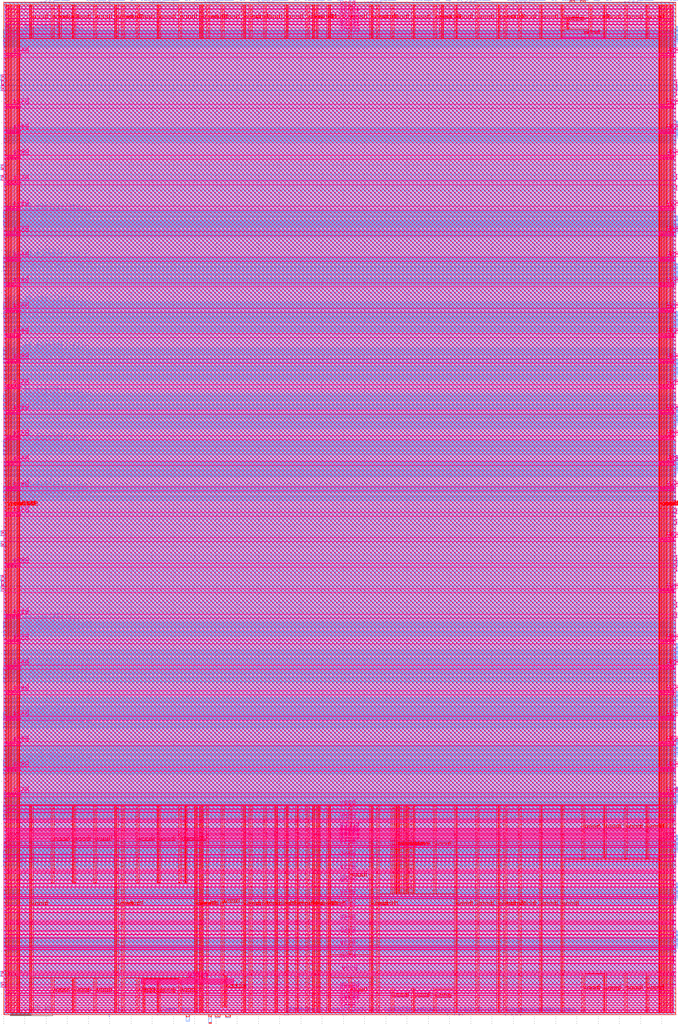
<source format=lef>
VERSION 5.7 ;
  NOWIREEXTENSIONATPIN ON ;
  DIVIDERCHAR "/" ;
  BUSBITCHARS "[]" ;
MACRO caravel_core
  CLASS BLOCK ;
  FOREIGN caravel_core ;
  ORIGIN 0.000 0.000 ;
  SIZE 3165.000 BY 4767.000 ;
  PIN clock_core
    DIRECTION INPUT ;
    USE SIGNAL ;
    PORT
      LAYER met2 ;
        RECT 725.135 -2.000 725.415 4.000 ;
    END
  END clock_core
  PIN flash_clk_frame
    DIRECTION OUTPUT TRISTATE ;
    USE SIGNAL ;
    PORT
      LAYER met2 ;
        RECT 1597.335 -2.000 1597.615 4.000 ;
    END
  END flash_clk_frame
  PIN flash_clk_oeb
    DIRECTION OUTPUT TRISTATE ;
    USE SIGNAL ;
    PORT
      LAYER met2 ;
        RECT 1612.975 -2.000 1613.255 4.000 ;
    END
  END flash_clk_oeb
  PIN flash_csb_frame
    DIRECTION OUTPUT TRISTATE ;
    USE SIGNAL ;
    PORT
      LAYER met2 ;
        RECT 1323.335 -2.000 1323.615 4.000 ;
    END
  END flash_csb_frame
  PIN flash_csb_oeb
    DIRECTION OUTPUT TRISTATE ;
    USE SIGNAL ;
    PORT
      LAYER met2 ;
        RECT 1338.975 -2.000 1339.255 4.000 ;
    END
  END flash_csb_oeb
  PIN flash_io0_di
    DIRECTION INPUT ;
    USE SIGNAL ;
    PORT
      LAYER met2 ;
        RECT 1816.135 -2.000 1816.415 4.000 ;
    END
  END flash_io0_di
  PIN flash_io0_do
    DIRECTION OUTPUT TRISTATE ;
    USE SIGNAL ;
    PORT
      LAYER met2 ;
        RECT 1871.335 -2.000 1871.615 4.000 ;
    END
  END flash_io0_do
  PIN flash_io0_ieb
    DIRECTION OUTPUT TRISTATE ;
    USE SIGNAL ;
    PORT
      LAYER met2 ;
        RECT 1849.715 -2.000 1849.995 4.000 ;
    END
  END flash_io0_ieb
  PIN flash_io0_oeb
    DIRECTION OUTPUT TRISTATE ;
    USE SIGNAL ;
    PORT
      LAYER met2 ;
        RECT 1886.975 -2.000 1887.255 4.000 ;
    END
  END flash_io0_oeb
  PIN flash_io1_di
    DIRECTION INPUT ;
    USE SIGNAL ;
    PORT
      LAYER met2 ;
        RECT 2090.135 -2.000 2090.415 4.000 ;
    END
  END flash_io1_di
  PIN flash_io1_do
    DIRECTION OUTPUT TRISTATE ;
    USE SIGNAL ;
    PORT
      LAYER met2 ;
        RECT 2145.335 -2.000 2145.615 4.000 ;
    END
  END flash_io1_do
  PIN flash_io1_ieb
    DIRECTION OUTPUT TRISTATE ;
    USE SIGNAL ;
    PORT
      LAYER met2 ;
        RECT 2123.715 -2.000 2123.995 4.000 ;
    END
  END flash_io1_ieb
  PIN flash_io1_oeb
    DIRECTION OUTPUT TRISTATE ;
    USE SIGNAL ;
    PORT
      LAYER met2 ;
        RECT 2160.975 -2.000 2161.255 4.000 ;
    END
  END flash_io1_oeb
  PIN gpio_in_core
    DIRECTION INPUT ;
    USE SIGNAL ;
    PORT
      LAYER met2 ;
        RECT 2364.135 -2.000 2364.415 4.000 ;
    END
  END gpio_in_core
  PIN gpio_inenb_core
    DIRECTION OUTPUT TRISTATE ;
    USE SIGNAL ;
    PORT
      LAYER met2 ;
        RECT 2397.715 -2.000 2397.995 4.000 ;
    END
  END gpio_inenb_core
  PIN gpio_mode0_core
    DIRECTION OUTPUT TRISTATE ;
    USE SIGNAL ;
    PORT
      LAYER met2 ;
        RECT 2391.735 -2.000 2392.015 4.000 ;
    END
  END gpio_mode0_core
  PIN gpio_mode1_core
    DIRECTION OUTPUT TRISTATE ;
    USE SIGNAL ;
    PORT
      LAYER met2 ;
        RECT 2413.355 -2.000 2413.635 4.000 ;
    END
  END gpio_mode1_core
  PIN gpio_out_core
    DIRECTION OUTPUT TRISTATE ;
    USE SIGNAL ;
    PORT
      LAYER met2 ;
        RECT 2419.335 -2.000 2419.615 4.000 ;
    END
  END gpio_out_core
  PIN gpio_outenb_core
    DIRECTION OUTPUT TRISTATE ;
    USE SIGNAL ;
    PORT
      LAYER met2 ;
        RECT 2434.975 -2.000 2435.255 4.000 ;
    END
  END gpio_outenb_core
  PIN mprj_analog_io[0]
    DIRECTION INOUT ;
    USE SIGNAL ;
    PORT
      LAYER met3 ;
        RECT 3161.000 2545.395 3167.185 2545.995 ;
    END
  END mprj_analog_io[0]
  PIN mprj_analog_io[10]
    DIRECTION INOUT ;
    USE SIGNAL ;
    PORT
      LAYER met2 ;
        RECT 2215.165 4763.000 2215.445 4768.935 ;
    END
  END mprj_analog_io[10]
  PIN mprj_analog_io[11]
    DIRECTION INOUT ;
    USE SIGNAL ;
    PORT
      LAYER met2 ;
        RECT 1770.165 4763.000 1770.445 4768.935 ;
    END
  END mprj_analog_io[11]
  PIN mprj_analog_io[12]
    DIRECTION INOUT ;
    USE SIGNAL ;
    PORT
      LAYER met2 ;
        RECT 1261.165 4763.000 1261.445 4768.935 ;
    END
  END mprj_analog_io[12]
  PIN mprj_analog_io[13]
    DIRECTION INOUT ;
    USE SIGNAL ;
    PORT
      LAYER met2 ;
        RECT 1003.165 4763.000 1003.445 4768.935 ;
    END
  END mprj_analog_io[13]
  PIN mprj_analog_io[14]
    DIRECTION INOUT ;
    USE SIGNAL ;
    PORT
      LAYER met2 ;
        RECT 746.165 4763.000 746.445 4768.935 ;
    END
  END mprj_analog_io[14]
  PIN mprj_analog_io[15]
    DIRECTION INOUT ;
    USE SIGNAL ;
    PORT
      LAYER met2 ;
        RECT 489.165 4763.000 489.445 4768.935 ;
    END
  END mprj_analog_io[15]
  PIN mprj_analog_io[16]
    DIRECTION INOUT ;
    USE SIGNAL ;
    PORT
      LAYER met2 ;
        RECT 232.165 4763.000 232.445 4768.935 ;
    END
  END mprj_analog_io[16]
  PIN mprj_analog_io[17]
    DIRECTION INOUT ;
    USE SIGNAL ;
    PORT
      LAYER met3 ;
        RECT -2.185 4623.005 4.000 4623.605 ;
    END
  END mprj_analog_io[17]
  PIN mprj_analog_io[18]
    DIRECTION INOUT ;
    USE SIGNAL ;
    PORT
      LAYER met3 ;
        RECT -2.185 3774.005 4.000 3774.605 ;
    END
  END mprj_analog_io[18]
  PIN mprj_analog_io[19]
    DIRECTION INOUT ;
    USE SIGNAL ;
    PORT
      LAYER met3 ;
        RECT -2.185 3558.005 4.000 3558.605 ;
    END
  END mprj_analog_io[19]
  PIN mprj_analog_io[1]
    DIRECTION INOUT ;
    USE SIGNAL ;
    PORT
      LAYER met3 ;
        RECT 3161.000 2771.395 3167.185 2771.995 ;
    END
  END mprj_analog_io[1]
  PIN mprj_analog_io[20]
    DIRECTION INOUT ;
    USE SIGNAL ;
    PORT
      LAYER met3 ;
        RECT -2.185 3342.005 4.000 3342.605 ;
    END
  END mprj_analog_io[20]
  PIN mprj_analog_io[21]
    DIRECTION INOUT ;
    USE SIGNAL ;
    PORT
      LAYER met3 ;
        RECT -2.185 3126.005 4.000 3126.605 ;
    END
  END mprj_analog_io[21]
  PIN mprj_analog_io[22]
    DIRECTION INOUT ;
    USE SIGNAL ;
    PORT
      LAYER met3 ;
        RECT -2.185 2910.005 4.000 2910.605 ;
    END
  END mprj_analog_io[22]
  PIN mprj_analog_io[23]
    DIRECTION INOUT ;
    USE SIGNAL ;
    PORT
      LAYER met3 ;
        RECT -2.185 2694.005 4.000 2694.605 ;
    END
  END mprj_analog_io[23]
  PIN mprj_analog_io[24]
    DIRECTION INOUT ;
    USE SIGNAL ;
    PORT
      LAYER met3 ;
        RECT -2.185 2478.005 4.000 2478.605 ;
    END
  END mprj_analog_io[24]
  PIN mprj_analog_io[25]
    DIRECTION INOUT ;
    USE SIGNAL ;
    PORT
      LAYER met3 ;
        RECT -2.185 1840.005 4.000 1840.605 ;
    END
  END mprj_analog_io[25]
  PIN mprj_analog_io[26]
    DIRECTION INOUT ;
    USE SIGNAL ;
    PORT
      LAYER met3 ;
        RECT -2.185 1624.005 4.000 1624.605 ;
    END
  END mprj_analog_io[26]
  PIN mprj_analog_io[27]
    DIRECTION INOUT ;
    USE SIGNAL ;
    PORT
      LAYER met3 ;
        RECT -2.185 1408.005 4.000 1408.605 ;
    END
  END mprj_analog_io[27]
  PIN mprj_analog_io[28]
    DIRECTION INOUT ;
    USE SIGNAL ;
    PORT
      LAYER met3 ;
        RECT -2.185 1192.005 4.000 1192.605 ;
    END
  END mprj_analog_io[28]
  PIN mprj_analog_io[2]
    DIRECTION INOUT ;
    USE SIGNAL ;
    PORT
      LAYER met3 ;
        RECT 3161.000 2996.395 3167.185 2996.995 ;
    END
  END mprj_analog_io[2]
  PIN mprj_analog_io[3]
    DIRECTION INOUT ;
    USE SIGNAL ;
    PORT
      LAYER met3 ;
        RECT 3161.000 3222.395 3167.185 3222.995 ;
    END
  END mprj_analog_io[3]
  PIN mprj_analog_io[4]
    DIRECTION INOUT ;
    USE SIGNAL ;
    PORT
      LAYER met3 ;
        RECT 3161.000 3447.395 3167.185 3447.995 ;
    END
  END mprj_analog_io[4]
  PIN mprj_analog_io[5]
    DIRECTION INOUT ;
    USE SIGNAL ;
    PORT
      LAYER met3 ;
        RECT 3161.000 3672.395 3167.185 3672.995 ;
    END
  END mprj_analog_io[5]
  PIN mprj_analog_io[6]
    DIRECTION INOUT ;
    USE SIGNAL ;
    PORT
      LAYER met3 ;
        RECT 3161.000 4118.395 3167.185 4118.995 ;
    END
  END mprj_analog_io[6]
  PIN mprj_analog_io[7]
    DIRECTION INOUT ;
    USE SIGNAL ;
    PORT
      LAYER met3 ;
        RECT 3161.000 4564.395 3167.185 4564.995 ;
    END
  END mprj_analog_io[7]
  PIN mprj_analog_io[8]
    DIRECTION INOUT ;
    USE SIGNAL ;
    PORT
      LAYER met2 ;
        RECT 2981.165 4763.000 2981.445 4768.935 ;
    END
  END mprj_analog_io[8]
  PIN mprj_analog_io[9]
    DIRECTION INOUT ;
    USE SIGNAL ;
    PORT
      LAYER met2 ;
        RECT 2472.165 4763.000 2472.445 4768.935 ;
    END
  END mprj_analog_io[9]
  PIN mprj_io_analog_en[0]
    DIRECTION OUTPUT TRISTATE ;
    USE SIGNAL ;
    PORT
      LAYER met3 ;
        RECT 3161.000 318.355 3167.185 318.955 ;
    END
  END mprj_io_analog_en[0]
  PIN mprj_io_analog_en[10]
    DIRECTION OUTPUT TRISTATE ;
    USE SIGNAL ;
    PORT
      LAYER met3 ;
        RECT 3161.000 3234.355 3167.185 3234.955 ;
    END
  END mprj_io_analog_en[10]
  PIN mprj_io_analog_en[11]
    DIRECTION OUTPUT TRISTATE ;
    USE SIGNAL ;
    PORT
      LAYER met3 ;
        RECT 3161.000 3459.355 3167.185 3459.955 ;
    END
  END mprj_io_analog_en[11]
  PIN mprj_io_analog_en[12]
    DIRECTION OUTPUT TRISTATE ;
    USE SIGNAL ;
    PORT
      LAYER met3 ;
        RECT 3161.000 3684.355 3167.185 3684.955 ;
    END
  END mprj_io_analog_en[12]
  PIN mprj_io_analog_en[13]
    DIRECTION OUTPUT TRISTATE ;
    USE SIGNAL ;
    PORT
      LAYER met3 ;
        RECT 3161.000 4130.355 3167.185 4130.955 ;
    END
  END mprj_io_analog_en[13]
  PIN mprj_io_analog_en[14]
    DIRECTION OUTPUT TRISTATE ;
    USE SIGNAL ;
    PORT
      LAYER met3 ;
        RECT 3161.000 4576.355 3167.185 4576.955 ;
    END
  END mprj_io_analog_en[14]
  PIN mprj_io_analog_en[15]
    DIRECTION OUTPUT TRISTATE ;
    USE SIGNAL ;
    PORT
      LAYER met2 ;
        RECT 2969.205 4763.000 2969.485 4768.935 ;
    END
  END mprj_io_analog_en[15]
  PIN mprj_io_analog_en[16]
    DIRECTION OUTPUT TRISTATE ;
    USE SIGNAL ;
    PORT
      LAYER met2 ;
        RECT 2460.205 4763.000 2460.485 4768.935 ;
    END
  END mprj_io_analog_en[16]
  PIN mprj_io_analog_en[17]
    DIRECTION OUTPUT TRISTATE ;
    USE SIGNAL ;
    PORT
      LAYER met2 ;
        RECT 2203.205 4763.000 2203.485 4768.935 ;
    END
  END mprj_io_analog_en[17]
  PIN mprj_io_analog_en[18]
    DIRECTION OUTPUT TRISTATE ;
    USE SIGNAL ;
    PORT
      LAYER met2 ;
        RECT 1758.205 4763.000 1758.485 4768.935 ;
    END
  END mprj_io_analog_en[18]
  PIN mprj_io_analog_en[19]
    DIRECTION OUTPUT TRISTATE ;
    USE SIGNAL ;
    PORT
      LAYER met2 ;
        RECT 1249.205 4763.000 1249.485 4768.935 ;
    END
  END mprj_io_analog_en[19]
  PIN mprj_io_analog_en[1]
    DIRECTION OUTPUT TRISTATE ;
    USE SIGNAL ;
    PORT
      LAYER met3 ;
        RECT 3161.000 544.355 3167.185 544.955 ;
    END
  END mprj_io_analog_en[1]
  PIN mprj_io_analog_en[20]
    DIRECTION OUTPUT TRISTATE ;
    USE SIGNAL ;
    PORT
      LAYER met2 ;
        RECT 991.205 4763.000 991.485 4768.935 ;
    END
  END mprj_io_analog_en[20]
  PIN mprj_io_analog_en[21]
    DIRECTION OUTPUT TRISTATE ;
    USE SIGNAL ;
    PORT
      LAYER met2 ;
        RECT 734.205 4763.000 734.485 4768.935 ;
    END
  END mprj_io_analog_en[21]
  PIN mprj_io_analog_en[22]
    DIRECTION OUTPUT TRISTATE ;
    USE SIGNAL ;
    PORT
      LAYER met2 ;
        RECT 477.205 4763.000 477.485 4768.935 ;
    END
  END mprj_io_analog_en[22]
  PIN mprj_io_analog_en[23]
    DIRECTION OUTPUT TRISTATE ;
    USE SIGNAL ;
    PORT
      LAYER met2 ;
        RECT 220.205 4763.000 220.485 4768.935 ;
    END
  END mprj_io_analog_en[23]
  PIN mprj_io_analog_en[24]
    DIRECTION OUTPUT TRISTATE ;
    USE SIGNAL ;
    PORT
      LAYER met3 ;
        RECT -2.185 4611.045 4.000 4611.645 ;
    END
  END mprj_io_analog_en[24]
  PIN mprj_io_analog_en[25]
    DIRECTION OUTPUT TRISTATE ;
    USE SIGNAL ;
    PORT
      LAYER met3 ;
        RECT -2.185 3762.045 4.000 3762.645 ;
    END
  END mprj_io_analog_en[25]
  PIN mprj_io_analog_en[26]
    DIRECTION OUTPUT TRISTATE ;
    USE SIGNAL ;
    PORT
      LAYER met3 ;
        RECT -2.185 3546.045 4.000 3546.645 ;
    END
  END mprj_io_analog_en[26]
  PIN mprj_io_analog_en[27]
    DIRECTION OUTPUT TRISTATE ;
    USE SIGNAL ;
    PORT
      LAYER met3 ;
        RECT -2.185 3330.045 4.000 3330.645 ;
    END
  END mprj_io_analog_en[27]
  PIN mprj_io_analog_en[28]
    DIRECTION OUTPUT TRISTATE ;
    USE SIGNAL ;
    PORT
      LAYER met3 ;
        RECT -2.185 3114.045 4.000 3114.645 ;
    END
  END mprj_io_analog_en[28]
  PIN mprj_io_analog_en[29]
    DIRECTION OUTPUT TRISTATE ;
    USE SIGNAL ;
    PORT
      LAYER met3 ;
        RECT -2.185 2898.045 4.000 2898.645 ;
    END
  END mprj_io_analog_en[29]
  PIN mprj_io_analog_en[2]
    DIRECTION OUTPUT TRISTATE ;
    USE SIGNAL ;
    PORT
      LAYER met3 ;
        RECT 3161.000 769.355 3167.185 769.955 ;
    END
  END mprj_io_analog_en[2]
  PIN mprj_io_analog_en[30]
    DIRECTION OUTPUT TRISTATE ;
    USE SIGNAL ;
    PORT
      LAYER met3 ;
        RECT -2.185 2682.045 4.000 2682.645 ;
    END
  END mprj_io_analog_en[30]
  PIN mprj_io_analog_en[31]
    DIRECTION OUTPUT TRISTATE ;
    USE SIGNAL ;
    PORT
      LAYER met3 ;
        RECT -2.185 2466.045 4.000 2466.645 ;
    END
  END mprj_io_analog_en[31]
  PIN mprj_io_analog_en[32]
    DIRECTION OUTPUT TRISTATE ;
    USE SIGNAL ;
    PORT
      LAYER met3 ;
        RECT -2.185 1828.045 4.000 1828.645 ;
    END
  END mprj_io_analog_en[32]
  PIN mprj_io_analog_en[33]
    DIRECTION OUTPUT TRISTATE ;
    USE SIGNAL ;
    PORT
      LAYER met3 ;
        RECT -2.185 1612.045 4.000 1612.645 ;
    END
  END mprj_io_analog_en[33]
  PIN mprj_io_analog_en[34]
    DIRECTION OUTPUT TRISTATE ;
    USE SIGNAL ;
    PORT
      LAYER met3 ;
        RECT -2.185 1396.045 4.000 1396.645 ;
    END
  END mprj_io_analog_en[34]
  PIN mprj_io_analog_en[35]
    DIRECTION OUTPUT TRISTATE ;
    USE SIGNAL ;
    PORT
      LAYER met3 ;
        RECT -2.185 1180.045 4.000 1180.645 ;
    END
  END mprj_io_analog_en[35]
  PIN mprj_io_analog_en[36]
    DIRECTION OUTPUT TRISTATE ;
    USE SIGNAL ;
    PORT
      LAYER met3 ;
        RECT -2.185 964.045 4.000 964.645 ;
    END
  END mprj_io_analog_en[36]
  PIN mprj_io_analog_en[37]
    DIRECTION OUTPUT TRISTATE ;
    USE SIGNAL ;
    PORT
      LAYER met3 ;
        RECT -2.185 748.045 4.000 748.645 ;
    END
  END mprj_io_analog_en[37]
  PIN mprj_io_analog_en[3]
    DIRECTION OUTPUT TRISTATE ;
    USE SIGNAL ;
    PORT
      LAYER met3 ;
        RECT 3161.000 995.355 3167.185 995.955 ;
    END
  END mprj_io_analog_en[3]
  PIN mprj_io_analog_en[4]
    DIRECTION OUTPUT TRISTATE ;
    USE SIGNAL ;
    PORT
      LAYER met3 ;
        RECT 3161.000 1220.355 3167.185 1220.955 ;
    END
  END mprj_io_analog_en[4]
  PIN mprj_io_analog_en[5]
    DIRECTION OUTPUT TRISTATE ;
    USE SIGNAL ;
    PORT
      LAYER met3 ;
        RECT 3161.000 1445.355 3167.185 1445.955 ;
    END
  END mprj_io_analog_en[5]
  PIN mprj_io_analog_en[6]
    DIRECTION OUTPUT TRISTATE ;
    USE SIGNAL ;
    PORT
      LAYER met3 ;
        RECT 3161.000 1671.355 3167.185 1671.955 ;
    END
  END mprj_io_analog_en[6]
  PIN mprj_io_analog_en[7]
    DIRECTION OUTPUT TRISTATE ;
    USE SIGNAL ;
    PORT
      LAYER met3 ;
        RECT 3161.000 2557.355 3167.185 2557.955 ;
    END
  END mprj_io_analog_en[7]
  PIN mprj_io_analog_en[8]
    DIRECTION OUTPUT TRISTATE ;
    USE SIGNAL ;
    PORT
      LAYER met3 ;
        RECT 3161.000 2783.355 3167.185 2783.955 ;
    END
  END mprj_io_analog_en[8]
  PIN mprj_io_analog_en[9]
    DIRECTION OUTPUT TRISTATE ;
    USE SIGNAL ;
    PORT
      LAYER met3 ;
        RECT 3161.000 3008.355 3167.185 3008.955 ;
    END
  END mprj_io_analog_en[9]
  PIN mprj_io_analog_pol[0]
    DIRECTION OUTPUT TRISTATE ;
    USE SIGNAL ;
    PORT
      LAYER met3 ;
        RECT 3161.000 324.795 3167.185 325.395 ;
    END
  END mprj_io_analog_pol[0]
  PIN mprj_io_analog_pol[10]
    DIRECTION OUTPUT TRISTATE ;
    USE SIGNAL ;
    PORT
      LAYER met3 ;
        RECT 3161.000 3240.795 3167.185 3241.395 ;
    END
  END mprj_io_analog_pol[10]
  PIN mprj_io_analog_pol[11]
    DIRECTION OUTPUT TRISTATE ;
    USE SIGNAL ;
    PORT
      LAYER met3 ;
        RECT 3161.000 3465.795 3167.185 3466.395 ;
    END
  END mprj_io_analog_pol[11]
  PIN mprj_io_analog_pol[12]
    DIRECTION OUTPUT TRISTATE ;
    USE SIGNAL ;
    PORT
      LAYER met3 ;
        RECT 3161.000 3690.795 3167.185 3691.395 ;
    END
  END mprj_io_analog_pol[12]
  PIN mprj_io_analog_pol[13]
    DIRECTION OUTPUT TRISTATE ;
    USE SIGNAL ;
    PORT
      LAYER met3 ;
        RECT 3161.000 4136.795 3167.185 4137.395 ;
    END
  END mprj_io_analog_pol[13]
  PIN mprj_io_analog_pol[14]
    DIRECTION OUTPUT TRISTATE ;
    USE SIGNAL ;
    PORT
      LAYER met3 ;
        RECT 3161.000 4582.795 3167.185 4583.395 ;
    END
  END mprj_io_analog_pol[14]
  PIN mprj_io_analog_pol[15]
    DIRECTION OUTPUT TRISTATE ;
    USE SIGNAL ;
    PORT
      LAYER met2 ;
        RECT 2962.765 4763.000 2963.045 4768.935 ;
    END
  END mprj_io_analog_pol[15]
  PIN mprj_io_analog_pol[16]
    DIRECTION OUTPUT TRISTATE ;
    USE SIGNAL ;
    PORT
      LAYER met2 ;
        RECT 2453.765 4763.000 2454.045 4768.935 ;
    END
  END mprj_io_analog_pol[16]
  PIN mprj_io_analog_pol[17]
    DIRECTION OUTPUT TRISTATE ;
    USE SIGNAL ;
    PORT
      LAYER met2 ;
        RECT 2196.765 4763.000 2197.045 4768.935 ;
    END
  END mprj_io_analog_pol[17]
  PIN mprj_io_analog_pol[18]
    DIRECTION OUTPUT TRISTATE ;
    USE SIGNAL ;
    PORT
      LAYER met2 ;
        RECT 1751.765 4763.000 1752.045 4768.935 ;
    END
  END mprj_io_analog_pol[18]
  PIN mprj_io_analog_pol[19]
    DIRECTION OUTPUT TRISTATE ;
    USE SIGNAL ;
    PORT
      LAYER met2 ;
        RECT 1242.765 4763.000 1243.045 4768.935 ;
    END
  END mprj_io_analog_pol[19]
  PIN mprj_io_analog_pol[1]
    DIRECTION OUTPUT TRISTATE ;
    USE SIGNAL ;
    PORT
      LAYER met3 ;
        RECT 3161.000 550.795 3167.185 551.395 ;
    END
  END mprj_io_analog_pol[1]
  PIN mprj_io_analog_pol[20]
    DIRECTION OUTPUT TRISTATE ;
    USE SIGNAL ;
    PORT
      LAYER met2 ;
        RECT 984.765 4763.000 985.045 4768.935 ;
    END
  END mprj_io_analog_pol[20]
  PIN mprj_io_analog_pol[21]
    DIRECTION OUTPUT TRISTATE ;
    USE SIGNAL ;
    PORT
      LAYER met2 ;
        RECT 727.765 4763.000 728.045 4768.935 ;
    END
  END mprj_io_analog_pol[21]
  PIN mprj_io_analog_pol[22]
    DIRECTION OUTPUT TRISTATE ;
    USE SIGNAL ;
    PORT
      LAYER met2 ;
        RECT 470.765 4763.000 471.045 4768.935 ;
    END
  END mprj_io_analog_pol[22]
  PIN mprj_io_analog_pol[23]
    DIRECTION OUTPUT TRISTATE ;
    USE SIGNAL ;
    PORT
      LAYER met2 ;
        RECT 213.765 4763.000 214.045 4768.935 ;
    END
  END mprj_io_analog_pol[23]
  PIN mprj_io_analog_pol[24]
    DIRECTION OUTPUT TRISTATE ;
    USE SIGNAL ;
    PORT
      LAYER met3 ;
        RECT -2.185 4604.605 4.000 4605.205 ;
    END
  END mprj_io_analog_pol[24]
  PIN mprj_io_analog_pol[25]
    DIRECTION OUTPUT TRISTATE ;
    USE SIGNAL ;
    PORT
      LAYER met3 ;
        RECT -2.185 3755.605 4.000 3756.205 ;
    END
  END mprj_io_analog_pol[25]
  PIN mprj_io_analog_pol[26]
    DIRECTION OUTPUT TRISTATE ;
    USE SIGNAL ;
    PORT
      LAYER met3 ;
        RECT -2.185 3539.605 4.000 3540.205 ;
    END
  END mprj_io_analog_pol[26]
  PIN mprj_io_analog_pol[27]
    DIRECTION OUTPUT TRISTATE ;
    USE SIGNAL ;
    PORT
      LAYER met3 ;
        RECT -2.185 3323.605 4.000 3324.205 ;
    END
  END mprj_io_analog_pol[27]
  PIN mprj_io_analog_pol[28]
    DIRECTION OUTPUT TRISTATE ;
    USE SIGNAL ;
    PORT
      LAYER met3 ;
        RECT -2.185 3107.605 4.000 3108.205 ;
    END
  END mprj_io_analog_pol[28]
  PIN mprj_io_analog_pol[29]
    DIRECTION OUTPUT TRISTATE ;
    USE SIGNAL ;
    PORT
      LAYER met3 ;
        RECT -2.185 2891.605 4.000 2892.205 ;
    END
  END mprj_io_analog_pol[29]
  PIN mprj_io_analog_pol[2]
    DIRECTION OUTPUT TRISTATE ;
    USE SIGNAL ;
    PORT
      LAYER met3 ;
        RECT 3161.000 775.795 3167.185 776.395 ;
    END
  END mprj_io_analog_pol[2]
  PIN mprj_io_analog_pol[30]
    DIRECTION OUTPUT TRISTATE ;
    USE SIGNAL ;
    PORT
      LAYER met3 ;
        RECT -2.185 2675.605 4.000 2676.205 ;
    END
  END mprj_io_analog_pol[30]
  PIN mprj_io_analog_pol[31]
    DIRECTION OUTPUT TRISTATE ;
    USE SIGNAL ;
    PORT
      LAYER met3 ;
        RECT -2.185 2459.605 4.000 2460.205 ;
    END
  END mprj_io_analog_pol[31]
  PIN mprj_io_analog_pol[32]
    DIRECTION OUTPUT TRISTATE ;
    USE SIGNAL ;
    PORT
      LAYER met3 ;
        RECT -2.185 1821.605 4.000 1822.205 ;
    END
  END mprj_io_analog_pol[32]
  PIN mprj_io_analog_pol[33]
    DIRECTION OUTPUT TRISTATE ;
    USE SIGNAL ;
    PORT
      LAYER met3 ;
        RECT -2.185 1605.605 4.000 1606.205 ;
    END
  END mprj_io_analog_pol[33]
  PIN mprj_io_analog_pol[34]
    DIRECTION OUTPUT TRISTATE ;
    USE SIGNAL ;
    PORT
      LAYER met3 ;
        RECT -2.185 1389.605 4.000 1390.205 ;
    END
  END mprj_io_analog_pol[34]
  PIN mprj_io_analog_pol[35]
    DIRECTION OUTPUT TRISTATE ;
    USE SIGNAL ;
    PORT
      LAYER met3 ;
        RECT -2.185 1173.605 4.000 1174.205 ;
    END
  END mprj_io_analog_pol[35]
  PIN mprj_io_analog_pol[36]
    DIRECTION OUTPUT TRISTATE ;
    USE SIGNAL ;
    PORT
      LAYER met3 ;
        RECT -2.185 957.605 4.000 958.205 ;
    END
  END mprj_io_analog_pol[36]
  PIN mprj_io_analog_pol[37]
    DIRECTION OUTPUT TRISTATE ;
    USE SIGNAL ;
    PORT
      LAYER met3 ;
        RECT -2.185 741.605 4.000 742.205 ;
    END
  END mprj_io_analog_pol[37]
  PIN mprj_io_analog_pol[3]
    DIRECTION OUTPUT TRISTATE ;
    USE SIGNAL ;
    PORT
      LAYER met3 ;
        RECT 3161.000 1001.795 3167.185 1002.395 ;
    END
  END mprj_io_analog_pol[3]
  PIN mprj_io_analog_pol[4]
    DIRECTION OUTPUT TRISTATE ;
    USE SIGNAL ;
    PORT
      LAYER met3 ;
        RECT 3161.000 1226.795 3167.185 1227.395 ;
    END
  END mprj_io_analog_pol[4]
  PIN mprj_io_analog_pol[5]
    DIRECTION OUTPUT TRISTATE ;
    USE SIGNAL ;
    PORT
      LAYER met3 ;
        RECT 3161.000 1451.795 3167.185 1452.395 ;
    END
  END mprj_io_analog_pol[5]
  PIN mprj_io_analog_pol[6]
    DIRECTION OUTPUT TRISTATE ;
    USE SIGNAL ;
    PORT
      LAYER met3 ;
        RECT 3161.000 1677.795 3167.185 1678.395 ;
    END
  END mprj_io_analog_pol[6]
  PIN mprj_io_analog_pol[7]
    DIRECTION OUTPUT TRISTATE ;
    USE SIGNAL ;
    PORT
      LAYER met3 ;
        RECT 3161.000 2563.795 3167.185 2564.395 ;
    END
  END mprj_io_analog_pol[7]
  PIN mprj_io_analog_pol[8]
    DIRECTION OUTPUT TRISTATE ;
    USE SIGNAL ;
    PORT
      LAYER met3 ;
        RECT 3161.000 2789.795 3167.185 2790.395 ;
    END
  END mprj_io_analog_pol[8]
  PIN mprj_io_analog_pol[9]
    DIRECTION OUTPUT TRISTATE ;
    USE SIGNAL ;
    PORT
      LAYER met3 ;
        RECT 3161.000 3014.795 3167.185 3015.395 ;
    END
  END mprj_io_analog_pol[9]
  PIN mprj_io_analog_sel[0]
    DIRECTION OUTPUT TRISTATE ;
    USE SIGNAL ;
    PORT
      LAYER met3 ;
        RECT 3161.000 339.975 3167.185 340.575 ;
    END
  END mprj_io_analog_sel[0]
  PIN mprj_io_analog_sel[10]
    DIRECTION OUTPUT TRISTATE ;
    USE SIGNAL ;
    PORT
      LAYER met3 ;
        RECT 3161.000 3255.975 3167.185 3256.575 ;
    END
  END mprj_io_analog_sel[10]
  PIN mprj_io_analog_sel[11]
    DIRECTION OUTPUT TRISTATE ;
    USE SIGNAL ;
    PORT
      LAYER met3 ;
        RECT 3161.000 3480.975 3167.185 3481.575 ;
    END
  END mprj_io_analog_sel[11]
  PIN mprj_io_analog_sel[12]
    DIRECTION OUTPUT TRISTATE ;
    USE SIGNAL ;
    PORT
      LAYER met3 ;
        RECT 3161.000 3705.975 3167.185 3706.575 ;
    END
  END mprj_io_analog_sel[12]
  PIN mprj_io_analog_sel[13]
    DIRECTION OUTPUT TRISTATE ;
    USE SIGNAL ;
    PORT
      LAYER met3 ;
        RECT 3161.000 4151.975 3167.185 4152.575 ;
    END
  END mprj_io_analog_sel[13]
  PIN mprj_io_analog_sel[14]
    DIRECTION OUTPUT TRISTATE ;
    USE SIGNAL ;
    PORT
      LAYER met3 ;
        RECT 3161.000 4597.975 3167.185 4598.575 ;
    END
  END mprj_io_analog_sel[14]
  PIN mprj_io_analog_sel[15]
    DIRECTION OUTPUT TRISTATE ;
    USE SIGNAL ;
    PORT
      LAYER met2 ;
        RECT 2947.585 4763.000 2947.865 4768.935 ;
    END
  END mprj_io_analog_sel[15]
  PIN mprj_io_analog_sel[16]
    DIRECTION OUTPUT TRISTATE ;
    USE SIGNAL ;
    PORT
      LAYER met2 ;
        RECT 2438.585 4763.000 2438.865 4768.935 ;
    END
  END mprj_io_analog_sel[16]
  PIN mprj_io_analog_sel[17]
    DIRECTION OUTPUT TRISTATE ;
    USE SIGNAL ;
    PORT
      LAYER met2 ;
        RECT 2181.585 4763.000 2181.865 4768.935 ;
    END
  END mprj_io_analog_sel[17]
  PIN mprj_io_analog_sel[18]
    DIRECTION OUTPUT TRISTATE ;
    USE SIGNAL ;
    PORT
      LAYER met2 ;
        RECT 1736.585 4763.000 1736.865 4768.935 ;
    END
  END mprj_io_analog_sel[18]
  PIN mprj_io_analog_sel[19]
    DIRECTION OUTPUT TRISTATE ;
    USE SIGNAL ;
    PORT
      LAYER met2 ;
        RECT 1227.585 4763.000 1227.865 4768.935 ;
    END
  END mprj_io_analog_sel[19]
  PIN mprj_io_analog_sel[1]
    DIRECTION OUTPUT TRISTATE ;
    USE SIGNAL ;
    PORT
      LAYER met3 ;
        RECT 3161.000 565.975 3167.185 566.575 ;
    END
  END mprj_io_analog_sel[1]
  PIN mprj_io_analog_sel[20]
    DIRECTION OUTPUT TRISTATE ;
    USE SIGNAL ;
    PORT
      LAYER met2 ;
        RECT 969.585 4763.000 969.865 4768.935 ;
    END
  END mprj_io_analog_sel[20]
  PIN mprj_io_analog_sel[21]
    DIRECTION OUTPUT TRISTATE ;
    USE SIGNAL ;
    PORT
      LAYER met2 ;
        RECT 712.585 4763.000 712.865 4768.935 ;
    END
  END mprj_io_analog_sel[21]
  PIN mprj_io_analog_sel[22]
    DIRECTION OUTPUT TRISTATE ;
    USE SIGNAL ;
    PORT
      LAYER met2 ;
        RECT 455.585 4763.000 455.865 4768.935 ;
    END
  END mprj_io_analog_sel[22]
  PIN mprj_io_analog_sel[23]
    DIRECTION OUTPUT TRISTATE ;
    USE SIGNAL ;
    PORT
      LAYER met2 ;
        RECT 198.585 4763.000 198.865 4768.935 ;
    END
  END mprj_io_analog_sel[23]
  PIN mprj_io_analog_sel[24]
    DIRECTION OUTPUT TRISTATE ;
    USE SIGNAL ;
    PORT
      LAYER met3 ;
        RECT -2.185 4589.425 4.000 4590.025 ;
    END
  END mprj_io_analog_sel[24]
  PIN mprj_io_analog_sel[25]
    DIRECTION OUTPUT TRISTATE ;
    USE SIGNAL ;
    PORT
      LAYER met3 ;
        RECT -2.185 3740.425 4.000 3741.025 ;
    END
  END mprj_io_analog_sel[25]
  PIN mprj_io_analog_sel[26]
    DIRECTION OUTPUT TRISTATE ;
    USE SIGNAL ;
    PORT
      LAYER met3 ;
        RECT -2.185 3524.425 4.000 3525.025 ;
    END
  END mprj_io_analog_sel[26]
  PIN mprj_io_analog_sel[27]
    DIRECTION OUTPUT TRISTATE ;
    USE SIGNAL ;
    PORT
      LAYER met3 ;
        RECT -2.185 3308.425 4.000 3309.025 ;
    END
  END mprj_io_analog_sel[27]
  PIN mprj_io_analog_sel[28]
    DIRECTION OUTPUT TRISTATE ;
    USE SIGNAL ;
    PORT
      LAYER met3 ;
        RECT -2.185 3092.425 4.000 3093.025 ;
    END
  END mprj_io_analog_sel[28]
  PIN mprj_io_analog_sel[29]
    DIRECTION OUTPUT TRISTATE ;
    USE SIGNAL ;
    PORT
      LAYER met3 ;
        RECT -2.185 2876.425 4.000 2877.025 ;
    END
  END mprj_io_analog_sel[29]
  PIN mprj_io_analog_sel[2]
    DIRECTION OUTPUT TRISTATE ;
    USE SIGNAL ;
    PORT
      LAYER met3 ;
        RECT 3161.000 790.975 3167.185 791.575 ;
    END
  END mprj_io_analog_sel[2]
  PIN mprj_io_analog_sel[30]
    DIRECTION OUTPUT TRISTATE ;
    USE SIGNAL ;
    PORT
      LAYER met3 ;
        RECT -2.185 2660.425 4.000 2661.025 ;
    END
  END mprj_io_analog_sel[30]
  PIN mprj_io_analog_sel[31]
    DIRECTION OUTPUT TRISTATE ;
    USE SIGNAL ;
    PORT
      LAYER met3 ;
        RECT -2.185 2444.425 4.000 2445.025 ;
    END
  END mprj_io_analog_sel[31]
  PIN mprj_io_analog_sel[32]
    DIRECTION OUTPUT TRISTATE ;
    USE SIGNAL ;
    PORT
      LAYER met3 ;
        RECT -2.185 1806.425 4.000 1807.025 ;
    END
  END mprj_io_analog_sel[32]
  PIN mprj_io_analog_sel[33]
    DIRECTION OUTPUT TRISTATE ;
    USE SIGNAL ;
    PORT
      LAYER met3 ;
        RECT -2.185 1590.425 4.000 1591.025 ;
    END
  END mprj_io_analog_sel[33]
  PIN mprj_io_analog_sel[34]
    DIRECTION OUTPUT TRISTATE ;
    USE SIGNAL ;
    PORT
      LAYER met3 ;
        RECT -2.185 1374.425 4.000 1375.025 ;
    END
  END mprj_io_analog_sel[34]
  PIN mprj_io_analog_sel[35]
    DIRECTION OUTPUT TRISTATE ;
    USE SIGNAL ;
    PORT
      LAYER met3 ;
        RECT -2.185 1158.425 4.000 1159.025 ;
    END
  END mprj_io_analog_sel[35]
  PIN mprj_io_analog_sel[36]
    DIRECTION OUTPUT TRISTATE ;
    USE SIGNAL ;
    PORT
      LAYER met3 ;
        RECT -2.185 942.425 4.000 943.025 ;
    END
  END mprj_io_analog_sel[36]
  PIN mprj_io_analog_sel[37]
    DIRECTION OUTPUT TRISTATE ;
    USE SIGNAL ;
    PORT
      LAYER met3 ;
        RECT -2.185 726.425 4.000 727.025 ;
    END
  END mprj_io_analog_sel[37]
  PIN mprj_io_analog_sel[3]
    DIRECTION OUTPUT TRISTATE ;
    USE SIGNAL ;
    PORT
      LAYER met3 ;
        RECT 3161.000 1016.975 3167.185 1017.575 ;
    END
  END mprj_io_analog_sel[3]
  PIN mprj_io_analog_sel[4]
    DIRECTION OUTPUT TRISTATE ;
    USE SIGNAL ;
    PORT
      LAYER met3 ;
        RECT 3161.000 1241.975 3167.185 1242.575 ;
    END
  END mprj_io_analog_sel[4]
  PIN mprj_io_analog_sel[5]
    DIRECTION OUTPUT TRISTATE ;
    USE SIGNAL ;
    PORT
      LAYER met3 ;
        RECT 3161.000 1466.975 3167.185 1467.575 ;
    END
  END mprj_io_analog_sel[5]
  PIN mprj_io_analog_sel[6]
    DIRECTION OUTPUT TRISTATE ;
    USE SIGNAL ;
    PORT
      LAYER met3 ;
        RECT 3161.000 1692.975 3167.185 1693.575 ;
    END
  END mprj_io_analog_sel[6]
  PIN mprj_io_analog_sel[7]
    DIRECTION OUTPUT TRISTATE ;
    USE SIGNAL ;
    PORT
      LAYER met3 ;
        RECT 3161.000 2578.975 3167.185 2579.575 ;
    END
  END mprj_io_analog_sel[7]
  PIN mprj_io_analog_sel[8]
    DIRECTION OUTPUT TRISTATE ;
    USE SIGNAL ;
    PORT
      LAYER met3 ;
        RECT 3161.000 2804.975 3167.185 2805.575 ;
    END
  END mprj_io_analog_sel[8]
  PIN mprj_io_analog_sel[9]
    DIRECTION OUTPUT TRISTATE ;
    USE SIGNAL ;
    PORT
      LAYER met3 ;
        RECT 3161.000 3029.975 3167.185 3030.575 ;
    END
  END mprj_io_analog_sel[9]
  PIN mprj_io_dm[0]
    DIRECTION OUTPUT TRISTATE ;
    USE SIGNAL ;
    PORT
      LAYER met3 ;
        RECT 3161.000 321.575 3167.185 322.175 ;
    END
  END mprj_io_dm[0]
  PIN mprj_io_dm[100]
    DIRECTION OUTPUT TRISTATE ;
    USE SIGNAL ;
    PORT
      LAYER met3 ;
        RECT -2.185 1618.025 4.000 1618.625 ;
    END
  END mprj_io_dm[100]
  PIN mprj_io_dm[101]
    DIRECTION OUTPUT TRISTATE ;
    USE SIGNAL ;
    PORT
      LAYER met3 ;
        RECT -2.185 1587.205 4.000 1587.805 ;
    END
  END mprj_io_dm[101]
  PIN mprj_io_dm[102]
    DIRECTION OUTPUT TRISTATE ;
    USE SIGNAL ;
    PORT
      LAYER met3 ;
        RECT -2.185 1392.825 4.000 1393.425 ;
    END
  END mprj_io_dm[102]
  PIN mprj_io_dm[103]
    DIRECTION OUTPUT TRISTATE ;
    USE SIGNAL ;
    PORT
      LAYER met3 ;
        RECT -2.185 1402.025 4.000 1402.625 ;
    END
  END mprj_io_dm[103]
  PIN mprj_io_dm[104]
    DIRECTION OUTPUT TRISTATE ;
    USE SIGNAL ;
    PORT
      LAYER met3 ;
        RECT -2.185 1371.205 4.000 1371.805 ;
    END
  END mprj_io_dm[104]
  PIN mprj_io_dm[105]
    DIRECTION OUTPUT TRISTATE ;
    USE SIGNAL ;
    PORT
      LAYER met3 ;
        RECT -2.185 1176.825 4.000 1177.425 ;
    END
  END mprj_io_dm[105]
  PIN mprj_io_dm[106]
    DIRECTION OUTPUT TRISTATE ;
    USE SIGNAL ;
    PORT
      LAYER met3 ;
        RECT -2.185 1186.025 4.000 1186.625 ;
    END
  END mprj_io_dm[106]
  PIN mprj_io_dm[107]
    DIRECTION OUTPUT TRISTATE ;
    USE SIGNAL ;
    PORT
      LAYER met3 ;
        RECT -2.185 1155.205 4.000 1155.805 ;
    END
  END mprj_io_dm[107]
  PIN mprj_io_dm[108]
    DIRECTION OUTPUT TRISTATE ;
    USE SIGNAL ;
    PORT
      LAYER met3 ;
        RECT -2.185 960.825 4.000 961.425 ;
    END
  END mprj_io_dm[108]
  PIN mprj_io_dm[109]
    DIRECTION OUTPUT TRISTATE ;
    USE SIGNAL ;
    PORT
      LAYER met3 ;
        RECT -2.185 970.025 4.000 970.625 ;
    END
  END mprj_io_dm[109]
  PIN mprj_io_dm[10]
    DIRECTION OUTPUT TRISTATE ;
    USE SIGNAL ;
    PORT
      LAYER met3 ;
        RECT 3161.000 989.375 3167.185 989.975 ;
    END
  END mprj_io_dm[10]
  PIN mprj_io_dm[110]
    DIRECTION OUTPUT TRISTATE ;
    USE SIGNAL ;
    PORT
      LAYER met3 ;
        RECT -2.185 939.205 4.000 939.805 ;
    END
  END mprj_io_dm[110]
  PIN mprj_io_dm[111]
    DIRECTION OUTPUT TRISTATE ;
    USE SIGNAL ;
    PORT
      LAYER met3 ;
        RECT -2.185 744.825 4.000 745.425 ;
    END
  END mprj_io_dm[111]
  PIN mprj_io_dm[112]
    DIRECTION OUTPUT TRISTATE ;
    USE SIGNAL ;
    PORT
      LAYER met3 ;
        RECT -2.185 754.025 4.000 754.625 ;
    END
  END mprj_io_dm[112]
  PIN mprj_io_dm[113]
    DIRECTION OUTPUT TRISTATE ;
    USE SIGNAL ;
    PORT
      LAYER met3 ;
        RECT -2.185 723.205 4.000 723.805 ;
    END
  END mprj_io_dm[113]
  PIN mprj_io_dm[11]
    DIRECTION OUTPUT TRISTATE ;
    USE SIGNAL ;
    PORT
      LAYER met3 ;
        RECT 3161.000 1020.195 3167.185 1020.795 ;
    END
  END mprj_io_dm[11]
  PIN mprj_io_dm[12]
    DIRECTION OUTPUT TRISTATE ;
    USE SIGNAL ;
    PORT
      LAYER met3 ;
        RECT 3161.000 1223.575 3167.185 1224.175 ;
    END
  END mprj_io_dm[12]
  PIN mprj_io_dm[13]
    DIRECTION OUTPUT TRISTATE ;
    USE SIGNAL ;
    PORT
      LAYER met3 ;
        RECT 3161.000 1214.375 3167.185 1214.975 ;
    END
  END mprj_io_dm[13]
  PIN mprj_io_dm[14]
    DIRECTION OUTPUT TRISTATE ;
    USE SIGNAL ;
    PORT
      LAYER met3 ;
        RECT 3161.000 1245.195 3167.185 1245.795 ;
    END
  END mprj_io_dm[14]
  PIN mprj_io_dm[15]
    DIRECTION OUTPUT TRISTATE ;
    USE SIGNAL ;
    PORT
      LAYER met3 ;
        RECT 3161.000 1448.575 3167.185 1449.175 ;
    END
  END mprj_io_dm[15]
  PIN mprj_io_dm[16]
    DIRECTION OUTPUT TRISTATE ;
    USE SIGNAL ;
    PORT
      LAYER met3 ;
        RECT 3161.000 1439.375 3167.185 1439.975 ;
    END
  END mprj_io_dm[16]
  PIN mprj_io_dm[17]
    DIRECTION OUTPUT TRISTATE ;
    USE SIGNAL ;
    PORT
      LAYER met3 ;
        RECT 3161.000 1470.195 3167.185 1470.795 ;
    END
  END mprj_io_dm[17]
  PIN mprj_io_dm[18]
    DIRECTION OUTPUT TRISTATE ;
    USE SIGNAL ;
    PORT
      LAYER met3 ;
        RECT 3161.000 1674.575 3167.185 1675.175 ;
    END
  END mprj_io_dm[18]
  PIN mprj_io_dm[19]
    DIRECTION OUTPUT TRISTATE ;
    USE SIGNAL ;
    PORT
      LAYER met3 ;
        RECT 3161.000 1665.375 3167.185 1665.975 ;
    END
  END mprj_io_dm[19]
  PIN mprj_io_dm[1]
    DIRECTION OUTPUT TRISTATE ;
    USE SIGNAL ;
    PORT
      LAYER met3 ;
        RECT 3161.000 312.375 3167.185 312.975 ;
    END
  END mprj_io_dm[1]
  PIN mprj_io_dm[20]
    DIRECTION OUTPUT TRISTATE ;
    USE SIGNAL ;
    PORT
      LAYER met3 ;
        RECT 3161.000 1696.195 3167.185 1696.795 ;
    END
  END mprj_io_dm[20]
  PIN mprj_io_dm[21]
    DIRECTION OUTPUT TRISTATE ;
    USE SIGNAL ;
    PORT
      LAYER met3 ;
        RECT 3161.000 2560.575 3167.185 2561.175 ;
    END
  END mprj_io_dm[21]
  PIN mprj_io_dm[22]
    DIRECTION OUTPUT TRISTATE ;
    USE SIGNAL ;
    PORT
      LAYER met3 ;
        RECT 3161.000 2551.375 3167.185 2551.975 ;
    END
  END mprj_io_dm[22]
  PIN mprj_io_dm[23]
    DIRECTION OUTPUT TRISTATE ;
    USE SIGNAL ;
    PORT
      LAYER met3 ;
        RECT 3161.000 2582.195 3167.185 2582.795 ;
    END
  END mprj_io_dm[23]
  PIN mprj_io_dm[24]
    DIRECTION OUTPUT TRISTATE ;
    USE SIGNAL ;
    PORT
      LAYER met3 ;
        RECT 3161.000 2786.575 3167.185 2787.175 ;
    END
  END mprj_io_dm[24]
  PIN mprj_io_dm[25]
    DIRECTION OUTPUT TRISTATE ;
    USE SIGNAL ;
    PORT
      LAYER met3 ;
        RECT 3161.000 2777.375 3167.185 2777.975 ;
    END
  END mprj_io_dm[25]
  PIN mprj_io_dm[26]
    DIRECTION OUTPUT TRISTATE ;
    USE SIGNAL ;
    PORT
      LAYER met3 ;
        RECT 3161.000 2808.195 3167.185 2808.795 ;
    END
  END mprj_io_dm[26]
  PIN mprj_io_dm[27]
    DIRECTION OUTPUT TRISTATE ;
    USE SIGNAL ;
    PORT
      LAYER met3 ;
        RECT 3161.000 3011.575 3167.185 3012.175 ;
    END
  END mprj_io_dm[27]
  PIN mprj_io_dm[28]
    DIRECTION OUTPUT TRISTATE ;
    USE SIGNAL ;
    PORT
      LAYER met3 ;
        RECT 3161.000 3002.375 3167.185 3002.975 ;
    END
  END mprj_io_dm[28]
  PIN mprj_io_dm[29]
    DIRECTION OUTPUT TRISTATE ;
    USE SIGNAL ;
    PORT
      LAYER met3 ;
        RECT 3161.000 3033.195 3167.185 3033.795 ;
    END
  END mprj_io_dm[29]
  PIN mprj_io_dm[2]
    DIRECTION OUTPUT TRISTATE ;
    USE SIGNAL ;
    PORT
      LAYER met3 ;
        RECT 3161.000 343.195 3167.185 343.795 ;
    END
  END mprj_io_dm[2]
  PIN mprj_io_dm[30]
    DIRECTION OUTPUT TRISTATE ;
    USE SIGNAL ;
    PORT
      LAYER met3 ;
        RECT 3161.000 3237.575 3167.185 3238.175 ;
    END
  END mprj_io_dm[30]
  PIN mprj_io_dm[31]
    DIRECTION OUTPUT TRISTATE ;
    USE SIGNAL ;
    PORT
      LAYER met3 ;
        RECT 3161.000 3228.375 3167.185 3228.975 ;
    END
  END mprj_io_dm[31]
  PIN mprj_io_dm[32]
    DIRECTION OUTPUT TRISTATE ;
    USE SIGNAL ;
    PORT
      LAYER met3 ;
        RECT 3161.000 3259.195 3167.185 3259.795 ;
    END
  END mprj_io_dm[32]
  PIN mprj_io_dm[33]
    DIRECTION OUTPUT TRISTATE ;
    USE SIGNAL ;
    PORT
      LAYER met3 ;
        RECT 3161.000 3462.575 3167.185 3463.175 ;
    END
  END mprj_io_dm[33]
  PIN mprj_io_dm[34]
    DIRECTION OUTPUT TRISTATE ;
    USE SIGNAL ;
    PORT
      LAYER met3 ;
        RECT 3161.000 3453.375 3167.185 3453.975 ;
    END
  END mprj_io_dm[34]
  PIN mprj_io_dm[35]
    DIRECTION OUTPUT TRISTATE ;
    USE SIGNAL ;
    PORT
      LAYER met3 ;
        RECT 3161.000 3484.195 3167.185 3484.795 ;
    END
  END mprj_io_dm[35]
  PIN mprj_io_dm[36]
    DIRECTION OUTPUT TRISTATE ;
    USE SIGNAL ;
    PORT
      LAYER met3 ;
        RECT 3161.000 3687.575 3167.185 3688.175 ;
    END
  END mprj_io_dm[36]
  PIN mprj_io_dm[37]
    DIRECTION OUTPUT TRISTATE ;
    USE SIGNAL ;
    PORT
      LAYER met3 ;
        RECT 3161.000 3678.375 3167.185 3678.975 ;
    END
  END mprj_io_dm[37]
  PIN mprj_io_dm[38]
    DIRECTION OUTPUT TRISTATE ;
    USE SIGNAL ;
    PORT
      LAYER met3 ;
        RECT 3161.000 3709.195 3167.185 3709.795 ;
    END
  END mprj_io_dm[38]
  PIN mprj_io_dm[39]
    DIRECTION OUTPUT TRISTATE ;
    USE SIGNAL ;
    PORT
      LAYER met3 ;
        RECT 3161.000 4133.575 3167.185 4134.175 ;
    END
  END mprj_io_dm[39]
  PIN mprj_io_dm[3]
    DIRECTION OUTPUT TRISTATE ;
    USE SIGNAL ;
    PORT
      LAYER met3 ;
        RECT 3161.000 547.575 3167.185 548.175 ;
    END
  END mprj_io_dm[3]
  PIN mprj_io_dm[40]
    DIRECTION OUTPUT TRISTATE ;
    USE SIGNAL ;
    PORT
      LAYER met3 ;
        RECT 3161.000 4124.375 3167.185 4124.975 ;
    END
  END mprj_io_dm[40]
  PIN mprj_io_dm[41]
    DIRECTION OUTPUT TRISTATE ;
    USE SIGNAL ;
    PORT
      LAYER met3 ;
        RECT 3161.000 4155.195 3167.185 4155.795 ;
    END
  END mprj_io_dm[41]
  PIN mprj_io_dm[42]
    DIRECTION OUTPUT TRISTATE ;
    USE SIGNAL ;
    PORT
      LAYER met3 ;
        RECT 3161.000 4579.575 3167.185 4580.175 ;
    END
  END mprj_io_dm[42]
  PIN mprj_io_dm[43]
    DIRECTION OUTPUT TRISTATE ;
    USE SIGNAL ;
    PORT
      LAYER met3 ;
        RECT 3161.000 4570.375 3167.185 4570.975 ;
    END
  END mprj_io_dm[43]
  PIN mprj_io_dm[44]
    DIRECTION OUTPUT TRISTATE ;
    USE SIGNAL ;
    PORT
      LAYER met3 ;
        RECT 3161.000 4601.195 3167.185 4601.795 ;
    END
  END mprj_io_dm[44]
  PIN mprj_io_dm[45]
    DIRECTION OUTPUT TRISTATE ;
    USE SIGNAL ;
    PORT
      LAYER met2 ;
        RECT 2965.985 4763.000 2966.265 4768.935 ;
    END
  END mprj_io_dm[45]
  PIN mprj_io_dm[46]
    DIRECTION OUTPUT TRISTATE ;
    USE SIGNAL ;
    PORT
      LAYER met2 ;
        RECT 2975.185 4763.000 2975.465 4768.935 ;
    END
  END mprj_io_dm[46]
  PIN mprj_io_dm[47]
    DIRECTION OUTPUT TRISTATE ;
    USE SIGNAL ;
    PORT
      LAYER met2 ;
        RECT 2944.365 4763.000 2944.645 4768.935 ;
    END
  END mprj_io_dm[47]
  PIN mprj_io_dm[48]
    DIRECTION OUTPUT TRISTATE ;
    USE SIGNAL ;
    PORT
      LAYER met2 ;
        RECT 2456.985 4763.000 2457.265 4768.935 ;
    END
  END mprj_io_dm[48]
  PIN mprj_io_dm[49]
    DIRECTION OUTPUT TRISTATE ;
    USE SIGNAL ;
    PORT
      LAYER met2 ;
        RECT 2466.185 4763.000 2466.465 4768.935 ;
    END
  END mprj_io_dm[49]
  PIN mprj_io_dm[4]
    DIRECTION OUTPUT TRISTATE ;
    USE SIGNAL ;
    PORT
      LAYER met3 ;
        RECT 3161.000 538.375 3167.185 538.975 ;
    END
  END mprj_io_dm[4]
  PIN mprj_io_dm[50]
    DIRECTION OUTPUT TRISTATE ;
    USE SIGNAL ;
    PORT
      LAYER met2 ;
        RECT 2435.365 4763.000 2435.645 4768.935 ;
    END
  END mprj_io_dm[50]
  PIN mprj_io_dm[51]
    DIRECTION OUTPUT TRISTATE ;
    USE SIGNAL ;
    PORT
      LAYER met2 ;
        RECT 2199.985 4763.000 2200.265 4768.935 ;
    END
  END mprj_io_dm[51]
  PIN mprj_io_dm[52]
    DIRECTION OUTPUT TRISTATE ;
    USE SIGNAL ;
    PORT
      LAYER met2 ;
        RECT 2209.185 4763.000 2209.465 4768.935 ;
    END
  END mprj_io_dm[52]
  PIN mprj_io_dm[53]
    DIRECTION OUTPUT TRISTATE ;
    USE SIGNAL ;
    PORT
      LAYER met2 ;
        RECT 2178.365 4763.000 2178.645 4768.935 ;
    END
  END mprj_io_dm[53]
  PIN mprj_io_dm[54]
    DIRECTION OUTPUT TRISTATE ;
    USE SIGNAL ;
    PORT
      LAYER met2 ;
        RECT 1754.985 4763.000 1755.265 4768.935 ;
    END
  END mprj_io_dm[54]
  PIN mprj_io_dm[55]
    DIRECTION OUTPUT TRISTATE ;
    USE SIGNAL ;
    PORT
      LAYER met2 ;
        RECT 1764.185 4763.000 1764.465 4768.935 ;
    END
  END mprj_io_dm[55]
  PIN mprj_io_dm[56]
    DIRECTION OUTPUT TRISTATE ;
    USE SIGNAL ;
    PORT
      LAYER met2 ;
        RECT 1733.365 4763.000 1733.645 4768.935 ;
    END
  END mprj_io_dm[56]
  PIN mprj_io_dm[57]
    DIRECTION OUTPUT TRISTATE ;
    USE SIGNAL ;
    PORT
      LAYER met2 ;
        RECT 1245.985 4763.000 1246.265 4768.935 ;
    END
  END mprj_io_dm[57]
  PIN mprj_io_dm[58]
    DIRECTION OUTPUT TRISTATE ;
    USE SIGNAL ;
    PORT
      LAYER met2 ;
        RECT 1255.185 4763.000 1255.465 4768.935 ;
    END
  END mprj_io_dm[58]
  PIN mprj_io_dm[59]
    DIRECTION OUTPUT TRISTATE ;
    USE SIGNAL ;
    PORT
      LAYER met2 ;
        RECT 1224.365 4763.000 1224.645 4768.935 ;
    END
  END mprj_io_dm[59]
  PIN mprj_io_dm[5]
    DIRECTION OUTPUT TRISTATE ;
    USE SIGNAL ;
    PORT
      LAYER met3 ;
        RECT 3161.000 569.195 3167.185 569.795 ;
    END
  END mprj_io_dm[5]
  PIN mprj_io_dm[60]
    DIRECTION OUTPUT TRISTATE ;
    USE SIGNAL ;
    PORT
      LAYER met2 ;
        RECT 987.985 4763.000 988.265 4768.935 ;
    END
  END mprj_io_dm[60]
  PIN mprj_io_dm[61]
    DIRECTION OUTPUT TRISTATE ;
    USE SIGNAL ;
    PORT
      LAYER met2 ;
        RECT 997.185 4763.000 997.465 4768.935 ;
    END
  END mprj_io_dm[61]
  PIN mprj_io_dm[62]
    DIRECTION OUTPUT TRISTATE ;
    USE SIGNAL ;
    PORT
      LAYER met2 ;
        RECT 966.365 4763.000 966.645 4768.935 ;
    END
  END mprj_io_dm[62]
  PIN mprj_io_dm[63]
    DIRECTION OUTPUT TRISTATE ;
    USE SIGNAL ;
    PORT
      LAYER met2 ;
        RECT 730.985 4763.000 731.265 4768.935 ;
    END
  END mprj_io_dm[63]
  PIN mprj_io_dm[64]
    DIRECTION OUTPUT TRISTATE ;
    USE SIGNAL ;
    PORT
      LAYER met2 ;
        RECT 740.185 4763.000 740.465 4768.935 ;
    END
  END mprj_io_dm[64]
  PIN mprj_io_dm[65]
    DIRECTION OUTPUT TRISTATE ;
    USE SIGNAL ;
    PORT
      LAYER met2 ;
        RECT 709.365 4763.000 709.645 4768.935 ;
    END
  END mprj_io_dm[65]
  PIN mprj_io_dm[66]
    DIRECTION OUTPUT TRISTATE ;
    USE SIGNAL ;
    PORT
      LAYER met2 ;
        RECT 473.985 4763.000 474.265 4768.935 ;
    END
  END mprj_io_dm[66]
  PIN mprj_io_dm[67]
    DIRECTION OUTPUT TRISTATE ;
    USE SIGNAL ;
    PORT
      LAYER met2 ;
        RECT 483.185 4763.000 483.465 4768.935 ;
    END
  END mprj_io_dm[67]
  PIN mprj_io_dm[68]
    DIRECTION OUTPUT TRISTATE ;
    USE SIGNAL ;
    PORT
      LAYER met2 ;
        RECT 452.365 4763.000 452.645 4768.935 ;
    END
  END mprj_io_dm[68]
  PIN mprj_io_dm[69]
    DIRECTION OUTPUT TRISTATE ;
    USE SIGNAL ;
    PORT
      LAYER met2 ;
        RECT 216.985 4763.000 217.265 4768.935 ;
    END
  END mprj_io_dm[69]
  PIN mprj_io_dm[6]
    DIRECTION OUTPUT TRISTATE ;
    USE SIGNAL ;
    PORT
      LAYER met3 ;
        RECT 3161.000 772.575 3167.185 773.175 ;
    END
  END mprj_io_dm[6]
  PIN mprj_io_dm[70]
    DIRECTION OUTPUT TRISTATE ;
    USE SIGNAL ;
    PORT
      LAYER met2 ;
        RECT 226.185 4763.000 226.465 4768.935 ;
    END
  END mprj_io_dm[70]
  PIN mprj_io_dm[71]
    DIRECTION OUTPUT TRISTATE ;
    USE SIGNAL ;
    PORT
      LAYER met2 ;
        RECT 195.365 4763.000 195.645 4768.935 ;
    END
  END mprj_io_dm[71]
  PIN mprj_io_dm[72]
    DIRECTION OUTPUT TRISTATE ;
    USE SIGNAL ;
    PORT
      LAYER met3 ;
        RECT -2.185 4607.825 4.000 4608.425 ;
    END
  END mprj_io_dm[72]
  PIN mprj_io_dm[73]
    DIRECTION OUTPUT TRISTATE ;
    USE SIGNAL ;
    PORT
      LAYER met3 ;
        RECT -2.185 4617.025 4.000 4617.625 ;
    END
  END mprj_io_dm[73]
  PIN mprj_io_dm[74]
    DIRECTION OUTPUT TRISTATE ;
    USE SIGNAL ;
    PORT
      LAYER met3 ;
        RECT -2.185 4586.205 4.000 4586.805 ;
    END
  END mprj_io_dm[74]
  PIN mprj_io_dm[75]
    DIRECTION OUTPUT TRISTATE ;
    USE SIGNAL ;
    PORT
      LAYER met3 ;
        RECT -2.185 3758.825 4.000 3759.425 ;
    END
  END mprj_io_dm[75]
  PIN mprj_io_dm[76]
    DIRECTION OUTPUT TRISTATE ;
    USE SIGNAL ;
    PORT
      LAYER met3 ;
        RECT -2.185 3768.025 4.000 3768.625 ;
    END
  END mprj_io_dm[76]
  PIN mprj_io_dm[77]
    DIRECTION OUTPUT TRISTATE ;
    USE SIGNAL ;
    PORT
      LAYER met3 ;
        RECT -2.185 3737.205 4.000 3737.805 ;
    END
  END mprj_io_dm[77]
  PIN mprj_io_dm[78]
    DIRECTION OUTPUT TRISTATE ;
    USE SIGNAL ;
    PORT
      LAYER met3 ;
        RECT -2.185 3542.825 4.000 3543.425 ;
    END
  END mprj_io_dm[78]
  PIN mprj_io_dm[79]
    DIRECTION OUTPUT TRISTATE ;
    USE SIGNAL ;
    PORT
      LAYER met3 ;
        RECT -2.185 3552.025 4.000 3552.625 ;
    END
  END mprj_io_dm[79]
  PIN mprj_io_dm[7]
    DIRECTION OUTPUT TRISTATE ;
    USE SIGNAL ;
    PORT
      LAYER met3 ;
        RECT 3161.000 763.375 3167.185 763.975 ;
    END
  END mprj_io_dm[7]
  PIN mprj_io_dm[80]
    DIRECTION OUTPUT TRISTATE ;
    USE SIGNAL ;
    PORT
      LAYER met3 ;
        RECT -2.185 3521.205 4.000 3521.805 ;
    END
  END mprj_io_dm[80]
  PIN mprj_io_dm[81]
    DIRECTION OUTPUT TRISTATE ;
    USE SIGNAL ;
    PORT
      LAYER met3 ;
        RECT -2.185 3326.825 4.000 3327.425 ;
    END
  END mprj_io_dm[81]
  PIN mprj_io_dm[82]
    DIRECTION OUTPUT TRISTATE ;
    USE SIGNAL ;
    PORT
      LAYER met3 ;
        RECT -2.185 3336.025 4.000 3336.625 ;
    END
  END mprj_io_dm[82]
  PIN mprj_io_dm[83]
    DIRECTION OUTPUT TRISTATE ;
    USE SIGNAL ;
    PORT
      LAYER met3 ;
        RECT -2.185 3305.205 4.000 3305.805 ;
    END
  END mprj_io_dm[83]
  PIN mprj_io_dm[84]
    DIRECTION OUTPUT TRISTATE ;
    USE SIGNAL ;
    PORT
      LAYER met3 ;
        RECT -2.185 3110.825 4.000 3111.425 ;
    END
  END mprj_io_dm[84]
  PIN mprj_io_dm[85]
    DIRECTION OUTPUT TRISTATE ;
    USE SIGNAL ;
    PORT
      LAYER met3 ;
        RECT -2.185 3120.025 4.000 3120.625 ;
    END
  END mprj_io_dm[85]
  PIN mprj_io_dm[86]
    DIRECTION OUTPUT TRISTATE ;
    USE SIGNAL ;
    PORT
      LAYER met3 ;
        RECT -2.185 3089.205 4.000 3089.805 ;
    END
  END mprj_io_dm[86]
  PIN mprj_io_dm[87]
    DIRECTION OUTPUT TRISTATE ;
    USE SIGNAL ;
    PORT
      LAYER met3 ;
        RECT -2.185 2894.825 4.000 2895.425 ;
    END
  END mprj_io_dm[87]
  PIN mprj_io_dm[88]
    DIRECTION OUTPUT TRISTATE ;
    USE SIGNAL ;
    PORT
      LAYER met3 ;
        RECT -2.185 2904.025 4.000 2904.625 ;
    END
  END mprj_io_dm[88]
  PIN mprj_io_dm[89]
    DIRECTION OUTPUT TRISTATE ;
    USE SIGNAL ;
    PORT
      LAYER met3 ;
        RECT -2.185 2873.205 4.000 2873.805 ;
    END
  END mprj_io_dm[89]
  PIN mprj_io_dm[8]
    DIRECTION OUTPUT TRISTATE ;
    USE SIGNAL ;
    PORT
      LAYER met3 ;
        RECT 3161.000 794.195 3167.185 794.795 ;
    END
  END mprj_io_dm[8]
  PIN mprj_io_dm[90]
    DIRECTION OUTPUT TRISTATE ;
    USE SIGNAL ;
    PORT
      LAYER met3 ;
        RECT -2.185 2678.825 4.000 2679.425 ;
    END
  END mprj_io_dm[90]
  PIN mprj_io_dm[91]
    DIRECTION OUTPUT TRISTATE ;
    USE SIGNAL ;
    PORT
      LAYER met3 ;
        RECT -2.185 2688.025 4.000 2688.625 ;
    END
  END mprj_io_dm[91]
  PIN mprj_io_dm[92]
    DIRECTION OUTPUT TRISTATE ;
    USE SIGNAL ;
    PORT
      LAYER met3 ;
        RECT -2.185 2657.205 4.000 2657.805 ;
    END
  END mprj_io_dm[92]
  PIN mprj_io_dm[93]
    DIRECTION OUTPUT TRISTATE ;
    USE SIGNAL ;
    PORT
      LAYER met3 ;
        RECT -2.185 2462.825 4.000 2463.425 ;
    END
  END mprj_io_dm[93]
  PIN mprj_io_dm[94]
    DIRECTION OUTPUT TRISTATE ;
    USE SIGNAL ;
    PORT
      LAYER met3 ;
        RECT -2.185 2472.025 4.000 2472.625 ;
    END
  END mprj_io_dm[94]
  PIN mprj_io_dm[95]
    DIRECTION OUTPUT TRISTATE ;
    USE SIGNAL ;
    PORT
      LAYER met3 ;
        RECT -2.185 2441.205 4.000 2441.805 ;
    END
  END mprj_io_dm[95]
  PIN mprj_io_dm[96]
    DIRECTION OUTPUT TRISTATE ;
    USE SIGNAL ;
    PORT
      LAYER met3 ;
        RECT -2.185 1824.825 4.000 1825.425 ;
    END
  END mprj_io_dm[96]
  PIN mprj_io_dm[97]
    DIRECTION OUTPUT TRISTATE ;
    USE SIGNAL ;
    PORT
      LAYER met3 ;
        RECT -2.185 1834.025 4.000 1834.625 ;
    END
  END mprj_io_dm[97]
  PIN mprj_io_dm[98]
    DIRECTION OUTPUT TRISTATE ;
    USE SIGNAL ;
    PORT
      LAYER met3 ;
        RECT -2.185 1803.205 4.000 1803.805 ;
    END
  END mprj_io_dm[98]
  PIN mprj_io_dm[99]
    DIRECTION OUTPUT TRISTATE ;
    USE SIGNAL ;
    PORT
      LAYER met3 ;
        RECT -2.185 1608.825 4.000 1609.425 ;
    END
  END mprj_io_dm[99]
  PIN mprj_io_dm[9]
    DIRECTION OUTPUT TRISTATE ;
    USE SIGNAL ;
    PORT
      LAYER met3 ;
        RECT 3161.000 998.575 3167.185 999.175 ;
    END
  END mprj_io_dm[9]
  PIN mprj_io_holdover[0]
    DIRECTION OUTPUT TRISTATE ;
    USE SIGNAL ;
    PORT
      LAYER met3 ;
        RECT 3161.000 346.415 3167.185 347.015 ;
    END
  END mprj_io_holdover[0]
  PIN mprj_io_holdover[10]
    DIRECTION OUTPUT TRISTATE ;
    USE SIGNAL ;
    PORT
      LAYER met3 ;
        RECT 3161.000 3262.415 3167.185 3263.015 ;
    END
  END mprj_io_holdover[10]
  PIN mprj_io_holdover[11]
    DIRECTION OUTPUT TRISTATE ;
    USE SIGNAL ;
    PORT
      LAYER met3 ;
        RECT 3161.000 3487.415 3167.185 3488.015 ;
    END
  END mprj_io_holdover[11]
  PIN mprj_io_holdover[12]
    DIRECTION OUTPUT TRISTATE ;
    USE SIGNAL ;
    PORT
      LAYER met3 ;
        RECT 3161.000 3712.415 3167.185 3713.015 ;
    END
  END mprj_io_holdover[12]
  PIN mprj_io_holdover[13]
    DIRECTION OUTPUT TRISTATE ;
    USE SIGNAL ;
    PORT
      LAYER met3 ;
        RECT 3161.000 4158.415 3167.185 4159.015 ;
    END
  END mprj_io_holdover[13]
  PIN mprj_io_holdover[14]
    DIRECTION OUTPUT TRISTATE ;
    USE SIGNAL ;
    PORT
      LAYER met3 ;
        RECT 3161.000 4604.415 3167.185 4605.015 ;
    END
  END mprj_io_holdover[14]
  PIN mprj_io_holdover[15]
    DIRECTION OUTPUT TRISTATE ;
    USE SIGNAL ;
    PORT
      LAYER met2 ;
        RECT 2941.145 4763.000 2941.425 4768.935 ;
    END
  END mprj_io_holdover[15]
  PIN mprj_io_holdover[16]
    DIRECTION OUTPUT TRISTATE ;
    USE SIGNAL ;
    PORT
      LAYER met2 ;
        RECT 2432.145 4763.000 2432.425 4768.935 ;
    END
  END mprj_io_holdover[16]
  PIN mprj_io_holdover[17]
    DIRECTION OUTPUT TRISTATE ;
    USE SIGNAL ;
    PORT
      LAYER met2 ;
        RECT 2175.145 4763.000 2175.425 4768.935 ;
    END
  END mprj_io_holdover[17]
  PIN mprj_io_holdover[18]
    DIRECTION OUTPUT TRISTATE ;
    USE SIGNAL ;
    PORT
      LAYER met2 ;
        RECT 1730.145 4763.000 1730.425 4768.935 ;
    END
  END mprj_io_holdover[18]
  PIN mprj_io_holdover[19]
    DIRECTION OUTPUT TRISTATE ;
    USE SIGNAL ;
    PORT
      LAYER met2 ;
        RECT 1221.145 4763.000 1221.425 4768.935 ;
    END
  END mprj_io_holdover[19]
  PIN mprj_io_holdover[1]
    DIRECTION OUTPUT TRISTATE ;
    USE SIGNAL ;
    PORT
      LAYER met3 ;
        RECT 3161.000 572.415 3167.185 573.015 ;
    END
  END mprj_io_holdover[1]
  PIN mprj_io_holdover[20]
    DIRECTION OUTPUT TRISTATE ;
    USE SIGNAL ;
    PORT
      LAYER met2 ;
        RECT 963.145 4763.000 963.425 4768.935 ;
    END
  END mprj_io_holdover[20]
  PIN mprj_io_holdover[21]
    DIRECTION OUTPUT TRISTATE ;
    USE SIGNAL ;
    PORT
      LAYER met2 ;
        RECT 706.145 4763.000 706.425 4768.935 ;
    END
  END mprj_io_holdover[21]
  PIN mprj_io_holdover[22]
    DIRECTION OUTPUT TRISTATE ;
    USE SIGNAL ;
    PORT
      LAYER met2 ;
        RECT 449.145 4763.000 449.425 4768.935 ;
    END
  END mprj_io_holdover[22]
  PIN mprj_io_holdover[23]
    DIRECTION OUTPUT TRISTATE ;
    USE SIGNAL ;
    PORT
      LAYER met2 ;
        RECT 192.145 4763.000 192.425 4768.935 ;
    END
  END mprj_io_holdover[23]
  PIN mprj_io_holdover[24]
    DIRECTION OUTPUT TRISTATE ;
    USE SIGNAL ;
    PORT
      LAYER met3 ;
        RECT -2.185 4582.985 4.000 4583.585 ;
    END
  END mprj_io_holdover[24]
  PIN mprj_io_holdover[25]
    DIRECTION OUTPUT TRISTATE ;
    USE SIGNAL ;
    PORT
      LAYER met3 ;
        RECT -2.185 3733.985 4.000 3734.585 ;
    END
  END mprj_io_holdover[25]
  PIN mprj_io_holdover[26]
    DIRECTION OUTPUT TRISTATE ;
    USE SIGNAL ;
    PORT
      LAYER met3 ;
        RECT -2.185 3517.985 4.000 3518.585 ;
    END
  END mprj_io_holdover[26]
  PIN mprj_io_holdover[27]
    DIRECTION OUTPUT TRISTATE ;
    USE SIGNAL ;
    PORT
      LAYER met3 ;
        RECT -2.185 3301.985 4.000 3302.585 ;
    END
  END mprj_io_holdover[27]
  PIN mprj_io_holdover[28]
    DIRECTION OUTPUT TRISTATE ;
    USE SIGNAL ;
    PORT
      LAYER met3 ;
        RECT -2.185 3085.985 4.000 3086.585 ;
    END
  END mprj_io_holdover[28]
  PIN mprj_io_holdover[29]
    DIRECTION OUTPUT TRISTATE ;
    USE SIGNAL ;
    PORT
      LAYER met3 ;
        RECT -2.185 2869.985 4.000 2870.585 ;
    END
  END mprj_io_holdover[29]
  PIN mprj_io_holdover[2]
    DIRECTION OUTPUT TRISTATE ;
    USE SIGNAL ;
    PORT
      LAYER met3 ;
        RECT 3161.000 797.415 3167.185 798.015 ;
    END
  END mprj_io_holdover[2]
  PIN mprj_io_holdover[30]
    DIRECTION OUTPUT TRISTATE ;
    USE SIGNAL ;
    PORT
      LAYER met3 ;
        RECT -2.185 2653.985 4.000 2654.585 ;
    END
  END mprj_io_holdover[30]
  PIN mprj_io_holdover[31]
    DIRECTION OUTPUT TRISTATE ;
    USE SIGNAL ;
    PORT
      LAYER met3 ;
        RECT -2.185 2437.985 4.000 2438.585 ;
    END
  END mprj_io_holdover[31]
  PIN mprj_io_holdover[32]
    DIRECTION OUTPUT TRISTATE ;
    USE SIGNAL ;
    PORT
      LAYER met3 ;
        RECT -2.185 1799.985 4.000 1800.585 ;
    END
  END mprj_io_holdover[32]
  PIN mprj_io_holdover[33]
    DIRECTION OUTPUT TRISTATE ;
    USE SIGNAL ;
    PORT
      LAYER met3 ;
        RECT -2.185 1583.985 4.000 1584.585 ;
    END
  END mprj_io_holdover[33]
  PIN mprj_io_holdover[34]
    DIRECTION OUTPUT TRISTATE ;
    USE SIGNAL ;
    PORT
      LAYER met3 ;
        RECT -2.185 1367.985 4.000 1368.585 ;
    END
  END mprj_io_holdover[34]
  PIN mprj_io_holdover[35]
    DIRECTION OUTPUT TRISTATE ;
    USE SIGNAL ;
    PORT
      LAYER met3 ;
        RECT -2.185 1151.985 4.000 1152.585 ;
    END
  END mprj_io_holdover[35]
  PIN mprj_io_holdover[36]
    DIRECTION OUTPUT TRISTATE ;
    USE SIGNAL ;
    PORT
      LAYER met3 ;
        RECT -2.185 935.985 4.000 936.585 ;
    END
  END mprj_io_holdover[36]
  PIN mprj_io_holdover[37]
    DIRECTION OUTPUT TRISTATE ;
    USE SIGNAL ;
    PORT
      LAYER met3 ;
        RECT -2.185 719.985 4.000 720.585 ;
    END
  END mprj_io_holdover[37]
  PIN mprj_io_holdover[3]
    DIRECTION OUTPUT TRISTATE ;
    USE SIGNAL ;
    PORT
      LAYER met3 ;
        RECT 3161.000 1023.415 3167.185 1024.015 ;
    END
  END mprj_io_holdover[3]
  PIN mprj_io_holdover[4]
    DIRECTION OUTPUT TRISTATE ;
    USE SIGNAL ;
    PORT
      LAYER met3 ;
        RECT 3161.000 1248.415 3167.185 1249.015 ;
    END
  END mprj_io_holdover[4]
  PIN mprj_io_holdover[5]
    DIRECTION OUTPUT TRISTATE ;
    USE SIGNAL ;
    PORT
      LAYER met3 ;
        RECT 3161.000 1473.415 3167.185 1474.015 ;
    END
  END mprj_io_holdover[5]
  PIN mprj_io_holdover[6]
    DIRECTION OUTPUT TRISTATE ;
    USE SIGNAL ;
    PORT
      LAYER met3 ;
        RECT 3161.000 1699.415 3167.185 1700.015 ;
    END
  END mprj_io_holdover[6]
  PIN mprj_io_holdover[7]
    DIRECTION OUTPUT TRISTATE ;
    USE SIGNAL ;
    PORT
      LAYER met3 ;
        RECT 3161.000 2585.415 3167.185 2586.015 ;
    END
  END mprj_io_holdover[7]
  PIN mprj_io_holdover[8]
    DIRECTION OUTPUT TRISTATE ;
    USE SIGNAL ;
    PORT
      LAYER met3 ;
        RECT 3161.000 2811.415 3167.185 2812.015 ;
    END
  END mprj_io_holdover[8]
  PIN mprj_io_holdover[9]
    DIRECTION OUTPUT TRISTATE ;
    USE SIGNAL ;
    PORT
      LAYER met3 ;
        RECT 3161.000 3036.415 3167.185 3037.015 ;
    END
  END mprj_io_holdover[9]
  PIN mprj_io_ib_mode_sel[0]
    DIRECTION OUTPUT TRISTATE ;
    USE SIGNAL ;
    PORT
      LAYER met3 ;
        RECT 3161.000 361.595 3167.185 362.195 ;
    END
  END mprj_io_ib_mode_sel[0]
  PIN mprj_io_ib_mode_sel[10]
    DIRECTION OUTPUT TRISTATE ;
    USE SIGNAL ;
    PORT
      LAYER met3 ;
        RECT 3161.000 3277.595 3167.185 3278.195 ;
    END
  END mprj_io_ib_mode_sel[10]
  PIN mprj_io_ib_mode_sel[11]
    DIRECTION OUTPUT TRISTATE ;
    USE SIGNAL ;
    PORT
      LAYER met3 ;
        RECT 3161.000 3502.595 3167.185 3503.195 ;
    END
  END mprj_io_ib_mode_sel[11]
  PIN mprj_io_ib_mode_sel[12]
    DIRECTION OUTPUT TRISTATE ;
    USE SIGNAL ;
    PORT
      LAYER met3 ;
        RECT 3161.000 3727.595 3167.185 3728.195 ;
    END
  END mprj_io_ib_mode_sel[12]
  PIN mprj_io_ib_mode_sel[13]
    DIRECTION OUTPUT TRISTATE ;
    USE SIGNAL ;
    PORT
      LAYER met3 ;
        RECT 3161.000 4173.595 3167.185 4174.195 ;
    END
  END mprj_io_ib_mode_sel[13]
  PIN mprj_io_ib_mode_sel[14]
    DIRECTION OUTPUT TRISTATE ;
    USE SIGNAL ;
    PORT
      LAYER met3 ;
        RECT 3161.000 4619.595 3167.185 4620.195 ;
    END
  END mprj_io_ib_mode_sel[14]
  PIN mprj_io_ib_mode_sel[15]
    DIRECTION OUTPUT TRISTATE ;
    USE SIGNAL ;
    PORT
      LAYER met2 ;
        RECT 2925.965 4763.000 2926.245 4768.935 ;
    END
  END mprj_io_ib_mode_sel[15]
  PIN mprj_io_ib_mode_sel[16]
    DIRECTION OUTPUT TRISTATE ;
    USE SIGNAL ;
    PORT
      LAYER met2 ;
        RECT 2416.965 4763.000 2417.245 4768.935 ;
    END
  END mprj_io_ib_mode_sel[16]
  PIN mprj_io_ib_mode_sel[17]
    DIRECTION OUTPUT TRISTATE ;
    USE SIGNAL ;
    PORT
      LAYER met2 ;
        RECT 2159.965 4763.000 2160.245 4768.935 ;
    END
  END mprj_io_ib_mode_sel[17]
  PIN mprj_io_ib_mode_sel[18]
    DIRECTION OUTPUT TRISTATE ;
    USE SIGNAL ;
    PORT
      LAYER met2 ;
        RECT 1714.965 4763.000 1715.245 4768.935 ;
    END
  END mprj_io_ib_mode_sel[18]
  PIN mprj_io_ib_mode_sel[19]
    DIRECTION OUTPUT TRISTATE ;
    USE SIGNAL ;
    PORT
      LAYER met2 ;
        RECT 1205.965 4763.000 1206.245 4768.935 ;
    END
  END mprj_io_ib_mode_sel[19]
  PIN mprj_io_ib_mode_sel[1]
    DIRECTION OUTPUT TRISTATE ;
    USE SIGNAL ;
    PORT
      LAYER met3 ;
        RECT 3161.000 587.595 3167.185 588.195 ;
    END
  END mprj_io_ib_mode_sel[1]
  PIN mprj_io_ib_mode_sel[20]
    DIRECTION OUTPUT TRISTATE ;
    USE SIGNAL ;
    PORT
      LAYER met2 ;
        RECT 947.965 4763.000 948.245 4768.935 ;
    END
  END mprj_io_ib_mode_sel[20]
  PIN mprj_io_ib_mode_sel[21]
    DIRECTION OUTPUT TRISTATE ;
    USE SIGNAL ;
    PORT
      LAYER met2 ;
        RECT 690.965 4763.000 691.245 4768.935 ;
    END
  END mprj_io_ib_mode_sel[21]
  PIN mprj_io_ib_mode_sel[22]
    DIRECTION OUTPUT TRISTATE ;
    USE SIGNAL ;
    PORT
      LAYER met2 ;
        RECT 433.965 4763.000 434.245 4768.935 ;
    END
  END mprj_io_ib_mode_sel[22]
  PIN mprj_io_ib_mode_sel[23]
    DIRECTION OUTPUT TRISTATE ;
    USE SIGNAL ;
    PORT
      LAYER met2 ;
        RECT 176.965 4763.000 177.245 4768.935 ;
    END
  END mprj_io_ib_mode_sel[23]
  PIN mprj_io_ib_mode_sel[24]
    DIRECTION OUTPUT TRISTATE ;
    USE SIGNAL ;
    PORT
      LAYER met3 ;
        RECT -2.185 4567.805 4.000 4568.405 ;
    END
  END mprj_io_ib_mode_sel[24]
  PIN mprj_io_ib_mode_sel[25]
    DIRECTION OUTPUT TRISTATE ;
    USE SIGNAL ;
    PORT
      LAYER met3 ;
        RECT -2.185 3718.805 4.000 3719.405 ;
    END
  END mprj_io_ib_mode_sel[25]
  PIN mprj_io_ib_mode_sel[26]
    DIRECTION OUTPUT TRISTATE ;
    USE SIGNAL ;
    PORT
      LAYER met3 ;
        RECT -2.185 3502.805 4.000 3503.405 ;
    END
  END mprj_io_ib_mode_sel[26]
  PIN mprj_io_ib_mode_sel[27]
    DIRECTION OUTPUT TRISTATE ;
    USE SIGNAL ;
    PORT
      LAYER met3 ;
        RECT -2.185 3286.805 4.000 3287.405 ;
    END
  END mprj_io_ib_mode_sel[27]
  PIN mprj_io_ib_mode_sel[28]
    DIRECTION OUTPUT TRISTATE ;
    USE SIGNAL ;
    PORT
      LAYER met3 ;
        RECT -2.185 3070.805 4.000 3071.405 ;
    END
  END mprj_io_ib_mode_sel[28]
  PIN mprj_io_ib_mode_sel[29]
    DIRECTION OUTPUT TRISTATE ;
    USE SIGNAL ;
    PORT
      LAYER met3 ;
        RECT -2.185 2854.805 4.000 2855.405 ;
    END
  END mprj_io_ib_mode_sel[29]
  PIN mprj_io_ib_mode_sel[2]
    DIRECTION OUTPUT TRISTATE ;
    USE SIGNAL ;
    PORT
      LAYER met3 ;
        RECT 3161.000 812.595 3167.185 813.195 ;
    END
  END mprj_io_ib_mode_sel[2]
  PIN mprj_io_ib_mode_sel[30]
    DIRECTION OUTPUT TRISTATE ;
    USE SIGNAL ;
    PORT
      LAYER met3 ;
        RECT -2.185 2638.805 4.000 2639.405 ;
    END
  END mprj_io_ib_mode_sel[30]
  PIN mprj_io_ib_mode_sel[31]
    DIRECTION OUTPUT TRISTATE ;
    USE SIGNAL ;
    PORT
      LAYER met3 ;
        RECT -2.185 2422.805 4.000 2423.405 ;
    END
  END mprj_io_ib_mode_sel[31]
  PIN mprj_io_ib_mode_sel[32]
    DIRECTION OUTPUT TRISTATE ;
    USE SIGNAL ;
    PORT
      LAYER met3 ;
        RECT -2.185 1784.805 4.000 1785.405 ;
    END
  END mprj_io_ib_mode_sel[32]
  PIN mprj_io_ib_mode_sel[33]
    DIRECTION OUTPUT TRISTATE ;
    USE SIGNAL ;
    PORT
      LAYER met3 ;
        RECT -2.185 1568.805 4.000 1569.405 ;
    END
  END mprj_io_ib_mode_sel[33]
  PIN mprj_io_ib_mode_sel[34]
    DIRECTION OUTPUT TRISTATE ;
    USE SIGNAL ;
    PORT
      LAYER met3 ;
        RECT -2.185 1352.805 4.000 1353.405 ;
    END
  END mprj_io_ib_mode_sel[34]
  PIN mprj_io_ib_mode_sel[35]
    DIRECTION OUTPUT TRISTATE ;
    USE SIGNAL ;
    PORT
      LAYER met3 ;
        RECT -2.185 1136.805 4.000 1137.405 ;
    END
  END mprj_io_ib_mode_sel[35]
  PIN mprj_io_ib_mode_sel[36]
    DIRECTION OUTPUT TRISTATE ;
    USE SIGNAL ;
    PORT
      LAYER met3 ;
        RECT -2.185 920.805 4.000 921.405 ;
    END
  END mprj_io_ib_mode_sel[36]
  PIN mprj_io_ib_mode_sel[37]
    DIRECTION OUTPUT TRISTATE ;
    USE SIGNAL ;
    PORT
      LAYER met3 ;
        RECT -2.185 704.805 4.000 705.405 ;
    END
  END mprj_io_ib_mode_sel[37]
  PIN mprj_io_ib_mode_sel[3]
    DIRECTION OUTPUT TRISTATE ;
    USE SIGNAL ;
    PORT
      LAYER met3 ;
        RECT 3161.000 1038.595 3167.185 1039.195 ;
    END
  END mprj_io_ib_mode_sel[3]
  PIN mprj_io_ib_mode_sel[4]
    DIRECTION OUTPUT TRISTATE ;
    USE SIGNAL ;
    PORT
      LAYER met3 ;
        RECT 3161.000 1263.595 3167.185 1264.195 ;
    END
  END mprj_io_ib_mode_sel[4]
  PIN mprj_io_ib_mode_sel[5]
    DIRECTION OUTPUT TRISTATE ;
    USE SIGNAL ;
    PORT
      LAYER met3 ;
        RECT 3161.000 1488.595 3167.185 1489.195 ;
    END
  END mprj_io_ib_mode_sel[5]
  PIN mprj_io_ib_mode_sel[6]
    DIRECTION OUTPUT TRISTATE ;
    USE SIGNAL ;
    PORT
      LAYER met3 ;
        RECT 3161.000 1714.595 3167.185 1715.195 ;
    END
  END mprj_io_ib_mode_sel[6]
  PIN mprj_io_ib_mode_sel[7]
    DIRECTION OUTPUT TRISTATE ;
    USE SIGNAL ;
    PORT
      LAYER met3 ;
        RECT 3161.000 2600.595 3167.185 2601.195 ;
    END
  END mprj_io_ib_mode_sel[7]
  PIN mprj_io_ib_mode_sel[8]
    DIRECTION OUTPUT TRISTATE ;
    USE SIGNAL ;
    PORT
      LAYER met3 ;
        RECT 3161.000 2826.595 3167.185 2827.195 ;
    END
  END mprj_io_ib_mode_sel[8]
  PIN mprj_io_ib_mode_sel[9]
    DIRECTION OUTPUT TRISTATE ;
    USE SIGNAL ;
    PORT
      LAYER met3 ;
        RECT 3161.000 3051.595 3167.185 3052.195 ;
    END
  END mprj_io_ib_mode_sel[9]
  PIN mprj_io_in[0]
    DIRECTION INPUT ;
    USE SIGNAL ;
    PORT
      LAYER met3 ;
        RECT 3161.000 293.975 3167.185 294.575 ;
    END
  END mprj_io_in[0]
  PIN mprj_io_in[10]
    DIRECTION INPUT ;
    USE SIGNAL ;
    PORT
      LAYER met3 ;
        RECT 3161.000 3209.975 3167.185 3210.575 ;
    END
  END mprj_io_in[10]
  PIN mprj_io_in[11]
    DIRECTION INPUT ;
    USE SIGNAL ;
    PORT
      LAYER met3 ;
        RECT 3161.000 3434.975 3167.185 3435.575 ;
    END
  END mprj_io_in[11]
  PIN mprj_io_in[12]
    DIRECTION INPUT ;
    USE SIGNAL ;
    PORT
      LAYER met3 ;
        RECT 3161.000 3659.975 3167.185 3660.575 ;
    END
  END mprj_io_in[12]
  PIN mprj_io_in[13]
    DIRECTION INPUT ;
    USE SIGNAL ;
    PORT
      LAYER met3 ;
        RECT 3161.000 4105.975 3167.185 4106.575 ;
    END
  END mprj_io_in[13]
  PIN mprj_io_in[14]
    DIRECTION INPUT ;
    USE SIGNAL ;
    PORT
      LAYER met3 ;
        RECT 3161.000 4551.975 3167.185 4552.575 ;
    END
  END mprj_io_in[14]
  PIN mprj_io_in[15]
    DIRECTION INPUT ;
    USE SIGNAL ;
    PORT
      LAYER met2 ;
        RECT 2993.585 4763.000 2993.865 4768.935 ;
    END
  END mprj_io_in[15]
  PIN mprj_io_in[16]
    DIRECTION INPUT ;
    USE SIGNAL ;
    PORT
      LAYER met2 ;
        RECT 2484.585 4763.000 2484.865 4768.935 ;
    END
  END mprj_io_in[16]
  PIN mprj_io_in[17]
    DIRECTION INPUT ;
    USE SIGNAL ;
    PORT
      LAYER met2 ;
        RECT 2227.585 4763.000 2227.865 4768.935 ;
    END
  END mprj_io_in[17]
  PIN mprj_io_in[18]
    DIRECTION INPUT ;
    USE SIGNAL ;
    PORT
      LAYER met2 ;
        RECT 1782.585 4763.000 1782.865 4768.935 ;
    END
  END mprj_io_in[18]
  PIN mprj_io_in[19]
    DIRECTION INPUT ;
    USE SIGNAL ;
    PORT
      LAYER met2 ;
        RECT 1273.585 4763.000 1273.865 4768.935 ;
    END
  END mprj_io_in[19]
  PIN mprj_io_in[1]
    DIRECTION INPUT ;
    USE SIGNAL ;
    PORT
      LAYER met3 ;
        RECT 3161.000 519.975 3167.185 520.575 ;
    END
  END mprj_io_in[1]
  PIN mprj_io_in[20]
    DIRECTION INPUT ;
    USE SIGNAL ;
    PORT
      LAYER met2 ;
        RECT 1015.585 4763.000 1015.865 4768.935 ;
    END
  END mprj_io_in[20]
  PIN mprj_io_in[21]
    DIRECTION INPUT ;
    USE SIGNAL ;
    PORT
      LAYER met2 ;
        RECT 758.585 4763.000 758.865 4768.935 ;
    END
  END mprj_io_in[21]
  PIN mprj_io_in[22]
    DIRECTION INPUT ;
    USE SIGNAL ;
    PORT
      LAYER met2 ;
        RECT 501.585 4763.000 501.865 4768.935 ;
    END
  END mprj_io_in[22]
  PIN mprj_io_in[23]
    DIRECTION INPUT ;
    USE SIGNAL ;
    PORT
      LAYER met2 ;
        RECT 244.585 4763.000 244.865 4768.935 ;
    END
  END mprj_io_in[23]
  PIN mprj_io_in[24]
    DIRECTION INPUT ;
    USE SIGNAL ;
    PORT
      LAYER met3 ;
        RECT -2.185 4635.425 4.000 4636.025 ;
    END
  END mprj_io_in[24]
  PIN mprj_io_in[25]
    DIRECTION INPUT ;
    USE SIGNAL ;
    PORT
      LAYER met3 ;
        RECT -2.185 3786.425 4.000 3787.025 ;
    END
  END mprj_io_in[25]
  PIN mprj_io_in[26]
    DIRECTION INPUT ;
    USE SIGNAL ;
    PORT
      LAYER met3 ;
        RECT -2.185 3570.425 4.000 3571.025 ;
    END
  END mprj_io_in[26]
  PIN mprj_io_in[27]
    DIRECTION INPUT ;
    USE SIGNAL ;
    PORT
      LAYER met3 ;
        RECT -2.185 3354.425 4.000 3355.025 ;
    END
  END mprj_io_in[27]
  PIN mprj_io_in[28]
    DIRECTION INPUT ;
    USE SIGNAL ;
    PORT
      LAYER met3 ;
        RECT -2.185 3138.425 4.000 3139.025 ;
    END
  END mprj_io_in[28]
  PIN mprj_io_in[29]
    DIRECTION INPUT ;
    USE SIGNAL ;
    PORT
      LAYER met3 ;
        RECT -2.185 2922.425 4.000 2923.025 ;
    END
  END mprj_io_in[29]
  PIN mprj_io_in[2]
    DIRECTION INPUT ;
    USE SIGNAL ;
    PORT
      LAYER met3 ;
        RECT 3161.000 744.975 3167.185 745.575 ;
    END
  END mprj_io_in[2]
  PIN mprj_io_in[30]
    DIRECTION INPUT ;
    USE SIGNAL ;
    PORT
      LAYER met3 ;
        RECT -2.185 2706.425 4.000 2707.025 ;
    END
  END mprj_io_in[30]
  PIN mprj_io_in[31]
    DIRECTION INPUT ;
    USE SIGNAL ;
    PORT
      LAYER met3 ;
        RECT -2.185 2490.425 4.000 2491.025 ;
    END
  END mprj_io_in[31]
  PIN mprj_io_in[32]
    DIRECTION INPUT ;
    USE SIGNAL ;
    PORT
      LAYER met3 ;
        RECT -2.185 1852.425 4.000 1853.025 ;
    END
  END mprj_io_in[32]
  PIN mprj_io_in[33]
    DIRECTION INPUT ;
    USE SIGNAL ;
    PORT
      LAYER met3 ;
        RECT -2.185 1636.425 4.000 1637.025 ;
    END
  END mprj_io_in[33]
  PIN mprj_io_in[34]
    DIRECTION INPUT ;
    USE SIGNAL ;
    PORT
      LAYER met3 ;
        RECT -2.185 1420.425 4.000 1421.025 ;
    END
  END mprj_io_in[34]
  PIN mprj_io_in[35]
    DIRECTION INPUT ;
    USE SIGNAL ;
    PORT
      LAYER met3 ;
        RECT -2.185 1204.425 4.000 1205.025 ;
    END
  END mprj_io_in[35]
  PIN mprj_io_in[36]
    DIRECTION INPUT ;
    USE SIGNAL ;
    PORT
      LAYER met3 ;
        RECT -2.185 988.425 4.000 989.025 ;
    END
  END mprj_io_in[36]
  PIN mprj_io_in[37]
    DIRECTION INPUT ;
    USE SIGNAL ;
    PORT
      LAYER met3 ;
        RECT -2.185 772.425 4.000 773.025 ;
    END
  END mprj_io_in[37]
  PIN mprj_io_in[3]
    DIRECTION INPUT ;
    USE SIGNAL ;
    PORT
      LAYER met3 ;
        RECT 3161.000 970.975 3167.185 971.575 ;
    END
  END mprj_io_in[3]
  PIN mprj_io_in[4]
    DIRECTION INPUT ;
    USE SIGNAL ;
    PORT
      LAYER met3 ;
        RECT 3161.000 1195.975 3167.185 1196.575 ;
    END
  END mprj_io_in[4]
  PIN mprj_io_in[5]
    DIRECTION INPUT ;
    USE SIGNAL ;
    PORT
      LAYER met3 ;
        RECT 3161.000 1420.975 3167.185 1421.575 ;
    END
  END mprj_io_in[5]
  PIN mprj_io_in[6]
    DIRECTION INPUT ;
    USE SIGNAL ;
    PORT
      LAYER met3 ;
        RECT 3161.000 1646.975 3167.185 1647.575 ;
    END
  END mprj_io_in[6]
  PIN mprj_io_in[7]
    DIRECTION INPUT ;
    USE SIGNAL ;
    PORT
      LAYER met3 ;
        RECT 3161.000 2532.975 3167.185 2533.575 ;
    END
  END mprj_io_in[7]
  PIN mprj_io_in[8]
    DIRECTION INPUT ;
    USE SIGNAL ;
    PORT
      LAYER met3 ;
        RECT 3161.000 2758.975 3167.185 2759.575 ;
    END
  END mprj_io_in[8]
  PIN mprj_io_in[9]
    DIRECTION INPUT ;
    USE SIGNAL ;
    PORT
      LAYER met3 ;
        RECT 3161.000 2983.975 3167.185 2984.575 ;
    END
  END mprj_io_in[9]
  PIN mprj_io_inp_dis[0]
    DIRECTION OUTPUT TRISTATE ;
    USE SIGNAL ;
    PORT
      LAYER met3 ;
        RECT 3161.000 327.555 3167.185 328.155 ;
    END
  END mprj_io_inp_dis[0]
  PIN mprj_io_inp_dis[10]
    DIRECTION OUTPUT TRISTATE ;
    USE SIGNAL ;
    PORT
      LAYER met3 ;
        RECT 3161.000 3243.555 3167.185 3244.155 ;
    END
  END mprj_io_inp_dis[10]
  PIN mprj_io_inp_dis[11]
    DIRECTION OUTPUT TRISTATE ;
    USE SIGNAL ;
    PORT
      LAYER met3 ;
        RECT 3161.000 3468.555 3167.185 3469.155 ;
    END
  END mprj_io_inp_dis[11]
  PIN mprj_io_inp_dis[12]
    DIRECTION OUTPUT TRISTATE ;
    USE SIGNAL ;
    PORT
      LAYER met3 ;
        RECT 3161.000 3693.555 3167.185 3694.155 ;
    END
  END mprj_io_inp_dis[12]
  PIN mprj_io_inp_dis[13]
    DIRECTION OUTPUT TRISTATE ;
    USE SIGNAL ;
    PORT
      LAYER met3 ;
        RECT 3161.000 4139.555 3167.185 4140.155 ;
    END
  END mprj_io_inp_dis[13]
  PIN mprj_io_inp_dis[14]
    DIRECTION OUTPUT TRISTATE ;
    USE SIGNAL ;
    PORT
      LAYER met3 ;
        RECT 3161.000 4585.555 3167.185 4586.155 ;
    END
  END mprj_io_inp_dis[14]
  PIN mprj_io_inp_dis[15]
    DIRECTION OUTPUT TRISTATE ;
    USE SIGNAL ;
    PORT
      LAYER met2 ;
        RECT 2960.005 4763.000 2960.285 4768.935 ;
    END
  END mprj_io_inp_dis[15]
  PIN mprj_io_inp_dis[16]
    DIRECTION OUTPUT TRISTATE ;
    USE SIGNAL ;
    PORT
      LAYER met2 ;
        RECT 2451.005 4763.000 2451.285 4768.935 ;
    END
  END mprj_io_inp_dis[16]
  PIN mprj_io_inp_dis[17]
    DIRECTION OUTPUT TRISTATE ;
    USE SIGNAL ;
    PORT
      LAYER met2 ;
        RECT 2194.005 4763.000 2194.285 4768.935 ;
    END
  END mprj_io_inp_dis[17]
  PIN mprj_io_inp_dis[18]
    DIRECTION OUTPUT TRISTATE ;
    USE SIGNAL ;
    PORT
      LAYER met2 ;
        RECT 1749.005 4763.000 1749.285 4768.935 ;
    END
  END mprj_io_inp_dis[18]
  PIN mprj_io_inp_dis[19]
    DIRECTION OUTPUT TRISTATE ;
    USE SIGNAL ;
    PORT
      LAYER met2 ;
        RECT 1240.005 4763.000 1240.285 4768.935 ;
    END
  END mprj_io_inp_dis[19]
  PIN mprj_io_inp_dis[1]
    DIRECTION OUTPUT TRISTATE ;
    USE SIGNAL ;
    PORT
      LAYER met3 ;
        RECT 3161.000 553.555 3167.185 554.155 ;
    END
  END mprj_io_inp_dis[1]
  PIN mprj_io_inp_dis[20]
    DIRECTION OUTPUT TRISTATE ;
    USE SIGNAL ;
    PORT
      LAYER met2 ;
        RECT 982.005 4763.000 982.285 4768.935 ;
    END
  END mprj_io_inp_dis[20]
  PIN mprj_io_inp_dis[21]
    DIRECTION OUTPUT TRISTATE ;
    USE SIGNAL ;
    PORT
      LAYER met2 ;
        RECT 725.005 4763.000 725.285 4768.935 ;
    END
  END mprj_io_inp_dis[21]
  PIN mprj_io_inp_dis[22]
    DIRECTION OUTPUT TRISTATE ;
    USE SIGNAL ;
    PORT
      LAYER met2 ;
        RECT 468.005 4763.000 468.285 4768.935 ;
    END
  END mprj_io_inp_dis[22]
  PIN mprj_io_inp_dis[23]
    DIRECTION OUTPUT TRISTATE ;
    USE SIGNAL ;
    PORT
      LAYER met2 ;
        RECT 211.005 4763.000 211.285 4768.935 ;
    END
  END mprj_io_inp_dis[23]
  PIN mprj_io_inp_dis[24]
    DIRECTION OUTPUT TRISTATE ;
    USE SIGNAL ;
    PORT
      LAYER met3 ;
        RECT -2.185 4601.845 4.000 4602.445 ;
    END
  END mprj_io_inp_dis[24]
  PIN mprj_io_inp_dis[25]
    DIRECTION OUTPUT TRISTATE ;
    USE SIGNAL ;
    PORT
      LAYER met3 ;
        RECT -2.185 3752.845 4.000 3753.445 ;
    END
  END mprj_io_inp_dis[25]
  PIN mprj_io_inp_dis[26]
    DIRECTION OUTPUT TRISTATE ;
    USE SIGNAL ;
    PORT
      LAYER met3 ;
        RECT -2.185 3536.845 4.000 3537.445 ;
    END
  END mprj_io_inp_dis[26]
  PIN mprj_io_inp_dis[27]
    DIRECTION OUTPUT TRISTATE ;
    USE SIGNAL ;
    PORT
      LAYER met3 ;
        RECT -2.185 3320.845 4.000 3321.445 ;
    END
  END mprj_io_inp_dis[27]
  PIN mprj_io_inp_dis[28]
    DIRECTION OUTPUT TRISTATE ;
    USE SIGNAL ;
    PORT
      LAYER met3 ;
        RECT -2.185 3104.845 4.000 3105.445 ;
    END
  END mprj_io_inp_dis[28]
  PIN mprj_io_inp_dis[29]
    DIRECTION OUTPUT TRISTATE ;
    USE SIGNAL ;
    PORT
      LAYER met3 ;
        RECT -2.185 2888.845 4.000 2889.445 ;
    END
  END mprj_io_inp_dis[29]
  PIN mprj_io_inp_dis[2]
    DIRECTION OUTPUT TRISTATE ;
    USE SIGNAL ;
    PORT
      LAYER met3 ;
        RECT 3161.000 778.555 3167.185 779.155 ;
    END
  END mprj_io_inp_dis[2]
  PIN mprj_io_inp_dis[30]
    DIRECTION OUTPUT TRISTATE ;
    USE SIGNAL ;
    PORT
      LAYER met3 ;
        RECT -2.185 2672.845 4.000 2673.445 ;
    END
  END mprj_io_inp_dis[30]
  PIN mprj_io_inp_dis[31]
    DIRECTION OUTPUT TRISTATE ;
    USE SIGNAL ;
    PORT
      LAYER met3 ;
        RECT -2.185 2456.845 4.000 2457.445 ;
    END
  END mprj_io_inp_dis[31]
  PIN mprj_io_inp_dis[32]
    DIRECTION OUTPUT TRISTATE ;
    USE SIGNAL ;
    PORT
      LAYER met3 ;
        RECT -2.185 1818.845 4.290 1819.445 ;
    END
  END mprj_io_inp_dis[32]
  PIN mprj_io_inp_dis[33]
    DIRECTION OUTPUT TRISTATE ;
    USE SIGNAL ;
    PORT
      LAYER met3 ;
        RECT -2.185 1602.845 4.000 1603.445 ;
    END
  END mprj_io_inp_dis[33]
  PIN mprj_io_inp_dis[34]
    DIRECTION OUTPUT TRISTATE ;
    USE SIGNAL ;
    PORT
      LAYER met3 ;
        RECT -2.185 1386.845 4.000 1387.445 ;
    END
  END mprj_io_inp_dis[34]
  PIN mprj_io_inp_dis[35]
    DIRECTION OUTPUT TRISTATE ;
    USE SIGNAL ;
    PORT
      LAYER met3 ;
        RECT -2.185 1170.845 4.000 1171.445 ;
    END
  END mprj_io_inp_dis[35]
  PIN mprj_io_inp_dis[36]
    DIRECTION OUTPUT TRISTATE ;
    USE SIGNAL ;
    PORT
      LAYER met3 ;
        RECT -2.185 954.845 4.000 955.445 ;
    END
  END mprj_io_inp_dis[36]
  PIN mprj_io_inp_dis[37]
    DIRECTION OUTPUT TRISTATE ;
    USE SIGNAL ;
    PORT
      LAYER met3 ;
        RECT -2.185 738.845 4.000 739.445 ;
    END
  END mprj_io_inp_dis[37]
  PIN mprj_io_inp_dis[3]
    DIRECTION OUTPUT TRISTATE ;
    USE SIGNAL ;
    PORT
      LAYER met3 ;
        RECT 3161.000 1004.555 3167.185 1005.155 ;
    END
  END mprj_io_inp_dis[3]
  PIN mprj_io_inp_dis[4]
    DIRECTION OUTPUT TRISTATE ;
    USE SIGNAL ;
    PORT
      LAYER met3 ;
        RECT 3161.000 1229.555 3167.185 1230.155 ;
    END
  END mprj_io_inp_dis[4]
  PIN mprj_io_inp_dis[5]
    DIRECTION OUTPUT TRISTATE ;
    USE SIGNAL ;
    PORT
      LAYER met3 ;
        RECT 3161.000 1454.555 3167.185 1455.155 ;
    END
  END mprj_io_inp_dis[5]
  PIN mprj_io_inp_dis[6]
    DIRECTION OUTPUT TRISTATE ;
    USE SIGNAL ;
    PORT
      LAYER met3 ;
        RECT 3161.000 1680.555 3167.185 1681.155 ;
    END
  END mprj_io_inp_dis[6]
  PIN mprj_io_inp_dis[7]
    DIRECTION OUTPUT TRISTATE ;
    USE SIGNAL ;
    PORT
      LAYER met3 ;
        RECT 3161.000 2566.555 3167.185 2567.155 ;
    END
  END mprj_io_inp_dis[7]
  PIN mprj_io_inp_dis[8]
    DIRECTION OUTPUT TRISTATE ;
    USE SIGNAL ;
    PORT
      LAYER met3 ;
        RECT 3161.000 2792.555 3167.185 2793.155 ;
    END
  END mprj_io_inp_dis[8]
  PIN mprj_io_inp_dis[9]
    DIRECTION OUTPUT TRISTATE ;
    USE SIGNAL ;
    PORT
      LAYER met3 ;
        RECT 3161.000 3017.555 3167.185 3018.155 ;
    END
  END mprj_io_inp_dis[9]
  PIN mprj_io_oeb[0]
    DIRECTION OUTPUT TRISTATE ;
    USE SIGNAL ;
    PORT
      LAYER met3 ;
        RECT 3161.000 364.815 3167.185 365.415 ;
    END
  END mprj_io_oeb[0]
  PIN mprj_io_oeb[10]
    DIRECTION OUTPUT TRISTATE ;
    USE SIGNAL ;
    PORT
      LAYER met3 ;
        RECT 3161.000 3280.815 3167.185 3281.415 ;
    END
  END mprj_io_oeb[10]
  PIN mprj_io_oeb[11]
    DIRECTION OUTPUT TRISTATE ;
    USE SIGNAL ;
    PORT
      LAYER met3 ;
        RECT 3161.000 3505.815 3167.185 3506.415 ;
    END
  END mprj_io_oeb[11]
  PIN mprj_io_oeb[12]
    DIRECTION OUTPUT TRISTATE ;
    USE SIGNAL ;
    PORT
      LAYER met3 ;
        RECT 3161.000 3730.815 3167.185 3731.415 ;
    END
  END mprj_io_oeb[12]
  PIN mprj_io_oeb[13]
    DIRECTION OUTPUT TRISTATE ;
    USE SIGNAL ;
    PORT
      LAYER met3 ;
        RECT 3161.000 4176.815 3167.185 4177.415 ;
    END
  END mprj_io_oeb[13]
  PIN mprj_io_oeb[14]
    DIRECTION OUTPUT TRISTATE ;
    USE SIGNAL ;
    PORT
      LAYER met3 ;
        RECT 3161.000 4622.815 3167.185 4623.415 ;
    END
  END mprj_io_oeb[14]
  PIN mprj_io_oeb[15]
    DIRECTION OUTPUT TRISTATE ;
    USE SIGNAL ;
    PORT
      LAYER met2 ;
        RECT 2922.745 4763.000 2923.025 4768.935 ;
    END
  END mprj_io_oeb[15]
  PIN mprj_io_oeb[16]
    DIRECTION OUTPUT TRISTATE ;
    USE SIGNAL ;
    PORT
      LAYER met2 ;
        RECT 2413.745 4763.000 2414.025 4768.935 ;
    END
  END mprj_io_oeb[16]
  PIN mprj_io_oeb[17]
    DIRECTION OUTPUT TRISTATE ;
    USE SIGNAL ;
    PORT
      LAYER met2 ;
        RECT 2156.745 4763.000 2157.025 4768.935 ;
    END
  END mprj_io_oeb[17]
  PIN mprj_io_oeb[18]
    DIRECTION OUTPUT TRISTATE ;
    USE SIGNAL ;
    PORT
      LAYER met2 ;
        RECT 1711.745 4763.000 1712.025 4768.935 ;
    END
  END mprj_io_oeb[18]
  PIN mprj_io_oeb[19]
    DIRECTION OUTPUT TRISTATE ;
    USE SIGNAL ;
    PORT
      LAYER met2 ;
        RECT 1202.745 4763.000 1203.025 4768.935 ;
    END
  END mprj_io_oeb[19]
  PIN mprj_io_oeb[1]
    DIRECTION OUTPUT TRISTATE ;
    USE SIGNAL ;
    PORT
      LAYER met3 ;
        RECT 3161.000 590.815 3167.185 591.415 ;
    END
  END mprj_io_oeb[1]
  PIN mprj_io_oeb[20]
    DIRECTION OUTPUT TRISTATE ;
    USE SIGNAL ;
    PORT
      LAYER met2 ;
        RECT 944.745 4763.000 945.025 4768.935 ;
    END
  END mprj_io_oeb[20]
  PIN mprj_io_oeb[21]
    DIRECTION OUTPUT TRISTATE ;
    USE SIGNAL ;
    PORT
      LAYER met2 ;
        RECT 687.745 4763.000 688.025 4768.935 ;
    END
  END mprj_io_oeb[21]
  PIN mprj_io_oeb[22]
    DIRECTION OUTPUT TRISTATE ;
    USE SIGNAL ;
    PORT
      LAYER met2 ;
        RECT 430.745 4763.000 431.025 4768.935 ;
    END
  END mprj_io_oeb[22]
  PIN mprj_io_oeb[23]
    DIRECTION OUTPUT TRISTATE ;
    USE SIGNAL ;
    PORT
      LAYER met2 ;
        RECT 173.745 4763.000 174.025 4768.935 ;
    END
  END mprj_io_oeb[23]
  PIN mprj_io_oeb[24]
    DIRECTION OUTPUT TRISTATE ;
    USE SIGNAL ;
    PORT
      LAYER met3 ;
        RECT -2.185 4564.585 4.000 4565.185 ;
    END
  END mprj_io_oeb[24]
  PIN mprj_io_oeb[25]
    DIRECTION OUTPUT TRISTATE ;
    USE SIGNAL ;
    PORT
      LAYER met3 ;
        RECT -2.185 3715.585 4.000 3716.185 ;
    END
  END mprj_io_oeb[25]
  PIN mprj_io_oeb[26]
    DIRECTION OUTPUT TRISTATE ;
    USE SIGNAL ;
    PORT
      LAYER met3 ;
        RECT -2.185 3499.585 4.000 3500.185 ;
    END
  END mprj_io_oeb[26]
  PIN mprj_io_oeb[27]
    DIRECTION OUTPUT TRISTATE ;
    USE SIGNAL ;
    PORT
      LAYER met3 ;
        RECT -2.185 3283.585 4.000 3284.185 ;
    END
  END mprj_io_oeb[27]
  PIN mprj_io_oeb[28]
    DIRECTION OUTPUT TRISTATE ;
    USE SIGNAL ;
    PORT
      LAYER met3 ;
        RECT -2.185 3067.585 4.000 3068.185 ;
    END
  END mprj_io_oeb[28]
  PIN mprj_io_oeb[29]
    DIRECTION OUTPUT TRISTATE ;
    USE SIGNAL ;
    PORT
      LAYER met3 ;
        RECT -2.185 2851.585 4.000 2852.185 ;
    END
  END mprj_io_oeb[29]
  PIN mprj_io_oeb[2]
    DIRECTION OUTPUT TRISTATE ;
    USE SIGNAL ;
    PORT
      LAYER met3 ;
        RECT 3161.000 815.815 3167.185 816.415 ;
    END
  END mprj_io_oeb[2]
  PIN mprj_io_oeb[30]
    DIRECTION OUTPUT TRISTATE ;
    USE SIGNAL ;
    PORT
      LAYER met3 ;
        RECT -2.185 2635.585 4.000 2636.185 ;
    END
  END mprj_io_oeb[30]
  PIN mprj_io_oeb[31]
    DIRECTION OUTPUT TRISTATE ;
    USE SIGNAL ;
    PORT
      LAYER met3 ;
        RECT -2.185 2419.585 4.000 2420.185 ;
    END
  END mprj_io_oeb[31]
  PIN mprj_io_oeb[32]
    DIRECTION OUTPUT TRISTATE ;
    USE SIGNAL ;
    PORT
      LAYER met3 ;
        RECT -2.185 1781.585 4.000 1782.185 ;
    END
  END mprj_io_oeb[32]
  PIN mprj_io_oeb[33]
    DIRECTION OUTPUT TRISTATE ;
    USE SIGNAL ;
    PORT
      LAYER met3 ;
        RECT -2.185 1565.585 4.000 1566.185 ;
    END
  END mprj_io_oeb[33]
  PIN mprj_io_oeb[34]
    DIRECTION OUTPUT TRISTATE ;
    USE SIGNAL ;
    PORT
      LAYER met3 ;
        RECT -2.185 1349.585 4.290 1350.185 ;
    END
  END mprj_io_oeb[34]
  PIN mprj_io_oeb[35]
    DIRECTION OUTPUT TRISTATE ;
    USE SIGNAL ;
    PORT
      LAYER met3 ;
        RECT -2.185 1133.585 4.000 1134.185 ;
    END
  END mprj_io_oeb[35]
  PIN mprj_io_oeb[36]
    DIRECTION OUTPUT TRISTATE ;
    USE SIGNAL ;
    PORT
      LAYER met3 ;
        RECT -2.185 917.585 4.000 918.185 ;
    END
  END mprj_io_oeb[36]
  PIN mprj_io_oeb[37]
    DIRECTION OUTPUT TRISTATE ;
    USE SIGNAL ;
    PORT
      LAYER met3 ;
        RECT -2.185 701.585 4.000 702.185 ;
    END
  END mprj_io_oeb[37]
  PIN mprj_io_oeb[3]
    DIRECTION OUTPUT TRISTATE ;
    USE SIGNAL ;
    PORT
      LAYER met3 ;
        RECT 3161.000 1041.815 3167.185 1042.415 ;
    END
  END mprj_io_oeb[3]
  PIN mprj_io_oeb[4]
    DIRECTION OUTPUT TRISTATE ;
    USE SIGNAL ;
    PORT
      LAYER met3 ;
        RECT 3161.000 1266.815 3167.185 1267.415 ;
    END
  END mprj_io_oeb[4]
  PIN mprj_io_oeb[5]
    DIRECTION OUTPUT TRISTATE ;
    USE SIGNAL ;
    PORT
      LAYER met3 ;
        RECT 3161.000 1491.815 3167.185 1492.415 ;
    END
  END mprj_io_oeb[5]
  PIN mprj_io_oeb[6]
    DIRECTION OUTPUT TRISTATE ;
    USE SIGNAL ;
    PORT
      LAYER met3 ;
        RECT 3161.000 1717.815 3167.185 1718.415 ;
    END
  END mprj_io_oeb[6]
  PIN mprj_io_oeb[7]
    DIRECTION OUTPUT TRISTATE ;
    USE SIGNAL ;
    PORT
      LAYER met3 ;
        RECT 3161.000 2603.815 3167.185 2604.415 ;
    END
  END mprj_io_oeb[7]
  PIN mprj_io_oeb[8]
    DIRECTION OUTPUT TRISTATE ;
    USE SIGNAL ;
    PORT
      LAYER met3 ;
        RECT 3161.000 2829.815 3167.185 2830.415 ;
    END
  END mprj_io_oeb[8]
  PIN mprj_io_oeb[9]
    DIRECTION OUTPUT TRISTATE ;
    USE SIGNAL ;
    PORT
      LAYER met3 ;
        RECT 3161.000 3054.815 3167.185 3055.415 ;
    END
  END mprj_io_oeb[9]
  PIN mprj_io_one[0]
    DIRECTION OUTPUT TRISTATE ;
    USE SIGNAL ;
    PORT
      LAYER met3 ;
        RECT 3161.000 299.955 3167.185 300.555 ;
    END
  END mprj_io_one[0]
  PIN mprj_io_one[10]
    DIRECTION OUTPUT TRISTATE ;
    USE SIGNAL ;
    PORT
      LAYER met3 ;
        RECT 3161.000 3215.955 3167.185 3216.555 ;
    END
  END mprj_io_one[10]
  PIN mprj_io_one[11]
    DIRECTION OUTPUT TRISTATE ;
    USE SIGNAL ;
    PORT
      LAYER met3 ;
        RECT 3161.000 3440.955 3167.185 3441.555 ;
    END
  END mprj_io_one[11]
  PIN mprj_io_one[12]
    DIRECTION OUTPUT TRISTATE ;
    USE SIGNAL ;
    PORT
      LAYER met3 ;
        RECT 3161.000 3665.955 3167.185 3666.555 ;
    END
  END mprj_io_one[12]
  PIN mprj_io_one[13]
    DIRECTION OUTPUT TRISTATE ;
    USE SIGNAL ;
    PORT
      LAYER met3 ;
        RECT 3161.000 4111.955 3167.185 4112.555 ;
    END
  END mprj_io_one[13]
  PIN mprj_io_one[14]
    DIRECTION OUTPUT TRISTATE ;
    USE SIGNAL ;
    PORT
      LAYER met3 ;
        RECT 3161.000 4557.955 3167.185 4558.555 ;
    END
  END mprj_io_one[14]
  PIN mprj_io_one[15]
    DIRECTION OUTPUT TRISTATE ;
    USE SIGNAL ;
    PORT
      LAYER met2 ;
        RECT 2987.605 4763.000 2987.885 4768.935 ;
    END
  END mprj_io_one[15]
  PIN mprj_io_one[16]
    DIRECTION OUTPUT TRISTATE ;
    USE SIGNAL ;
    PORT
      LAYER met2 ;
        RECT 2478.605 4763.000 2478.885 4768.935 ;
    END
  END mprj_io_one[16]
  PIN mprj_io_one[17]
    DIRECTION OUTPUT TRISTATE ;
    USE SIGNAL ;
    PORT
      LAYER met2 ;
        RECT 2221.605 4763.000 2221.885 4768.935 ;
    END
  END mprj_io_one[17]
  PIN mprj_io_one[18]
    DIRECTION OUTPUT TRISTATE ;
    USE SIGNAL ;
    PORT
      LAYER met2 ;
        RECT 1776.605 4763.000 1776.885 4768.935 ;
    END
  END mprj_io_one[18]
  PIN mprj_io_one[19]
    DIRECTION OUTPUT TRISTATE ;
    USE SIGNAL ;
    PORT
      LAYER met2 ;
        RECT 1267.605 4763.000 1267.885 4768.935 ;
    END
  END mprj_io_one[19]
  PIN mprj_io_one[1]
    DIRECTION OUTPUT TRISTATE ;
    USE SIGNAL ;
    PORT
      LAYER met3 ;
        RECT 3161.000 525.955 3167.185 526.555 ;
    END
  END mprj_io_one[1]
  PIN mprj_io_one[20]
    DIRECTION OUTPUT TRISTATE ;
    USE SIGNAL ;
    PORT
      LAYER met2 ;
        RECT 1009.605 4763.000 1009.885 4768.935 ;
    END
  END mprj_io_one[20]
  PIN mprj_io_one[21]
    DIRECTION OUTPUT TRISTATE ;
    USE SIGNAL ;
    PORT
      LAYER met2 ;
        RECT 752.605 4763.000 752.885 4768.935 ;
    END
  END mprj_io_one[21]
  PIN mprj_io_one[22]
    DIRECTION OUTPUT TRISTATE ;
    USE SIGNAL ;
    PORT
      LAYER met2 ;
        RECT 495.605 4763.000 495.885 4768.935 ;
    END
  END mprj_io_one[22]
  PIN mprj_io_one[23]
    DIRECTION OUTPUT TRISTATE ;
    USE SIGNAL ;
    PORT
      LAYER met2 ;
        RECT 238.605 4763.000 238.885 4768.935 ;
    END
  END mprj_io_one[23]
  PIN mprj_io_one[24]
    DIRECTION OUTPUT TRISTATE ;
    USE SIGNAL ;
    PORT
      LAYER met3 ;
        RECT -2.185 4629.445 4.000 4630.045 ;
    END
  END mprj_io_one[24]
  PIN mprj_io_one[25]
    DIRECTION OUTPUT TRISTATE ;
    USE SIGNAL ;
    PORT
      LAYER met3 ;
        RECT -2.185 3780.445 4.000 3781.045 ;
    END
  END mprj_io_one[25]
  PIN mprj_io_one[26]
    DIRECTION OUTPUT TRISTATE ;
    USE SIGNAL ;
    PORT
      LAYER met3 ;
        RECT -2.185 3564.445 4.000 3565.045 ;
    END
  END mprj_io_one[26]
  PIN mprj_io_one[27]
    DIRECTION OUTPUT TRISTATE ;
    USE SIGNAL ;
    PORT
      LAYER met3 ;
        RECT -2.185 3348.445 4.000 3349.045 ;
    END
  END mprj_io_one[27]
  PIN mprj_io_one[28]
    DIRECTION OUTPUT TRISTATE ;
    USE SIGNAL ;
    PORT
      LAYER met3 ;
        RECT -2.185 3132.445 4.000 3133.045 ;
    END
  END mprj_io_one[28]
  PIN mprj_io_one[29]
    DIRECTION OUTPUT TRISTATE ;
    USE SIGNAL ;
    PORT
      LAYER met3 ;
        RECT -2.185 2916.445 4.000 2917.045 ;
    END
  END mprj_io_one[29]
  PIN mprj_io_one[2]
    DIRECTION OUTPUT TRISTATE ;
    USE SIGNAL ;
    PORT
      LAYER met3 ;
        RECT 3161.000 750.955 3167.185 751.555 ;
    END
  END mprj_io_one[2]
  PIN mprj_io_one[30]
    DIRECTION OUTPUT TRISTATE ;
    USE SIGNAL ;
    PORT
      LAYER met3 ;
        RECT -2.185 2700.445 4.000 2701.045 ;
    END
  END mprj_io_one[30]
  PIN mprj_io_one[31]
    DIRECTION OUTPUT TRISTATE ;
    USE SIGNAL ;
    PORT
      LAYER met3 ;
        RECT -2.185 2484.445 4.000 2485.045 ;
    END
  END mprj_io_one[31]
  PIN mprj_io_one[32]
    DIRECTION OUTPUT TRISTATE ;
    USE SIGNAL ;
    PORT
      LAYER met3 ;
        RECT -2.185 1846.445 4.000 1847.045 ;
    END
  END mprj_io_one[32]
  PIN mprj_io_one[33]
    DIRECTION OUTPUT TRISTATE ;
    USE SIGNAL ;
    PORT
      LAYER met3 ;
        RECT -2.185 1630.445 4.000 1631.045 ;
    END
  END mprj_io_one[33]
  PIN mprj_io_one[34]
    DIRECTION OUTPUT TRISTATE ;
    USE SIGNAL ;
    PORT
      LAYER met3 ;
        RECT -2.185 1414.445 4.000 1415.045 ;
    END
  END mprj_io_one[34]
  PIN mprj_io_one[35]
    DIRECTION OUTPUT TRISTATE ;
    USE SIGNAL ;
    PORT
      LAYER met3 ;
        RECT -2.185 1198.445 4.000 1199.045 ;
    END
  END mprj_io_one[35]
  PIN mprj_io_one[36]
    DIRECTION OUTPUT TRISTATE ;
    USE SIGNAL ;
    PORT
      LAYER met3 ;
        RECT -2.185 982.445 4.000 983.045 ;
    END
  END mprj_io_one[36]
  PIN mprj_io_one[37]
    DIRECTION OUTPUT TRISTATE ;
    USE SIGNAL ;
    PORT
      LAYER met3 ;
        RECT -2.185 766.445 4.000 767.045 ;
    END
  END mprj_io_one[37]
  PIN mprj_io_one[3]
    DIRECTION OUTPUT TRISTATE ;
    USE SIGNAL ;
    PORT
      LAYER met3 ;
        RECT 3161.000 976.955 3167.185 977.555 ;
    END
  END mprj_io_one[3]
  PIN mprj_io_one[4]
    DIRECTION OUTPUT TRISTATE ;
    USE SIGNAL ;
    PORT
      LAYER met3 ;
        RECT 3161.000 1201.955 3167.185 1202.555 ;
    END
  END mprj_io_one[4]
  PIN mprj_io_one[5]
    DIRECTION OUTPUT TRISTATE ;
    USE SIGNAL ;
    PORT
      LAYER met3 ;
        RECT 3161.000 1426.955 3167.185 1427.555 ;
    END
  END mprj_io_one[5]
  PIN mprj_io_one[6]
    DIRECTION OUTPUT TRISTATE ;
    USE SIGNAL ;
    PORT
      LAYER met3 ;
        RECT 3161.000 1652.955 3167.185 1653.555 ;
    END
  END mprj_io_one[6]
  PIN mprj_io_one[7]
    DIRECTION OUTPUT TRISTATE ;
    USE SIGNAL ;
    PORT
      LAYER met3 ;
        RECT 3161.000 2538.955 3167.185 2539.555 ;
    END
  END mprj_io_one[7]
  PIN mprj_io_one[8]
    DIRECTION OUTPUT TRISTATE ;
    USE SIGNAL ;
    PORT
      LAYER met3 ;
        RECT 3161.000 2764.955 3167.185 2765.555 ;
    END
  END mprj_io_one[8]
  PIN mprj_io_one[9]
    DIRECTION OUTPUT TRISTATE ;
    USE SIGNAL ;
    PORT
      LAYER met3 ;
        RECT 3161.000 2989.955 3167.185 2990.555 ;
    END
  END mprj_io_one[9]
  PIN mprj_io_out[0]
    DIRECTION OUTPUT TRISTATE ;
    USE SIGNAL ;
    PORT
      LAYER met3 ;
        RECT 3161.000 349.175 3167.185 349.775 ;
    END
  END mprj_io_out[0]
  PIN mprj_io_out[10]
    DIRECTION OUTPUT TRISTATE ;
    USE SIGNAL ;
    PORT
      LAYER met3 ;
        RECT 3161.000 3265.175 3167.185 3265.775 ;
    END
  END mprj_io_out[10]
  PIN mprj_io_out[11]
    DIRECTION OUTPUT TRISTATE ;
    USE SIGNAL ;
    PORT
      LAYER met3 ;
        RECT 3161.000 3490.175 3167.185 3490.775 ;
    END
  END mprj_io_out[11]
  PIN mprj_io_out[12]
    DIRECTION OUTPUT TRISTATE ;
    USE SIGNAL ;
    PORT
      LAYER met3 ;
        RECT 3161.000 3715.175 3167.185 3715.775 ;
    END
  END mprj_io_out[12]
  PIN mprj_io_out[13]
    DIRECTION OUTPUT TRISTATE ;
    USE SIGNAL ;
    PORT
      LAYER met3 ;
        RECT 3161.000 4161.175 3167.185 4161.775 ;
    END
  END mprj_io_out[13]
  PIN mprj_io_out[14]
    DIRECTION OUTPUT TRISTATE ;
    USE SIGNAL ;
    PORT
      LAYER met3 ;
        RECT 3161.000 4607.175 3167.185 4607.775 ;
    END
  END mprj_io_out[14]
  PIN mprj_io_out[15]
    DIRECTION OUTPUT TRISTATE ;
    USE SIGNAL ;
    PORT
      LAYER met2 ;
        RECT 2938.385 4763.000 2938.665 4768.935 ;
    END
  END mprj_io_out[15]
  PIN mprj_io_out[16]
    DIRECTION OUTPUT TRISTATE ;
    USE SIGNAL ;
    PORT
      LAYER met2 ;
        RECT 2429.385 4763.000 2429.665 4768.935 ;
    END
  END mprj_io_out[16]
  PIN mprj_io_out[17]
    DIRECTION OUTPUT TRISTATE ;
    USE SIGNAL ;
    PORT
      LAYER met2 ;
        RECT 2172.385 4763.000 2172.665 4768.935 ;
    END
  END mprj_io_out[17]
  PIN mprj_io_out[18]
    DIRECTION OUTPUT TRISTATE ;
    USE SIGNAL ;
    PORT
      LAYER met2 ;
        RECT 1727.385 4763.000 1727.665 4768.935 ;
    END
  END mprj_io_out[18]
  PIN mprj_io_out[19]
    DIRECTION OUTPUT TRISTATE ;
    USE SIGNAL ;
    PORT
      LAYER met2 ;
        RECT 1218.385 4763.000 1218.665 4768.935 ;
    END
  END mprj_io_out[19]
  PIN mprj_io_out[1]
    DIRECTION OUTPUT TRISTATE ;
    USE SIGNAL ;
    PORT
      LAYER met3 ;
        RECT 3161.000 575.175 3167.185 575.775 ;
    END
  END mprj_io_out[1]
  PIN mprj_io_out[20]
    DIRECTION OUTPUT TRISTATE ;
    USE SIGNAL ;
    PORT
      LAYER met2 ;
        RECT 960.385 4763.000 960.665 4768.935 ;
    END
  END mprj_io_out[20]
  PIN mprj_io_out[21]
    DIRECTION OUTPUT TRISTATE ;
    USE SIGNAL ;
    PORT
      LAYER met2 ;
        RECT 703.385 4763.000 703.665 4768.935 ;
    END
  END mprj_io_out[21]
  PIN mprj_io_out[22]
    DIRECTION OUTPUT TRISTATE ;
    USE SIGNAL ;
    PORT
      LAYER met2 ;
        RECT 446.385 4763.000 446.665 4768.935 ;
    END
  END mprj_io_out[22]
  PIN mprj_io_out[23]
    DIRECTION OUTPUT TRISTATE ;
    USE SIGNAL ;
    PORT
      LAYER met2 ;
        RECT 189.385 4763.000 189.665 4768.935 ;
    END
  END mprj_io_out[23]
  PIN mprj_io_out[24]
    DIRECTION OUTPUT TRISTATE ;
    USE SIGNAL ;
    PORT
      LAYER met3 ;
        RECT -2.185 4580.225 4.000 4580.825 ;
    END
  END mprj_io_out[24]
  PIN mprj_io_out[25]
    DIRECTION OUTPUT TRISTATE ;
    USE SIGNAL ;
    PORT
      LAYER met3 ;
        RECT -2.185 3731.225 4.000 3731.825 ;
    END
  END mprj_io_out[25]
  PIN mprj_io_out[26]
    DIRECTION OUTPUT TRISTATE ;
    USE SIGNAL ;
    PORT
      LAYER met3 ;
        RECT -2.185 3515.225 4.000 3515.825 ;
    END
  END mprj_io_out[26]
  PIN mprj_io_out[27]
    DIRECTION OUTPUT TRISTATE ;
    USE SIGNAL ;
    PORT
      LAYER met3 ;
        RECT -2.185 3299.225 4.000 3299.825 ;
    END
  END mprj_io_out[27]
  PIN mprj_io_out[28]
    DIRECTION OUTPUT TRISTATE ;
    USE SIGNAL ;
    PORT
      LAYER met3 ;
        RECT -2.185 3083.225 4.000 3083.825 ;
    END
  END mprj_io_out[28]
  PIN mprj_io_out[29]
    DIRECTION OUTPUT TRISTATE ;
    USE SIGNAL ;
    PORT
      LAYER met3 ;
        RECT -2.185 2867.225 4.000 2867.825 ;
    END
  END mprj_io_out[29]
  PIN mprj_io_out[2]
    DIRECTION OUTPUT TRISTATE ;
    USE SIGNAL ;
    PORT
      LAYER met3 ;
        RECT 3161.000 800.175 3167.185 800.775 ;
    END
  END mprj_io_out[2]
  PIN mprj_io_out[30]
    DIRECTION OUTPUT TRISTATE ;
    USE SIGNAL ;
    PORT
      LAYER met3 ;
        RECT -2.185 2651.225 4.000 2651.825 ;
    END
  END mprj_io_out[30]
  PIN mprj_io_out[31]
    DIRECTION OUTPUT TRISTATE ;
    USE SIGNAL ;
    PORT
      LAYER met3 ;
        RECT -2.185 2435.225 4.000 2435.825 ;
    END
  END mprj_io_out[31]
  PIN mprj_io_out[32]
    DIRECTION OUTPUT TRISTATE ;
    USE SIGNAL ;
    PORT
      LAYER met3 ;
        RECT -2.185 1797.225 4.000 1797.825 ;
    END
  END mprj_io_out[32]
  PIN mprj_io_out[33]
    DIRECTION OUTPUT TRISTATE ;
    USE SIGNAL ;
    PORT
      LAYER met3 ;
        RECT -2.185 1581.225 4.000 1581.825 ;
    END
  END mprj_io_out[33]
  PIN mprj_io_out[34]
    DIRECTION OUTPUT TRISTATE ;
    USE SIGNAL ;
    PORT
      LAYER met3 ;
        RECT -2.185 1365.225 4.000 1365.825 ;
    END
  END mprj_io_out[34]
  PIN mprj_io_out[35]
    DIRECTION OUTPUT TRISTATE ;
    USE SIGNAL ;
    PORT
      LAYER met3 ;
        RECT -2.185 1149.225 4.000 1149.825 ;
    END
  END mprj_io_out[35]
  PIN mprj_io_out[36]
    DIRECTION OUTPUT TRISTATE ;
    USE SIGNAL ;
    PORT
      LAYER met3 ;
        RECT -2.185 933.225 4.000 933.825 ;
    END
  END mprj_io_out[36]
  PIN mprj_io_out[37]
    DIRECTION OUTPUT TRISTATE ;
    USE SIGNAL ;
    PORT
      LAYER met3 ;
        RECT -2.185 717.225 4.000 717.825 ;
    END
  END mprj_io_out[37]
  PIN mprj_io_out[3]
    DIRECTION OUTPUT TRISTATE ;
    USE SIGNAL ;
    PORT
      LAYER met3 ;
        RECT 3161.000 1026.175 3167.185 1026.775 ;
    END
  END mprj_io_out[3]
  PIN mprj_io_out[4]
    DIRECTION OUTPUT TRISTATE ;
    USE SIGNAL ;
    PORT
      LAYER met3 ;
        RECT 3161.000 1251.175 3167.185 1251.775 ;
    END
  END mprj_io_out[4]
  PIN mprj_io_out[5]
    DIRECTION OUTPUT TRISTATE ;
    USE SIGNAL ;
    PORT
      LAYER met3 ;
        RECT 3161.000 1476.175 3167.185 1476.775 ;
    END
  END mprj_io_out[5]
  PIN mprj_io_out[6]
    DIRECTION OUTPUT TRISTATE ;
    USE SIGNAL ;
    PORT
      LAYER met3 ;
        RECT 3161.000 1702.175 3167.185 1702.775 ;
    END
  END mprj_io_out[6]
  PIN mprj_io_out[7]
    DIRECTION OUTPUT TRISTATE ;
    USE SIGNAL ;
    PORT
      LAYER met3 ;
        RECT 3161.000 2588.175 3167.185 2588.775 ;
    END
  END mprj_io_out[7]
  PIN mprj_io_out[8]
    DIRECTION OUTPUT TRISTATE ;
    USE SIGNAL ;
    PORT
      LAYER met3 ;
        RECT 3161.000 2814.175 3167.185 2814.775 ;
    END
  END mprj_io_out[8]
  PIN mprj_io_out[9]
    DIRECTION OUTPUT TRISTATE ;
    USE SIGNAL ;
    PORT
      LAYER met3 ;
        RECT 3161.000 3039.175 3167.185 3039.775 ;
    END
  END mprj_io_out[9]
  PIN mprj_io_slow_sel[0]
    DIRECTION OUTPUT TRISTATE ;
    USE SIGNAL ;
    PORT
      LAYER met3 ;
        RECT 3161.000 303.175 3167.185 303.775 ;
    END
  END mprj_io_slow_sel[0]
  PIN mprj_io_slow_sel[10]
    DIRECTION OUTPUT TRISTATE ;
    USE SIGNAL ;
    PORT
      LAYER met3 ;
        RECT 3161.000 3219.175 3167.185 3219.775 ;
    END
  END mprj_io_slow_sel[10]
  PIN mprj_io_slow_sel[11]
    DIRECTION OUTPUT TRISTATE ;
    USE SIGNAL ;
    PORT
      LAYER met3 ;
        RECT 3161.000 3444.175 3167.185 3444.775 ;
    END
  END mprj_io_slow_sel[11]
  PIN mprj_io_slow_sel[12]
    DIRECTION OUTPUT TRISTATE ;
    USE SIGNAL ;
    PORT
      LAYER met3 ;
        RECT 3161.000 3669.175 3167.185 3669.775 ;
    END
  END mprj_io_slow_sel[12]
  PIN mprj_io_slow_sel[13]
    DIRECTION OUTPUT TRISTATE ;
    USE SIGNAL ;
    PORT
      LAYER met3 ;
        RECT 3161.000 4115.175 3167.185 4115.775 ;
    END
  END mprj_io_slow_sel[13]
  PIN mprj_io_slow_sel[14]
    DIRECTION OUTPUT TRISTATE ;
    USE SIGNAL ;
    PORT
      LAYER met3 ;
        RECT 3161.000 4561.175 3167.185 4561.775 ;
    END
  END mprj_io_slow_sel[14]
  PIN mprj_io_slow_sel[15]
    DIRECTION OUTPUT TRISTATE ;
    USE SIGNAL ;
    PORT
      LAYER met2 ;
        RECT 2984.385 4763.000 2984.665 4768.935 ;
    END
  END mprj_io_slow_sel[15]
  PIN mprj_io_slow_sel[16]
    DIRECTION OUTPUT TRISTATE ;
    USE SIGNAL ;
    PORT
      LAYER met2 ;
        RECT 2475.385 4763.000 2475.665 4768.935 ;
    END
  END mprj_io_slow_sel[16]
  PIN mprj_io_slow_sel[17]
    DIRECTION OUTPUT TRISTATE ;
    USE SIGNAL ;
    PORT
      LAYER met2 ;
        RECT 2218.385 4763.000 2218.665 4768.935 ;
    END
  END mprj_io_slow_sel[17]
  PIN mprj_io_slow_sel[18]
    DIRECTION OUTPUT TRISTATE ;
    USE SIGNAL ;
    PORT
      LAYER met2 ;
        RECT 1773.385 4763.000 1773.665 4768.935 ;
    END
  END mprj_io_slow_sel[18]
  PIN mprj_io_slow_sel[19]
    DIRECTION OUTPUT TRISTATE ;
    USE SIGNAL ;
    PORT
      LAYER met2 ;
        RECT 1264.385 4763.000 1264.665 4768.935 ;
    END
  END mprj_io_slow_sel[19]
  PIN mprj_io_slow_sel[1]
    DIRECTION OUTPUT TRISTATE ;
    USE SIGNAL ;
    PORT
      LAYER met3 ;
        RECT 3161.000 529.175 3167.185 529.775 ;
    END
  END mprj_io_slow_sel[1]
  PIN mprj_io_slow_sel[20]
    DIRECTION OUTPUT TRISTATE ;
    USE SIGNAL ;
    PORT
      LAYER met2 ;
        RECT 1006.385 4763.000 1006.665 4768.935 ;
    END
  END mprj_io_slow_sel[20]
  PIN mprj_io_slow_sel[21]
    DIRECTION OUTPUT TRISTATE ;
    USE SIGNAL ;
    PORT
      LAYER met2 ;
        RECT 749.385 4763.000 749.665 4768.935 ;
    END
  END mprj_io_slow_sel[21]
  PIN mprj_io_slow_sel[22]
    DIRECTION OUTPUT TRISTATE ;
    USE SIGNAL ;
    PORT
      LAYER met2 ;
        RECT 492.385 4763.000 492.665 4768.935 ;
    END
  END mprj_io_slow_sel[22]
  PIN mprj_io_slow_sel[23]
    DIRECTION OUTPUT TRISTATE ;
    USE SIGNAL ;
    PORT
      LAYER met2 ;
        RECT 235.385 4763.000 235.665 4768.935 ;
    END
  END mprj_io_slow_sel[23]
  PIN mprj_io_slow_sel[24]
    DIRECTION OUTPUT TRISTATE ;
    USE SIGNAL ;
    PORT
      LAYER met3 ;
        RECT -2.185 4626.225 4.000 4626.825 ;
    END
  END mprj_io_slow_sel[24]
  PIN mprj_io_slow_sel[25]
    DIRECTION OUTPUT TRISTATE ;
    USE SIGNAL ;
    PORT
      LAYER met3 ;
        RECT -2.185 3777.225 4.000 3777.825 ;
    END
  END mprj_io_slow_sel[25]
  PIN mprj_io_slow_sel[26]
    DIRECTION OUTPUT TRISTATE ;
    USE SIGNAL ;
    PORT
      LAYER met3 ;
        RECT -2.185 3561.225 4.000 3561.825 ;
    END
  END mprj_io_slow_sel[26]
  PIN mprj_io_slow_sel[27]
    DIRECTION OUTPUT TRISTATE ;
    USE SIGNAL ;
    PORT
      LAYER met3 ;
        RECT -2.185 3345.225 4.000 3345.825 ;
    END
  END mprj_io_slow_sel[27]
  PIN mprj_io_slow_sel[28]
    DIRECTION OUTPUT TRISTATE ;
    USE SIGNAL ;
    PORT
      LAYER met3 ;
        RECT -2.185 3129.225 4.000 3129.825 ;
    END
  END mprj_io_slow_sel[28]
  PIN mprj_io_slow_sel[29]
    DIRECTION OUTPUT TRISTATE ;
    USE SIGNAL ;
    PORT
      LAYER met3 ;
        RECT -2.185 2913.225 4.000 2913.825 ;
    END
  END mprj_io_slow_sel[29]
  PIN mprj_io_slow_sel[2]
    DIRECTION OUTPUT TRISTATE ;
    USE SIGNAL ;
    PORT
      LAYER met3 ;
        RECT 3161.000 754.175 3167.185 754.775 ;
    END
  END mprj_io_slow_sel[2]
  PIN mprj_io_slow_sel[30]
    DIRECTION OUTPUT TRISTATE ;
    USE SIGNAL ;
    PORT
      LAYER met3 ;
        RECT -2.185 2697.225 4.000 2697.825 ;
    END
  END mprj_io_slow_sel[30]
  PIN mprj_io_slow_sel[31]
    DIRECTION OUTPUT TRISTATE ;
    USE SIGNAL ;
    PORT
      LAYER met3 ;
        RECT -2.185 2481.225 4.000 2481.825 ;
    END
  END mprj_io_slow_sel[31]
  PIN mprj_io_slow_sel[32]
    DIRECTION OUTPUT TRISTATE ;
    USE SIGNAL ;
    PORT
      LAYER met3 ;
        RECT -2.185 1843.225 4.000 1843.825 ;
    END
  END mprj_io_slow_sel[32]
  PIN mprj_io_slow_sel[33]
    DIRECTION OUTPUT TRISTATE ;
    USE SIGNAL ;
    PORT
      LAYER met3 ;
        RECT -2.185 1627.225 4.000 1627.825 ;
    END
  END mprj_io_slow_sel[33]
  PIN mprj_io_slow_sel[34]
    DIRECTION OUTPUT TRISTATE ;
    USE SIGNAL ;
    PORT
      LAYER met3 ;
        RECT -2.185 1411.225 4.000 1411.825 ;
    END
  END mprj_io_slow_sel[34]
  PIN mprj_io_slow_sel[35]
    DIRECTION OUTPUT TRISTATE ;
    USE SIGNAL ;
    PORT
      LAYER met3 ;
        RECT -2.185 1195.225 4.000 1195.825 ;
    END
  END mprj_io_slow_sel[35]
  PIN mprj_io_slow_sel[36]
    DIRECTION OUTPUT TRISTATE ;
    USE SIGNAL ;
    PORT
      LAYER met3 ;
        RECT -2.185 979.225 4.000 979.825 ;
    END
  END mprj_io_slow_sel[36]
  PIN mprj_io_slow_sel[37]
    DIRECTION OUTPUT TRISTATE ;
    USE SIGNAL ;
    PORT
      LAYER met3 ;
        RECT -2.185 763.225 4.000 763.825 ;
    END
  END mprj_io_slow_sel[37]
  PIN mprj_io_slow_sel[3]
    DIRECTION OUTPUT TRISTATE ;
    USE SIGNAL ;
    PORT
      LAYER met3 ;
        RECT 3161.000 980.175 3167.185 980.775 ;
    END
  END mprj_io_slow_sel[3]
  PIN mprj_io_slow_sel[4]
    DIRECTION OUTPUT TRISTATE ;
    USE SIGNAL ;
    PORT
      LAYER met3 ;
        RECT 3161.000 1205.175 3167.185 1205.775 ;
    END
  END mprj_io_slow_sel[4]
  PIN mprj_io_slow_sel[5]
    DIRECTION OUTPUT TRISTATE ;
    USE SIGNAL ;
    PORT
      LAYER met3 ;
        RECT 3161.000 1430.175 3167.185 1430.775 ;
    END
  END mprj_io_slow_sel[5]
  PIN mprj_io_slow_sel[6]
    DIRECTION OUTPUT TRISTATE ;
    USE SIGNAL ;
    PORT
      LAYER met3 ;
        RECT 3161.000 1656.175 3167.185 1656.775 ;
    END
  END mprj_io_slow_sel[6]
  PIN mprj_io_slow_sel[7]
    DIRECTION OUTPUT TRISTATE ;
    USE SIGNAL ;
    PORT
      LAYER met3 ;
        RECT 3161.000 2542.175 3167.185 2542.775 ;
    END
  END mprj_io_slow_sel[7]
  PIN mprj_io_slow_sel[8]
    DIRECTION OUTPUT TRISTATE ;
    USE SIGNAL ;
    PORT
      LAYER met3 ;
        RECT 3161.000 2768.175 3167.185 2768.775 ;
    END
  END mprj_io_slow_sel[8]
  PIN mprj_io_slow_sel[9]
    DIRECTION OUTPUT TRISTATE ;
    USE SIGNAL ;
    PORT
      LAYER met3 ;
        RECT 3161.000 2993.175 3167.185 2993.775 ;
    END
  END mprj_io_slow_sel[9]
  PIN mprj_io_vtrip_sel[0]
    DIRECTION OUTPUT TRISTATE ;
    USE SIGNAL ;
    PORT
      LAYER met3 ;
        RECT 3161.000 358.375 3167.185 358.975 ;
    END
  END mprj_io_vtrip_sel[0]
  PIN mprj_io_vtrip_sel[10]
    DIRECTION OUTPUT TRISTATE ;
    USE SIGNAL ;
    PORT
      LAYER met3 ;
        RECT 3161.000 3274.375 3167.185 3274.975 ;
    END
  END mprj_io_vtrip_sel[10]
  PIN mprj_io_vtrip_sel[11]
    DIRECTION OUTPUT TRISTATE ;
    USE SIGNAL ;
    PORT
      LAYER met3 ;
        RECT 3161.000 3499.375 3167.185 3499.975 ;
    END
  END mprj_io_vtrip_sel[11]
  PIN mprj_io_vtrip_sel[12]
    DIRECTION OUTPUT TRISTATE ;
    USE SIGNAL ;
    PORT
      LAYER met3 ;
        RECT 3161.000 3724.375 3167.185 3724.975 ;
    END
  END mprj_io_vtrip_sel[12]
  PIN mprj_io_vtrip_sel[13]
    DIRECTION OUTPUT TRISTATE ;
    USE SIGNAL ;
    PORT
      LAYER met3 ;
        RECT 3161.000 4170.375 3167.185 4170.975 ;
    END
  END mprj_io_vtrip_sel[13]
  PIN mprj_io_vtrip_sel[14]
    DIRECTION OUTPUT TRISTATE ;
    USE SIGNAL ;
    PORT
      LAYER met3 ;
        RECT 3161.000 4616.375 3167.185 4616.975 ;
    END
  END mprj_io_vtrip_sel[14]
  PIN mprj_io_vtrip_sel[15]
    DIRECTION OUTPUT TRISTATE ;
    USE SIGNAL ;
    PORT
      LAYER met2 ;
        RECT 2929.185 4763.000 2929.465 4768.935 ;
    END
  END mprj_io_vtrip_sel[15]
  PIN mprj_io_vtrip_sel[16]
    DIRECTION OUTPUT TRISTATE ;
    USE SIGNAL ;
    PORT
      LAYER met2 ;
        RECT 2420.185 4763.000 2420.465 4768.935 ;
    END
  END mprj_io_vtrip_sel[16]
  PIN mprj_io_vtrip_sel[17]
    DIRECTION OUTPUT TRISTATE ;
    USE SIGNAL ;
    PORT
      LAYER met2 ;
        RECT 2163.185 4763.000 2163.465 4768.935 ;
    END
  END mprj_io_vtrip_sel[17]
  PIN mprj_io_vtrip_sel[18]
    DIRECTION OUTPUT TRISTATE ;
    USE SIGNAL ;
    PORT
      LAYER met2 ;
        RECT 1718.185 4763.000 1718.465 4768.935 ;
    END
  END mprj_io_vtrip_sel[18]
  PIN mprj_io_vtrip_sel[19]
    DIRECTION OUTPUT TRISTATE ;
    USE SIGNAL ;
    PORT
      LAYER met2 ;
        RECT 1209.185 4763.000 1209.465 4768.935 ;
    END
  END mprj_io_vtrip_sel[19]
  PIN mprj_io_vtrip_sel[1]
    DIRECTION OUTPUT TRISTATE ;
    USE SIGNAL ;
    PORT
      LAYER met3 ;
        RECT 3161.000 584.375 3167.185 584.975 ;
    END
  END mprj_io_vtrip_sel[1]
  PIN mprj_io_vtrip_sel[20]
    DIRECTION OUTPUT TRISTATE ;
    USE SIGNAL ;
    PORT
      LAYER met2 ;
        RECT 951.185 4763.000 951.465 4768.935 ;
    END
  END mprj_io_vtrip_sel[20]
  PIN mprj_io_vtrip_sel[21]
    DIRECTION OUTPUT TRISTATE ;
    USE SIGNAL ;
    PORT
      LAYER met2 ;
        RECT 694.185 4763.000 694.465 4768.935 ;
    END
  END mprj_io_vtrip_sel[21]
  PIN mprj_io_vtrip_sel[22]
    DIRECTION OUTPUT TRISTATE ;
    USE SIGNAL ;
    PORT
      LAYER met2 ;
        RECT 437.185 4763.000 437.465 4768.935 ;
    END
  END mprj_io_vtrip_sel[22]
  PIN mprj_io_vtrip_sel[23]
    DIRECTION OUTPUT TRISTATE ;
    USE SIGNAL ;
    PORT
      LAYER met2 ;
        RECT 180.185 4763.000 180.465 4768.935 ;
    END
  END mprj_io_vtrip_sel[23]
  PIN mprj_io_vtrip_sel[24]
    DIRECTION OUTPUT TRISTATE ;
    USE SIGNAL ;
    PORT
      LAYER met3 ;
        RECT -2.185 4571.025 4.000 4571.625 ;
    END
  END mprj_io_vtrip_sel[24]
  PIN mprj_io_vtrip_sel[25]
    DIRECTION OUTPUT TRISTATE ;
    USE SIGNAL ;
    PORT
      LAYER met3 ;
        RECT -2.185 3722.025 4.000 3722.625 ;
    END
  END mprj_io_vtrip_sel[25]
  PIN mprj_io_vtrip_sel[26]
    DIRECTION OUTPUT TRISTATE ;
    USE SIGNAL ;
    PORT
      LAYER met3 ;
        RECT -2.185 3506.025 4.000 3506.625 ;
    END
  END mprj_io_vtrip_sel[26]
  PIN mprj_io_vtrip_sel[27]
    DIRECTION OUTPUT TRISTATE ;
    USE SIGNAL ;
    PORT
      LAYER met3 ;
        RECT -2.185 3290.025 4.000 3290.625 ;
    END
  END mprj_io_vtrip_sel[27]
  PIN mprj_io_vtrip_sel[28]
    DIRECTION OUTPUT TRISTATE ;
    USE SIGNAL ;
    PORT
      LAYER met3 ;
        RECT -2.185 3074.025 4.000 3074.625 ;
    END
  END mprj_io_vtrip_sel[28]
  PIN mprj_io_vtrip_sel[29]
    DIRECTION OUTPUT TRISTATE ;
    USE SIGNAL ;
    PORT
      LAYER met3 ;
        RECT -2.185 2858.025 4.000 2858.625 ;
    END
  END mprj_io_vtrip_sel[29]
  PIN mprj_io_vtrip_sel[2]
    DIRECTION OUTPUT TRISTATE ;
    USE SIGNAL ;
    PORT
      LAYER met3 ;
        RECT 3161.000 809.375 3167.185 809.975 ;
    END
  END mprj_io_vtrip_sel[2]
  PIN mprj_io_vtrip_sel[30]
    DIRECTION OUTPUT TRISTATE ;
    USE SIGNAL ;
    PORT
      LAYER met3 ;
        RECT -2.185 2642.025 4.000 2642.625 ;
    END
  END mprj_io_vtrip_sel[30]
  PIN mprj_io_vtrip_sel[31]
    DIRECTION OUTPUT TRISTATE ;
    USE SIGNAL ;
    PORT
      LAYER met3 ;
        RECT -2.185 2426.025 4.000 2426.625 ;
    END
  END mprj_io_vtrip_sel[31]
  PIN mprj_io_vtrip_sel[32]
    DIRECTION OUTPUT TRISTATE ;
    USE SIGNAL ;
    PORT
      LAYER met3 ;
        RECT -2.185 1788.025 4.000 1788.625 ;
    END
  END mprj_io_vtrip_sel[32]
  PIN mprj_io_vtrip_sel[33]
    DIRECTION OUTPUT TRISTATE ;
    USE SIGNAL ;
    PORT
      LAYER met3 ;
        RECT -2.185 1572.025 4.000 1572.625 ;
    END
  END mprj_io_vtrip_sel[33]
  PIN mprj_io_vtrip_sel[34]
    DIRECTION OUTPUT TRISTATE ;
    USE SIGNAL ;
    PORT
      LAYER met3 ;
        RECT -2.185 1356.025 4.000 1356.625 ;
    END
  END mprj_io_vtrip_sel[34]
  PIN mprj_io_vtrip_sel[35]
    DIRECTION OUTPUT TRISTATE ;
    USE SIGNAL ;
    PORT
      LAYER met3 ;
        RECT -2.185 1140.025 4.000 1140.625 ;
    END
  END mprj_io_vtrip_sel[35]
  PIN mprj_io_vtrip_sel[36]
    DIRECTION OUTPUT TRISTATE ;
    USE SIGNAL ;
    PORT
      LAYER met3 ;
        RECT -2.185 924.025 4.000 924.625 ;
    END
  END mprj_io_vtrip_sel[36]
  PIN mprj_io_vtrip_sel[37]
    DIRECTION OUTPUT TRISTATE ;
    USE SIGNAL ;
    PORT
      LAYER met3 ;
        RECT -2.185 708.025 4.000 708.625 ;
    END
  END mprj_io_vtrip_sel[37]
  PIN mprj_io_vtrip_sel[3]
    DIRECTION OUTPUT TRISTATE ;
    USE SIGNAL ;
    PORT
      LAYER met3 ;
        RECT 3161.000 1035.375 3167.185 1035.975 ;
    END
  END mprj_io_vtrip_sel[3]
  PIN mprj_io_vtrip_sel[4]
    DIRECTION OUTPUT TRISTATE ;
    USE SIGNAL ;
    PORT
      LAYER met3 ;
        RECT 3161.000 1260.375 3167.185 1260.975 ;
    END
  END mprj_io_vtrip_sel[4]
  PIN mprj_io_vtrip_sel[5]
    DIRECTION OUTPUT TRISTATE ;
    USE SIGNAL ;
    PORT
      LAYER met3 ;
        RECT 3161.000 1485.375 3167.185 1485.975 ;
    END
  END mprj_io_vtrip_sel[5]
  PIN mprj_io_vtrip_sel[6]
    DIRECTION OUTPUT TRISTATE ;
    USE SIGNAL ;
    PORT
      LAYER met3 ;
        RECT 3161.000 1711.375 3167.185 1711.975 ;
    END
  END mprj_io_vtrip_sel[6]
  PIN mprj_io_vtrip_sel[7]
    DIRECTION OUTPUT TRISTATE ;
    USE SIGNAL ;
    PORT
      LAYER met3 ;
        RECT 3161.000 2597.375 3167.185 2597.975 ;
    END
  END mprj_io_vtrip_sel[7]
  PIN mprj_io_vtrip_sel[8]
    DIRECTION OUTPUT TRISTATE ;
    USE SIGNAL ;
    PORT
      LAYER met3 ;
        RECT 3161.000 2823.375 3167.185 2823.975 ;
    END
  END mprj_io_vtrip_sel[8]
  PIN mprj_io_vtrip_sel[9]
    DIRECTION OUTPUT TRISTATE ;
    USE SIGNAL ;
    PORT
      LAYER met3 ;
        RECT 3161.000 3048.375 3167.185 3048.975 ;
    END
  END mprj_io_vtrip_sel[9]
  PIN por_l
    DIRECTION OUTPUT TRISTATE ;
    USE SIGNAL ;
    PORT
      LAYER met2 ;
        RECT 758.715 -2.000 758.995 4.000 ;
    END
  END por_l
  PIN porb_h
    DIRECTION OUTPUT TRISTATE ;
    USE SIGNAL ;
    PORT
      LAYER met2 ;
        RECT 1329.775 -2.000 1330.055 4.000 ;
    END
  END porb_h
  PIN rstb_h
    DIRECTION INPUT ;
    USE SIGNAL ;
    PORT
      LAYER met2 ;
        RECT 496.835 -10.525 497.115 4.000 ;
    END
  END rstb_h
  PIN vccd
    DIRECTION INOUT ;
    USE POWER ;
    PORT
      LAYER met4 ;
        RECT 10.920 10.640 15.920 4754.800 ;
    END
    PORT
      LAYER met4 ;
        RECT 3147.180 10.640 3152.180 4754.800 ;
    END
    PORT
      LAYER met5 ;
        RECT 9.880 10.880 3154.920 20.880 ;
    END
    PORT
      LAYER met5 ;
        RECT 9.880 4735.060 3154.920 4748.060 ;
    END
    PORT
      LAYER met4 ;
        RECT 70.920 10.640 72.920 4754.800 ;
    END
    PORT
      LAYER met4 ;
        RECT 3087.180 10.640 3089.180 4754.800 ;
    END
    PORT
      LAYER met4 ;
        RECT 123.920 10.640 130.320 989.000 ;
    END
    PORT
      LAYER met4 ;
        RECT 123.920 4596.300 130.320 4754.800 ;
    END
    PORT
      LAYER met4 ;
        RECT 223.920 10.640 230.320 173.675 ;
    END
    PORT
      LAYER met4 ;
        RECT 223.920 620.365 230.320 989.000 ;
    END
    PORT
      LAYER met4 ;
        RECT 223.920 4596.300 230.320 4754.800 ;
    END
    PORT
      LAYER met4 ;
        RECT 323.920 10.640 330.320 173.675 ;
    END
    PORT
      LAYER met4 ;
        RECT 323.920 620.365 330.320 989.000 ;
    END
    PORT
      LAYER met4 ;
        RECT 323.920 4596.300 330.320 4754.800 ;
    END
    PORT
      LAYER met4 ;
        RECT 423.920 10.640 430.320 173.675 ;
    END
    PORT
      LAYER met4 ;
        RECT 423.920 620.365 430.320 989.000 ;
    END
    PORT
      LAYER met4 ;
        RECT 423.920 4596.300 430.320 4754.800 ;
    END
    PORT
      LAYER met4 ;
        RECT 523.920 10.640 530.320 989.000 ;
    END
    PORT
      LAYER met4 ;
        RECT 523.920 4596.300 530.320 4754.800 ;
    END
    PORT
      LAYER met4 ;
        RECT 623.920 10.640 630.320 173.675 ;
    END
    PORT
      LAYER met4 ;
        RECT 623.920 620.365 630.320 989.000 ;
    END
    PORT
      LAYER met4 ;
        RECT 623.920 4596.300 630.320 4754.800 ;
    END
    PORT
      LAYER met4 ;
        RECT 723.920 10.640 730.320 173.675 ;
    END
    PORT
      LAYER met4 ;
        RECT 723.920 620.365 730.320 989.000 ;
    END
    PORT
      LAYER met4 ;
        RECT 723.920 4596.300 730.320 4754.800 ;
    END
    PORT
      LAYER met4 ;
        RECT 823.920 10.640 830.320 173.675 ;
    END
    PORT
      LAYER met4 ;
        RECT 823.920 620.365 830.320 989.000 ;
    END
    PORT
      LAYER met4 ;
        RECT 823.920 4596.300 830.320 4754.800 ;
    END
    PORT
      LAYER met4 ;
        RECT 923.920 10.640 930.320 989.000 ;
    END
    PORT
      LAYER met4 ;
        RECT 923.920 4596.300 930.320 4754.800 ;
    END
    PORT
      LAYER met4 ;
        RECT 1023.920 34.080 1030.320 989.000 ;
    END
    PORT
      LAYER met4 ;
        RECT 1023.920 4596.300 1030.320 4754.800 ;
    END
    PORT
      LAYER met4 ;
        RECT 1123.920 10.640 1130.320 989.000 ;
    END
    PORT
      LAYER met4 ;
        RECT 1123.920 4596.300 1130.320 4754.800 ;
    END
    PORT
      LAYER met4 ;
        RECT 1223.920 10.640 1230.320 989.000 ;
    END
    PORT
      LAYER met4 ;
        RECT 1223.920 4596.300 1230.320 4754.800 ;
    END
    PORT
      LAYER met4 ;
        RECT 1323.920 10.640 1330.320 989.000 ;
    END
    PORT
      LAYER met4 ;
        RECT 1323.920 4596.300 1330.320 4754.800 ;
    END
    PORT
      LAYER met4 ;
        RECT 1423.920 10.640 1430.320 989.000 ;
    END
    PORT
      LAYER met4 ;
        RECT 1423.920 4596.300 1430.320 4754.800 ;
    END
    PORT
      LAYER met4 ;
        RECT 1523.920 10.640 1530.320 989.000 ;
    END
    PORT
      LAYER met4 ;
        RECT 1523.920 4596.300 1530.320 4754.800 ;
    END
    PORT
      LAYER met4 ;
        RECT 1623.920 10.640 1630.320 177.180 ;
    END
    PORT
      LAYER met4 ;
        RECT 1623.920 284.020 1630.320 989.000 ;
    END
    PORT
      LAYER met4 ;
        RECT 1623.920 4596.300 1630.320 4754.800 ;
    END
    PORT
      LAYER met4 ;
        RECT 1723.920 10.640 1730.320 989.000 ;
    END
    PORT
      LAYER met4 ;
        RECT 1723.920 4596.300 1730.320 4754.800 ;
    END
    PORT
      LAYER met4 ;
        RECT 1823.920 10.640 1830.320 123.675 ;
    END
    PORT
      LAYER met4 ;
        RECT 1823.920 570.365 1830.320 989.000 ;
    END
    PORT
      LAYER met4 ;
        RECT 1823.920 4596.300 1830.320 4754.800 ;
    END
    PORT
      LAYER met4 ;
        RECT 1923.920 10.640 1930.320 123.675 ;
    END
    PORT
      LAYER met4 ;
        RECT 1923.920 570.365 1930.320 989.000 ;
    END
    PORT
      LAYER met4 ;
        RECT 1923.920 4596.300 1930.320 4754.800 ;
    END
    PORT
      LAYER met4 ;
        RECT 2023.920 10.640 2030.320 123.675 ;
    END
    PORT
      LAYER met4 ;
        RECT 2023.920 570.365 2030.320 989.000 ;
    END
    PORT
      LAYER met4 ;
        RECT 2023.920 4596.300 2030.320 4754.800 ;
    END
    PORT
      LAYER met4 ;
        RECT 2123.920 10.640 2130.320 989.000 ;
    END
    PORT
      LAYER met4 ;
        RECT 2123.920 4596.300 2130.320 4754.800 ;
    END
    PORT
      LAYER met4 ;
        RECT 2223.920 10.640 2230.320 989.000 ;
    END
    PORT
      LAYER met4 ;
        RECT 2223.920 4596.300 2230.320 4754.800 ;
    END
    PORT
      LAYER met4 ;
        RECT 2323.920 10.640 2330.320 989.000 ;
    END
    PORT
      LAYER met4 ;
        RECT 2323.920 4596.300 2330.320 4754.800 ;
    END
    PORT
      LAYER met4 ;
        RECT 2423.920 10.640 2430.320 989.000 ;
    END
    PORT
      LAYER met4 ;
        RECT 2423.920 4596.300 2430.320 4754.800 ;
    END
    PORT
      LAYER met4 ;
        RECT 2523.920 10.640 2530.320 989.000 ;
    END
    PORT
      LAYER met4 ;
        RECT 2523.920 4596.300 2530.320 4754.800 ;
    END
    PORT
      LAYER met4 ;
        RECT 2623.920 10.640 2630.320 989.000 ;
    END
    PORT
      LAYER met4 ;
        RECT 2623.920 4596.300 2630.320 4754.800 ;
    END
    PORT
      LAYER met4 ;
        RECT 2723.920 10.640 2730.320 194.795 ;
    END
    PORT
      LAYER met4 ;
        RECT 2723.920 733.285 2730.320 989.000 ;
    END
    PORT
      LAYER met4 ;
        RECT 2723.920 4596.300 2730.320 4603.000 ;
    END
    PORT
      LAYER met4 ;
        RECT 2823.920 10.640 2830.320 192.340 ;
    END
    PORT
      LAYER met4 ;
        RECT 2823.920 737.100 2830.320 989.000 ;
    END
    PORT
      LAYER met4 ;
        RECT 2823.920 4596.300 2830.320 4754.800 ;
    END
    PORT
      LAYER met4 ;
        RECT 2923.920 10.640 2930.320 194.795 ;
    END
    PORT
      LAYER met4 ;
        RECT 2923.920 733.285 2930.320 989.000 ;
    END
    PORT
      LAYER met4 ;
        RECT 2923.920 4596.300 2930.320 4754.800 ;
    END
    PORT
      LAYER met4 ;
        RECT 3023.920 10.640 3030.320 194.795 ;
    END
    PORT
      LAYER met4 ;
        RECT 3023.920 733.285 3030.320 989.000 ;
    END
    PORT
      LAYER met4 ;
        RECT 3023.920 4596.300 3030.320 4754.800 ;
    END
    PORT
      LAYER met5 ;
        RECT 9.880 308.680 3154.920 315.080 ;
    END
    PORT
      LAYER met5 ;
        RECT 9.880 428.680 3154.920 435.080 ;
    END
    PORT
      LAYER met5 ;
        RECT 9.880 548.680 3154.920 555.080 ;
    END
    PORT
      LAYER met5 ;
        RECT 9.880 668.680 3154.920 675.080 ;
    END
    PORT
      LAYER met5 ;
        RECT 9.880 788.680 3154.920 795.080 ;
    END
    PORT
      LAYER met5 ;
        RECT 9.880 908.680 3154.920 915.080 ;
    END
    PORT
      LAYER met5 ;
        RECT 9.880 1028.680 75.920 1035.080 ;
    END
    PORT
      LAYER met5 ;
        RECT 9.880 1148.680 75.920 1155.080 ;
    END
    PORT
      LAYER met5 ;
        RECT 9.880 1268.680 75.920 1275.080 ;
    END
    PORT
      LAYER met5 ;
        RECT 9.880 1388.680 75.920 1395.080 ;
    END
    PORT
      LAYER met5 ;
        RECT 9.880 1508.680 75.920 1515.080 ;
    END
    PORT
      LAYER met5 ;
        RECT 9.880 1628.680 75.920 1635.080 ;
    END
    PORT
      LAYER met5 ;
        RECT 9.880 1748.680 75.920 1755.080 ;
    END
    PORT
      LAYER met5 ;
        RECT 9.880 1868.680 75.920 1875.080 ;
    END
    PORT
      LAYER met5 ;
        RECT 9.880 2108.680 75.920 2115.080 ;
    END
    PORT
      LAYER met5 ;
        RECT 9.880 2348.680 75.920 2355.080 ;
    END
    PORT
      LAYER met5 ;
        RECT 9.880 2468.680 75.920 2475.080 ;
    END
    PORT
      LAYER met5 ;
        RECT 9.880 2588.680 75.920 2595.080 ;
    END
    PORT
      LAYER met5 ;
        RECT 9.880 2708.680 75.920 2715.080 ;
    END
    PORT
      LAYER met5 ;
        RECT 9.880 2828.680 75.920 2835.080 ;
    END
    PORT
      LAYER met5 ;
        RECT 9.880 2948.680 75.920 2955.080 ;
    END
    PORT
      LAYER met5 ;
        RECT 9.880 3068.680 75.920 3075.080 ;
    END
    PORT
      LAYER met5 ;
        RECT 9.880 3188.680 75.920 3195.080 ;
    END
    PORT
      LAYER met5 ;
        RECT 9.880 3308.680 75.920 3315.080 ;
    END
    PORT
      LAYER met5 ;
        RECT 9.880 3428.680 75.920 3435.080 ;
    END
    PORT
      LAYER met5 ;
        RECT 9.880 3548.680 75.920 3555.080 ;
    END
    PORT
      LAYER met5 ;
        RECT 9.880 3668.680 75.920 3675.080 ;
    END
    PORT
      LAYER met5 ;
        RECT 9.880 3788.680 75.920 3795.080 ;
    END
    PORT
      LAYER met5 ;
        RECT 9.880 3908.680 75.920 3915.080 ;
    END
    PORT
      LAYER met5 ;
        RECT 9.880 4028.680 75.920 4035.080 ;
    END
    PORT
      LAYER met5 ;
        RECT 9.880 4148.680 75.920 4155.080 ;
    END
    PORT
      LAYER met5 ;
        RECT 9.880 4268.680 75.920 4275.080 ;
    END
    PORT
      LAYER met5 ;
        RECT 9.880 4508.680 75.920 4515.080 ;
    END
    PORT
      LAYER met5 ;
        RECT 28.000 188.680 3154.920 195.080 ;
    END
    PORT
      LAYER met5 ;
        RECT 3087.180 1028.680 3154.920 1035.080 ;
    END
    PORT
      LAYER met5 ;
        RECT 3087.180 1148.680 3154.920 1155.080 ;
    END
    PORT
      LAYER met5 ;
        RECT 3087.180 1268.680 3154.920 1275.080 ;
    END
    PORT
      LAYER met5 ;
        RECT 3087.180 1388.680 3154.920 1395.080 ;
    END
    PORT
      LAYER met5 ;
        RECT 3087.180 1508.680 3154.920 1515.080 ;
    END
    PORT
      LAYER met5 ;
        RECT 3087.180 1628.680 3154.920 1635.080 ;
    END
    PORT
      LAYER met5 ;
        RECT 3087.180 1748.680 3154.920 1755.080 ;
    END
    PORT
      LAYER met5 ;
        RECT 3087.180 1988.680 3154.920 1995.080 ;
    END
    PORT
      LAYER met5 ;
        RECT 3087.180 2228.680 3154.920 2235.080 ;
    END
    PORT
      LAYER met5 ;
        RECT 3087.180 2468.680 3154.920 2475.080 ;
    END
    PORT
      LAYER met5 ;
        RECT 3087.180 2588.680 3154.920 2595.080 ;
    END
    PORT
      LAYER met5 ;
        RECT 3087.180 2708.680 3154.920 2715.080 ;
    END
    PORT
      LAYER met5 ;
        RECT 3087.180 2828.680 3154.920 2835.080 ;
    END
    PORT
      LAYER met5 ;
        RECT 3087.180 2948.680 3154.920 2955.080 ;
    END
    PORT
      LAYER met5 ;
        RECT 3087.180 3068.680 3154.920 3075.080 ;
    END
    PORT
      LAYER met5 ;
        RECT 3087.180 3188.680 3154.920 3195.080 ;
    END
    PORT
      LAYER met5 ;
        RECT 3087.180 3308.680 3154.920 3315.080 ;
    END
    PORT
      LAYER met5 ;
        RECT 3087.180 3428.680 3154.920 3435.080 ;
    END
    PORT
      LAYER met5 ;
        RECT 3087.180 3548.680 3154.920 3555.080 ;
    END
    PORT
      LAYER met5 ;
        RECT 3087.180 3668.680 3154.920 3675.080 ;
    END
    PORT
      LAYER met5 ;
        RECT 3087.180 3788.680 3154.920 3795.080 ;
    END
    PORT
      LAYER met5 ;
        RECT 3087.180 4028.680 3154.920 4035.080 ;
    END
    PORT
      LAYER met5 ;
        RECT 3087.180 4148.680 3154.920 4155.080 ;
    END
    PORT
      LAYER met5 ;
        RECT 3087.180 4268.680 3154.920 4275.080 ;
    END
    PORT
      LAYER met5 ;
        RECT 3087.180 4508.680 3154.920 4515.080 ;
    END
    PORT
      LAYER met5 ;
        RECT 9.880 242.680 3154.920 257.080 ;
    END
    PORT
      LAYER met5 ;
        RECT 9.880 362.680 3154.920 377.080 ;
    END
    PORT
      LAYER met5 ;
        RECT 9.880 482.680 3154.920 497.080 ;
    END
    PORT
      LAYER met5 ;
        RECT 9.880 602.680 3154.920 617.080 ;
    END
    PORT
      LAYER met5 ;
        RECT 9.880 722.680 3154.920 737.080 ;
    END
    PORT
      LAYER met5 ;
        RECT 9.880 953.000 3154.920 967.400 ;
    END
    PORT
      LAYER met4 ;
        RECT 2650.320 4640.080 2655.320 4692.240 ;
    END
    PORT
      LAYER met5 ;
        RECT 2623.920 4597.700 2837.920 4599.300 ;
    END
  END vccd
  PIN vccd1
    DIRECTION INOUT ;
    USE POWER ;
    PORT
      LAYER met4 ;
        RECT 22.920 10.640 27.920 4754.800 ;
    END
    PORT
      LAYER met4 ;
        RECT 3135.180 10.640 3140.180 4754.800 ;
    END
    PORT
      LAYER met5 ;
        RECT 9.880 34.080 3154.920 44.080 ;
    END
    PORT
      LAYER met5 ;
        RECT 9.880 4705.860 3154.920 4718.860 ;
    END
    PORT
      LAYER met5 ;
        RECT 9.880 815.480 3154.920 820.280 ;
    END
    PORT
      LAYER met4 ;
        RECT 1275.720 10.640 1280.520 989.000 ;
    END
    PORT
      LAYER met4 ;
        RECT 1375.720 10.640 1380.520 989.000 ;
    END
    PORT
      LAYER met4 ;
        RECT 1475.720 10.640 1480.520 989.000 ;
    END
    PORT
      LAYER met4 ;
        RECT 1475.720 4596.300 1480.520 4754.800 ;
    END
    PORT
      LAYER met4 ;
        RECT 263.640 4596.300 270.040 4754.800 ;
    END
    PORT
      LAYER met4 ;
        RECT 563.640 10.640 570.040 989.000 ;
    END
    PORT
      LAYER met4 ;
        RECT 563.640 4596.300 570.040 4754.800 ;
    END
    PORT
      LAYER met4 ;
        RECT 1163.640 10.640 1170.040 989.000 ;
    END
    PORT
      LAYER met4 ;
        RECT 1163.640 4596.300 1170.040 4754.800 ;
    END
    PORT
      LAYER met4 ;
        RECT 1463.640 10.640 1470.040 989.000 ;
    END
    PORT
      LAYER met4 ;
        RECT 1463.640 4596.300 1470.040 4754.800 ;
    END
    PORT
      LAYER met4 ;
        RECT 1763.640 10.640 1770.040 989.000 ;
    END
    PORT
      LAYER met4 ;
        RECT 1763.640 4596.300 1770.040 4754.800 ;
    END
    PORT
      LAYER met4 ;
        RECT 2063.640 4596.300 2070.040 4754.800 ;
    END
    PORT
      LAYER met4 ;
        RECT 2363.640 10.640 2370.040 989.000 ;
    END
    PORT
      LAYER met4 ;
        RECT 2363.640 4596.300 2370.040 4754.800 ;
    END
    PORT
      LAYER met4 ;
        RECT 2763.640 4596.300 2770.040 4754.800 ;
    END
    PORT
      LAYER met4 ;
        RECT 963.640 4596.300 970.040 4754.800 ;
    END
  END vccd1
  PIN vccd2
    DIRECTION INOUT ;
    USE POWER ;
    PORT
      LAYER met4 ;
        RECT 64.920 10.640 69.920 4754.800 ;
    END
    PORT
      LAYER met4 ;
        RECT 3093.180 10.640 3098.180 4754.800 ;
    END
    PORT
      LAYER met5 ;
        RECT 9.880 115.280 3154.920 125.280 ;
    END
    PORT
      LAYER met5 ;
        RECT 9.880 4603.660 3154.920 4616.660 ;
    END
    PORT
      LAYER met5 ;
        RECT 9.880 831.480 3154.920 836.280 ;
    END
    PORT
      LAYER met4 ;
        RECT 850.720 620.365 855.520 989.000 ;
    END
    PORT
      LAYER met4 ;
        RECT 900.720 10.640 905.520 989.000 ;
    END
  END vccd2
  PIN vdda1
    DIRECTION INOUT ;
    USE POWER ;
    PORT
      LAYER met4 ;
        RECT 52.920 10.640 57.920 4754.800 ;
    END
    PORT
      LAYER met4 ;
        RECT 3105.180 10.640 3110.180 4754.800 ;
    END
    PORT
      LAYER met5 ;
        RECT 9.880 92.080 3154.920 102.080 ;
    END
    PORT
      LAYER met5 ;
        RECT 9.880 4632.860 3154.920 4645.860 ;
    END
    PORT
      LAYER met5 ;
        RECT 9.880 847.480 3154.920 852.280 ;
    END
    PORT
      LAYER met4 ;
        RECT 1843.720 570.365 1848.520 989.000 ;
    END
    PORT
      LAYER met4 ;
        RECT 1883.720 570.365 1888.520 989.000 ;
    END
  END vdda1
  PIN vdda2
    DIRECTION INOUT ;
    USE POWER ;
    PORT
      LAYER met4 ;
        RECT 40.920 10.640 45.920 4754.800 ;
    END
    PORT
      LAYER met4 ;
        RECT 3117.180 10.640 3122.180 4754.800 ;
    END
    PORT
      LAYER met5 ;
        RECT 9.880 68.880 3154.920 78.880 ;
    END
    PORT
      LAYER met5 ;
        RECT 9.880 4662.060 3154.920 4675.060 ;
    END
    PORT
      LAYER met5 ;
        RECT 9.880 863.480 3154.920 868.280 ;
    END
    PORT
      LAYER met4 ;
        RECT 1859.720 570.365 1864.520 989.000 ;
    END
    PORT
      LAYER met4 ;
        RECT 1899.720 570.365 1904.520 989.000 ;
    END
  END vdda2
  PIN vddio
    DIRECTION INOUT ;
    USE POWER ;
    PORT
      LAYER met5 ;
        RECT 650.000 145.380 1082.115 150.380 ;
    END
    PORT
      LAYER met5 ;
        RECT 650.000 159.380 1082.115 164.380 ;
    END
    PORT
      LAYER met4 ;
        RECT 654.720 10.640 659.520 173.675 ;
    END
    PORT
      LAYER met4 ;
        RECT 1040.720 34.080 1045.520 189.000 ;
    END
  END vddio
  PIN vssa1
    DIRECTION INOUT ;
    USE GROUND ;
    PORT
      LAYER met4 ;
        RECT 46.920 10.640 51.920 4754.800 ;
    END
    PORT
      LAYER met4 ;
        RECT 3111.180 10.640 3116.180 4754.800 ;
    END
    PORT
      LAYER met5 ;
        RECT 9.880 80.480 3154.920 90.480 ;
    END
    PORT
      LAYER met5 ;
        RECT 9.880 4647.460 3154.920 4660.460 ;
    END
    PORT
      LAYER met5 ;
        RECT 9.880 855.480 3154.920 860.280 ;
    END
    PORT
      LAYER met4 ;
        RECT 1851.720 570.365 1856.520 989.000 ;
    END
    PORT
      LAYER met4 ;
        RECT 1891.720 570.365 1896.520 989.000 ;
    END
  END vssa1
  PIN vssa2
    DIRECTION INOUT ;
    USE GROUND ;
    PORT
      LAYER met4 ;
        RECT 34.920 10.640 39.920 4754.800 ;
    END
    PORT
      LAYER met4 ;
        RECT 3123.180 10.640 3128.180 4754.800 ;
    END
    PORT
      LAYER met5 ;
        RECT 9.880 57.280 3154.920 67.280 ;
    END
    PORT
      LAYER met5 ;
        RECT 9.880 4676.660 3154.920 4689.660 ;
    END
    PORT
      LAYER met5 ;
        RECT 9.880 871.480 3154.920 876.280 ;
    END
    PORT
      LAYER met4 ;
        RECT 1867.720 570.365 1872.520 989.000 ;
    END
    PORT
      LAYER met4 ;
        RECT 1907.720 570.365 1912.520 989.000 ;
    END
  END vssa2
  PIN vssd
    DIRECTION INOUT ;
    USE GROUND ;
    PORT
      LAYER met4 ;
        RECT 16.920 10.640 21.920 4754.800 ;
    END
    PORT
      LAYER met4 ;
        RECT 3141.180 10.640 3146.180 4754.800 ;
    END
    PORT
      LAYER met5 ;
        RECT 9.880 22.480 3154.920 32.480 ;
    END
    PORT
      LAYER met5 ;
        RECT 9.880 4720.460 3154.920 4733.460 ;
    END
    PORT
      LAYER met4 ;
        RECT 73.920 10.640 75.920 4754.800 ;
    END
    PORT
      LAYER met4 ;
        RECT 3090.180 10.640 3092.180 4754.800 ;
    END
    PORT
      LAYER met4 ;
        RECT 131.520 10.640 137.920 989.000 ;
    END
    PORT
      LAYER met4 ;
        RECT 131.520 4596.300 137.920 4754.800 ;
    END
    PORT
      LAYER met4 ;
        RECT 231.520 10.640 237.920 173.675 ;
    END
    PORT
      LAYER met4 ;
        RECT 231.520 620.365 237.920 989.000 ;
    END
    PORT
      LAYER met4 ;
        RECT 231.520 4596.300 237.920 4754.800 ;
    END
    PORT
      LAYER met4 ;
        RECT 331.520 10.640 337.920 173.675 ;
    END
    PORT
      LAYER met4 ;
        RECT 331.520 620.365 337.920 989.000 ;
    END
    PORT
      LAYER met4 ;
        RECT 331.520 4596.300 337.920 4754.800 ;
    END
    PORT
      LAYER met4 ;
        RECT 431.520 10.640 437.920 173.675 ;
    END
    PORT
      LAYER met4 ;
        RECT 431.520 620.365 437.920 989.000 ;
    END
    PORT
      LAYER met4 ;
        RECT 431.520 4596.300 437.920 4754.800 ;
    END
    PORT
      LAYER met4 ;
        RECT 531.520 10.640 537.920 989.000 ;
    END
    PORT
      LAYER met4 ;
        RECT 531.520 4596.300 537.920 4754.800 ;
    END
    PORT
      LAYER met4 ;
        RECT 631.520 10.640 637.920 173.675 ;
    END
    PORT
      LAYER met4 ;
        RECT 631.520 620.365 637.920 989.000 ;
    END
    PORT
      LAYER met4 ;
        RECT 631.520 4596.300 637.920 4754.800 ;
    END
    PORT
      LAYER met4 ;
        RECT 731.520 10.640 737.920 169.180 ;
    END
    PORT
      LAYER met4 ;
        RECT 731.520 620.365 737.920 989.000 ;
    END
    PORT
      LAYER met4 ;
        RECT 731.520 4596.300 737.920 4754.800 ;
    END
    PORT
      LAYER met4 ;
        RECT 831.520 10.640 837.920 173.675 ;
    END
    PORT
      LAYER met4 ;
        RECT 831.520 620.365 837.920 989.000 ;
    END
    PORT
      LAYER met4 ;
        RECT 831.520 4596.300 837.920 4754.800 ;
    END
    PORT
      LAYER met4 ;
        RECT 931.520 10.640 937.920 989.000 ;
    END
    PORT
      LAYER met4 ;
        RECT 931.520 4596.300 937.920 4754.800 ;
    END
    PORT
      LAYER met4 ;
        RECT 1031.520 34.080 1037.920 989.000 ;
    END
    PORT
      LAYER met4 ;
        RECT 1031.520 4596.300 1037.920 4754.800 ;
    END
    PORT
      LAYER met4 ;
        RECT 1131.520 10.640 1137.920 989.000 ;
    END
    PORT
      LAYER met4 ;
        RECT 1131.520 4596.300 1137.920 4754.800 ;
    END
    PORT
      LAYER met4 ;
        RECT 1231.520 10.640 1237.920 989.000 ;
    END
    PORT
      LAYER met4 ;
        RECT 1231.520 4596.300 1237.920 4754.800 ;
    END
    PORT
      LAYER met4 ;
        RECT 1331.520 10.640 1337.920 989.000 ;
    END
    PORT
      LAYER met4 ;
        RECT 1331.520 4596.300 1337.920 4754.800 ;
    END
    PORT
      LAYER met4 ;
        RECT 1431.520 10.640 1437.920 989.000 ;
    END
    PORT
      LAYER met4 ;
        RECT 1431.520 4596.300 1437.920 4754.800 ;
    END
    PORT
      LAYER met4 ;
        RECT 1531.520 10.640 1537.920 989.000 ;
    END
    PORT
      LAYER met4 ;
        RECT 1531.520 4596.300 1537.920 4754.800 ;
    END
    PORT
      LAYER met4 ;
        RECT 1631.520 10.640 1637.920 177.180 ;
    END
    PORT
      LAYER met4 ;
        RECT 1631.520 284.020 1637.920 989.000 ;
    END
    PORT
      LAYER met4 ;
        RECT 1631.520 4596.300 1637.920 4754.800 ;
    END
    PORT
      LAYER met4 ;
        RECT 1731.520 10.640 1737.920 989.000 ;
    END
    PORT
      LAYER met4 ;
        RECT 1731.520 4596.300 1737.920 4754.800 ;
    END
    PORT
      LAYER met4 ;
        RECT 1831.520 10.640 1837.920 123.675 ;
    END
    PORT
      LAYER met4 ;
        RECT 1831.520 570.365 1837.920 989.000 ;
    END
    PORT
      LAYER met4 ;
        RECT 1831.520 4596.300 1837.920 4754.800 ;
    END
    PORT
      LAYER met4 ;
        RECT 1931.520 10.640 1937.920 123.675 ;
    END
    PORT
      LAYER met4 ;
        RECT 1931.520 570.365 1937.920 989.000 ;
    END
    PORT
      LAYER met4 ;
        RECT 1931.520 4596.300 1937.920 4754.800 ;
    END
    PORT
      LAYER met4 ;
        RECT 2031.520 10.640 2037.920 119.180 ;
    END
    PORT
      LAYER met4 ;
        RECT 2031.520 570.365 2037.920 989.000 ;
    END
    PORT
      LAYER met4 ;
        RECT 2031.520 4596.300 2037.920 4754.800 ;
    END
    PORT
      LAYER met4 ;
        RECT 2131.520 10.640 2137.920 989.000 ;
    END
    PORT
      LAYER met4 ;
        RECT 2131.520 4596.300 2137.920 4754.800 ;
    END
    PORT
      LAYER met4 ;
        RECT 2231.520 10.640 2237.920 989.000 ;
    END
    PORT
      LAYER met4 ;
        RECT 2231.520 4596.300 2237.920 4754.800 ;
    END
    PORT
      LAYER met4 ;
        RECT 2331.520 10.640 2337.920 989.000 ;
    END
    PORT
      LAYER met4 ;
        RECT 2331.520 4596.300 2337.920 4754.800 ;
    END
    PORT
      LAYER met4 ;
        RECT 2431.520 10.640 2437.920 989.000 ;
    END
    PORT
      LAYER met4 ;
        RECT 2431.520 4596.300 2437.920 4754.800 ;
    END
    PORT
      LAYER met4 ;
        RECT 2531.520 10.640 2537.920 989.000 ;
    END
    PORT
      LAYER met4 ;
        RECT 2531.520 4596.300 2537.920 4754.800 ;
    END
    PORT
      LAYER met4 ;
        RECT 2631.520 10.640 2637.920 989.000 ;
    END
    PORT
      LAYER met4 ;
        RECT 2631.520 4596.300 2637.920 4754.800 ;
    END
    PORT
      LAYER met4 ;
        RECT 2731.520 10.640 2737.920 194.795 ;
    END
    PORT
      LAYER met4 ;
        RECT 2731.520 733.285 2737.920 989.000 ;
    END
    PORT
      LAYER met4 ;
        RECT 2731.520 4596.300 2737.920 4603.000 ;
    END
    PORT
      LAYER met4 ;
        RECT 2831.520 10.640 2837.920 194.795 ;
    END
    PORT
      LAYER met4 ;
        RECT 2831.520 733.285 2837.920 989.000 ;
    END
    PORT
      LAYER met4 ;
        RECT 2831.520 4596.300 2837.920 4754.800 ;
    END
    PORT
      LAYER met4 ;
        RECT 2931.520 10.640 2937.920 194.795 ;
    END
    PORT
      LAYER met4 ;
        RECT 2931.520 733.285 2937.920 989.000 ;
    END
    PORT
      LAYER met4 ;
        RECT 2931.520 4596.300 2937.920 4754.800 ;
    END
    PORT
      LAYER met4 ;
        RECT 3031.520 10.640 3037.920 194.795 ;
    END
    PORT
      LAYER met4 ;
        RECT 3031.520 733.285 3037.920 989.000 ;
    END
    PORT
      LAYER met4 ;
        RECT 3031.520 4596.300 3037.920 4754.800 ;
    END
    PORT
      LAYER met5 ;
        RECT 9.880 317.480 3154.920 323.880 ;
    END
    PORT
      LAYER met5 ;
        RECT 9.880 437.480 3154.920 443.880 ;
    END
    PORT
      LAYER met5 ;
        RECT 9.880 557.480 3154.920 563.880 ;
    END
    PORT
      LAYER met5 ;
        RECT 9.880 677.480 3154.920 683.880 ;
    END
    PORT
      LAYER met5 ;
        RECT 9.880 797.480 3154.920 803.880 ;
    END
    PORT
      LAYER met5 ;
        RECT 9.880 917.480 3154.920 923.880 ;
    END
    PORT
      LAYER met5 ;
        RECT 9.880 1037.480 75.920 1043.880 ;
    END
    PORT
      LAYER met5 ;
        RECT 9.880 1157.480 75.920 1163.880 ;
    END
    PORT
      LAYER met5 ;
        RECT 9.880 1277.480 75.920 1283.880 ;
    END
    PORT
      LAYER met5 ;
        RECT 9.880 1397.480 75.920 1403.880 ;
    END
    PORT
      LAYER met5 ;
        RECT 9.880 1517.480 75.920 1523.880 ;
    END
    PORT
      LAYER met5 ;
        RECT 9.880 1637.480 75.920 1643.880 ;
    END
    PORT
      LAYER met5 ;
        RECT 9.880 1757.480 75.920 1763.880 ;
    END
    PORT
      LAYER met5 ;
        RECT 9.880 1877.480 75.920 1883.880 ;
    END
    PORT
      LAYER met5 ;
        RECT 9.880 2117.480 75.920 2123.880 ;
    END
    PORT
      LAYER met5 ;
        RECT 9.880 2357.480 75.920 2363.880 ;
    END
    PORT
      LAYER met5 ;
        RECT 9.880 2477.480 75.920 2483.880 ;
    END
    PORT
      LAYER met5 ;
        RECT 9.880 2597.480 75.920 2603.880 ;
    END
    PORT
      LAYER met5 ;
        RECT 9.880 2717.480 75.920 2723.880 ;
    END
    PORT
      LAYER met5 ;
        RECT 9.880 2837.480 75.920 2843.880 ;
    END
    PORT
      LAYER met5 ;
        RECT 9.880 2957.480 75.920 2963.880 ;
    END
    PORT
      LAYER met5 ;
        RECT 9.880 3077.480 75.920 3083.880 ;
    END
    PORT
      LAYER met5 ;
        RECT 9.880 3197.480 75.920 3203.880 ;
    END
    PORT
      LAYER met5 ;
        RECT 9.880 3317.480 75.920 3323.880 ;
    END
    PORT
      LAYER met5 ;
        RECT 9.880 3437.480 75.920 3443.880 ;
    END
    PORT
      LAYER met5 ;
        RECT 9.880 3557.480 75.920 3563.880 ;
    END
    PORT
      LAYER met5 ;
        RECT 9.880 3677.480 75.920 3683.880 ;
    END
    PORT
      LAYER met5 ;
        RECT 9.880 3797.480 75.920 3803.880 ;
    END
    PORT
      LAYER met5 ;
        RECT 9.880 3917.480 75.920 3923.880 ;
    END
    PORT
      LAYER met5 ;
        RECT 9.880 4037.480 75.920 4043.880 ;
    END
    PORT
      LAYER met5 ;
        RECT 9.880 4157.480 75.920 4163.880 ;
    END
    PORT
      LAYER met5 ;
        RECT 9.880 4277.480 75.920 4283.880 ;
    END
    PORT
      LAYER met5 ;
        RECT 9.880 4517.480 75.920 4523.880 ;
    END
    PORT
      LAYER met5 ;
        RECT 28.000 197.480 3154.920 203.880 ;
    END
    PORT
      LAYER met5 ;
        RECT 3087.180 1037.480 3154.920 1043.880 ;
    END
    PORT
      LAYER met5 ;
        RECT 3087.180 1157.480 3154.920 1163.880 ;
    END
    PORT
      LAYER met5 ;
        RECT 3087.180 1277.480 3154.920 1283.880 ;
    END
    PORT
      LAYER met5 ;
        RECT 3087.180 1397.480 3154.920 1403.880 ;
    END
    PORT
      LAYER met5 ;
        RECT 3087.180 1517.480 3154.920 1523.880 ;
    END
    PORT
      LAYER met5 ;
        RECT 3087.180 1637.480 3154.920 1643.880 ;
    END
    PORT
      LAYER met5 ;
        RECT 3087.180 1757.480 3154.920 1763.880 ;
    END
    PORT
      LAYER met5 ;
        RECT 3087.180 1997.480 3154.920 2003.880 ;
    END
    PORT
      LAYER met5 ;
        RECT 3087.180 2237.480 3154.920 2243.880 ;
    END
    PORT
      LAYER met5 ;
        RECT 3087.180 2477.480 3154.920 2483.880 ;
    END
    PORT
      LAYER met5 ;
        RECT 3087.180 2597.480 3154.920 2603.880 ;
    END
    PORT
      LAYER met5 ;
        RECT 3087.180 2717.480 3154.920 2723.880 ;
    END
    PORT
      LAYER met5 ;
        RECT 3087.180 2837.480 3154.920 2843.880 ;
    END
    PORT
      LAYER met5 ;
        RECT 3087.180 2957.480 3154.920 2963.880 ;
    END
    PORT
      LAYER met5 ;
        RECT 3087.180 3077.480 3154.920 3083.880 ;
    END
    PORT
      LAYER met5 ;
        RECT 3087.180 3197.480 3154.920 3203.880 ;
    END
    PORT
      LAYER met5 ;
        RECT 3087.180 3317.480 3154.920 3323.880 ;
    END
    PORT
      LAYER met5 ;
        RECT 3087.180 3437.480 3154.920 3443.880 ;
    END
    PORT
      LAYER met5 ;
        RECT 3087.180 3557.480 3154.920 3563.880 ;
    END
    PORT
      LAYER met5 ;
        RECT 3087.180 3677.480 3154.920 3683.880 ;
    END
    PORT
      LAYER met5 ;
        RECT 3087.180 3797.480 3154.920 3803.880 ;
    END
    PORT
      LAYER met5 ;
        RECT 3087.180 4037.480 3154.920 4043.880 ;
    END
    PORT
      LAYER met5 ;
        RECT 3087.180 4157.480 3154.920 4163.880 ;
    END
    PORT
      LAYER met5 ;
        RECT 3087.180 4277.480 3154.920 4283.880 ;
    END
    PORT
      LAYER met5 ;
        RECT 3087.180 4517.480 3154.920 4523.880 ;
    END
    PORT
      LAYER met5 ;
        RECT 9.880 259.480 3154.920 273.880 ;
    END
    PORT
      LAYER met5 ;
        RECT 9.880 379.480 3154.920 393.880 ;
    END
    PORT
      LAYER met5 ;
        RECT 9.880 499.480 3154.920 513.880 ;
    END
    PORT
      LAYER met5 ;
        RECT 9.880 619.480 3154.920 633.880 ;
    END
    PORT
      LAYER met5 ;
        RECT 9.880 739.480 3154.920 753.880 ;
    END
    PORT
      LAYER met5 ;
        RECT 9.880 969.800 3154.920 984.200 ;
    END
    PORT
      LAYER met4 ;
        RECT 2656.760 4640.080 2661.760 4692.240 ;
    END
  END vssd
  PIN vssd1
    DIRECTION INOUT ;
    USE GROUND ;
    PORT
      LAYER met4 ;
        RECT 28.920 10.640 33.920 4754.800 ;
    END
    PORT
      LAYER met4 ;
        RECT 3129.180 10.640 3134.180 4754.800 ;
    END
    PORT
      LAYER met5 ;
        RECT 9.880 45.680 3154.920 55.680 ;
    END
    PORT
      LAYER met5 ;
        RECT 9.880 4691.260 3154.920 4704.260 ;
    END
    PORT
      LAYER met5 ;
        RECT 9.880 823.480 3154.920 828.280 ;
    END
    PORT
      LAYER met4 ;
        RECT 1283.720 10.640 1288.520 989.000 ;
    END
    PORT
      LAYER met4 ;
        RECT 1383.720 10.640 1388.520 989.000 ;
    END
    PORT
      LAYER met4 ;
        RECT 1483.720 10.640 1488.520 989.000 ;
    END
    PORT
      LAYER met4 ;
        RECT 256.040 4596.300 262.440 4754.800 ;
    END
    PORT
      LAYER met4 ;
        RECT 556.040 10.640 562.440 989.000 ;
    END
    PORT
      LAYER met4 ;
        RECT 556.040 4596.300 562.440 4754.800 ;
    END
    PORT
      LAYER met4 ;
        RECT 1156.040 10.640 1162.440 989.000 ;
    END
    PORT
      LAYER met4 ;
        RECT 1156.040 4596.300 1162.440 4754.800 ;
    END
    PORT
      LAYER met4 ;
        RECT 1456.040 10.640 1462.440 989.000 ;
    END
    PORT
      LAYER met4 ;
        RECT 1456.040 4596.300 1462.440 4754.800 ;
    END
    PORT
      LAYER met4 ;
        RECT 1756.040 10.640 1762.440 989.000 ;
    END
    PORT
      LAYER met4 ;
        RECT 1756.040 4596.300 1762.440 4754.800 ;
    END
    PORT
      LAYER met4 ;
        RECT 2056.040 4596.300 2062.440 4754.800 ;
    END
    PORT
      LAYER met4 ;
        RECT 2356.040 10.640 2362.440 989.000 ;
    END
    PORT
      LAYER met4 ;
        RECT 2356.040 4596.300 2362.440 4754.800 ;
    END
    PORT
      LAYER met4 ;
        RECT 2756.040 4596.300 2762.440 4754.800 ;
    END
    PORT
      LAYER met4 ;
        RECT 956.040 10.640 962.440 989.000 ;
    END
    PORT
      LAYER met4 ;
        RECT 956.040 4596.300 962.440 4754.800 ;
    END
  END vssd1
  PIN vssd2
    DIRECTION INOUT ;
    USE GROUND ;
    PORT
      LAYER met4 ;
        RECT 58.920 10.640 63.920 4754.800 ;
    END
    PORT
      LAYER met4 ;
        RECT 3099.180 10.640 3104.180 4754.800 ;
    END
    PORT
      LAYER met5 ;
        RECT 9.880 103.680 3154.920 113.680 ;
    END
    PORT
      LAYER met5 ;
        RECT 9.880 4618.260 3154.920 4631.260 ;
    END
    PORT
      LAYER met5 ;
        RECT 9.880 839.480 3154.920 844.280 ;
    END
    PORT
      LAYER met4 ;
        RECT 858.720 620.365 863.520 989.000 ;
    END
    PORT
      LAYER met4 ;
        RECT 908.720 10.640 913.520 989.000 ;
    END
  END vssd2
  PIN vssio
    DIRECTION INOUT ;
    USE GROUND ;
    PORT
      LAYER met5 ;
        RECT 650.000 152.380 1082.115 157.380 ;
    END
    PORT
      LAYER met5 ;
        RECT 650.000 166.380 1082.115 171.380 ;
    END
    PORT
      LAYER met4 ;
        RECT 661.520 10.640 666.320 169.180 ;
    END
    PORT
      LAYER met4 ;
        RECT 1047.520 34.080 1052.320 189.000 ;
    END
  END vssio
  OBS
      LAYER li1 ;
        RECT 10.120 10.795 3154.680 4754.645 ;
      LAYER met1 ;
        RECT 4.670 10.640 3159.210 4754.800 ;
      LAYER met2 ;
        RECT 4.700 4762.720 173.465 4764.490 ;
        RECT 174.305 4762.720 176.685 4764.490 ;
        RECT 177.525 4762.720 179.905 4764.490 ;
        RECT 180.745 4762.720 189.105 4764.490 ;
        RECT 189.945 4762.720 191.865 4764.490 ;
        RECT 192.705 4762.720 195.085 4764.490 ;
        RECT 195.925 4762.720 198.305 4764.490 ;
        RECT 199.145 4762.720 210.725 4764.490 ;
        RECT 211.565 4762.720 213.485 4764.490 ;
        RECT 214.325 4762.720 216.705 4764.490 ;
        RECT 217.545 4762.720 219.925 4764.490 ;
        RECT 220.765 4762.720 225.905 4764.490 ;
        RECT 226.745 4762.720 231.885 4764.490 ;
        RECT 232.725 4762.720 235.105 4764.490 ;
        RECT 235.945 4762.720 238.325 4764.490 ;
        RECT 239.165 4762.720 244.305 4764.490 ;
        RECT 245.145 4762.720 430.465 4764.490 ;
        RECT 431.305 4762.720 433.685 4764.490 ;
        RECT 434.525 4762.720 436.905 4764.490 ;
        RECT 437.745 4762.720 446.105 4764.490 ;
        RECT 446.945 4762.720 448.865 4764.490 ;
        RECT 449.705 4762.720 452.085 4764.490 ;
        RECT 452.925 4762.720 455.305 4764.490 ;
        RECT 456.145 4762.720 467.725 4764.490 ;
        RECT 468.565 4762.720 470.485 4764.490 ;
        RECT 471.325 4762.720 473.705 4764.490 ;
        RECT 474.545 4762.720 476.925 4764.490 ;
        RECT 477.765 4762.720 482.905 4764.490 ;
        RECT 483.745 4762.720 488.885 4764.490 ;
        RECT 489.725 4762.720 492.105 4764.490 ;
        RECT 492.945 4762.720 495.325 4764.490 ;
        RECT 496.165 4762.720 501.305 4764.490 ;
        RECT 502.145 4762.720 687.465 4764.490 ;
        RECT 688.305 4762.720 690.685 4764.490 ;
        RECT 691.525 4762.720 693.905 4764.490 ;
        RECT 694.745 4762.720 703.105 4764.490 ;
        RECT 703.945 4762.720 705.865 4764.490 ;
        RECT 706.705 4762.720 709.085 4764.490 ;
        RECT 709.925 4762.720 712.305 4764.490 ;
        RECT 713.145 4762.720 724.725 4764.490 ;
        RECT 725.565 4762.720 727.485 4764.490 ;
        RECT 728.325 4762.720 730.705 4764.490 ;
        RECT 731.545 4762.720 733.925 4764.490 ;
        RECT 734.765 4762.720 739.905 4764.490 ;
        RECT 740.745 4762.720 745.885 4764.490 ;
        RECT 746.725 4762.720 749.105 4764.490 ;
        RECT 749.945 4762.720 752.325 4764.490 ;
        RECT 753.165 4762.720 758.305 4764.490 ;
        RECT 759.145 4762.720 944.465 4764.490 ;
        RECT 945.305 4762.720 947.685 4764.490 ;
        RECT 948.525 4762.720 950.905 4764.490 ;
        RECT 951.745 4762.720 960.105 4764.490 ;
        RECT 960.945 4762.720 962.865 4764.490 ;
        RECT 963.705 4762.720 966.085 4764.490 ;
        RECT 966.925 4762.720 969.305 4764.490 ;
        RECT 970.145 4762.720 981.725 4764.490 ;
        RECT 982.565 4762.720 984.485 4764.490 ;
        RECT 985.325 4762.720 987.705 4764.490 ;
        RECT 988.545 4762.720 990.925 4764.490 ;
        RECT 991.765 4762.720 996.905 4764.490 ;
        RECT 997.745 4762.720 1002.885 4764.490 ;
        RECT 1003.725 4762.720 1006.105 4764.490 ;
        RECT 1006.945 4762.720 1009.325 4764.490 ;
        RECT 1010.165 4762.720 1015.305 4764.490 ;
        RECT 1016.145 4762.720 1202.465 4764.490 ;
        RECT 1203.305 4762.720 1205.685 4764.490 ;
        RECT 1206.525 4762.720 1208.905 4764.490 ;
        RECT 1209.745 4762.720 1218.105 4764.490 ;
        RECT 1218.945 4762.720 1220.865 4764.490 ;
        RECT 1221.705 4762.720 1224.085 4764.490 ;
        RECT 1224.925 4762.720 1227.305 4764.490 ;
        RECT 1228.145 4762.720 1239.725 4764.490 ;
        RECT 1240.565 4762.720 1242.485 4764.490 ;
        RECT 1243.325 4762.720 1245.705 4764.490 ;
        RECT 1246.545 4762.720 1248.925 4764.490 ;
        RECT 1249.765 4762.720 1254.905 4764.490 ;
        RECT 1255.745 4762.720 1260.885 4764.490 ;
        RECT 1261.725 4762.720 1264.105 4764.490 ;
        RECT 1264.945 4762.720 1267.325 4764.490 ;
        RECT 1268.165 4762.720 1273.305 4764.490 ;
        RECT 1274.145 4762.720 1711.465 4764.490 ;
        RECT 1712.305 4762.720 1714.685 4764.490 ;
        RECT 1715.525 4762.720 1717.905 4764.490 ;
        RECT 1718.745 4762.720 1727.105 4764.490 ;
        RECT 1727.945 4762.720 1729.865 4764.490 ;
        RECT 1730.705 4762.720 1733.085 4764.490 ;
        RECT 1733.925 4762.720 1736.305 4764.490 ;
        RECT 1737.145 4762.720 1748.725 4764.490 ;
        RECT 1749.565 4762.720 1751.485 4764.490 ;
        RECT 1752.325 4762.720 1754.705 4764.490 ;
        RECT 1755.545 4762.720 1757.925 4764.490 ;
        RECT 1758.765 4762.720 1763.905 4764.490 ;
        RECT 1764.745 4762.720 1769.885 4764.490 ;
        RECT 1770.725 4762.720 1773.105 4764.490 ;
        RECT 1773.945 4762.720 1776.325 4764.490 ;
        RECT 1777.165 4762.720 1782.305 4764.490 ;
        RECT 1783.145 4762.720 2156.465 4764.490 ;
        RECT 2157.305 4762.720 2159.685 4764.490 ;
        RECT 2160.525 4762.720 2162.905 4764.490 ;
        RECT 2163.745 4762.720 2172.105 4764.490 ;
        RECT 2172.945 4762.720 2174.865 4764.490 ;
        RECT 2175.705 4762.720 2178.085 4764.490 ;
        RECT 2178.925 4762.720 2181.305 4764.490 ;
        RECT 2182.145 4762.720 2193.725 4764.490 ;
        RECT 2194.565 4762.720 2196.485 4764.490 ;
        RECT 2197.325 4762.720 2199.705 4764.490 ;
        RECT 2200.545 4762.720 2202.925 4764.490 ;
        RECT 2203.765 4762.720 2208.905 4764.490 ;
        RECT 2209.745 4762.720 2214.885 4764.490 ;
        RECT 2215.725 4762.720 2218.105 4764.490 ;
        RECT 2218.945 4762.720 2221.325 4764.490 ;
        RECT 2222.165 4762.720 2227.305 4764.490 ;
        RECT 2228.145 4762.720 2413.465 4764.490 ;
        RECT 2414.305 4762.720 2416.685 4764.490 ;
        RECT 2417.525 4762.720 2419.905 4764.490 ;
        RECT 2420.745 4762.720 2429.105 4764.490 ;
        RECT 2429.945 4762.720 2431.865 4764.490 ;
        RECT 2432.705 4762.720 2435.085 4764.490 ;
        RECT 2435.925 4762.720 2438.305 4764.490 ;
        RECT 2439.145 4762.720 2450.725 4764.490 ;
        RECT 2451.565 4762.720 2453.485 4764.490 ;
        RECT 2454.325 4762.720 2456.705 4764.490 ;
        RECT 2457.545 4762.720 2459.925 4764.490 ;
        RECT 2460.765 4762.720 2465.905 4764.490 ;
        RECT 2466.745 4762.720 2471.885 4764.490 ;
        RECT 2472.725 4762.720 2475.105 4764.490 ;
        RECT 2475.945 4762.720 2478.325 4764.490 ;
        RECT 2479.165 4762.720 2484.305 4764.490 ;
        RECT 2485.145 4762.720 2922.465 4764.490 ;
        RECT 2923.305 4762.720 2925.685 4764.490 ;
        RECT 2926.525 4762.720 2928.905 4764.490 ;
        RECT 2929.745 4762.720 2938.105 4764.490 ;
        RECT 2938.945 4762.720 2940.865 4764.490 ;
        RECT 2941.705 4762.720 2944.085 4764.490 ;
        RECT 2944.925 4762.720 2947.305 4764.490 ;
        RECT 2948.145 4762.720 2959.725 4764.490 ;
        RECT 2960.565 4762.720 2962.485 4764.490 ;
        RECT 2963.325 4762.720 2965.705 4764.490 ;
        RECT 2966.545 4762.720 2968.925 4764.490 ;
        RECT 2969.765 4762.720 2974.905 4764.490 ;
        RECT 2975.745 4762.720 2980.885 4764.490 ;
        RECT 2981.725 4762.720 2984.105 4764.490 ;
        RECT 2984.945 4762.720 2987.325 4764.490 ;
        RECT 2988.165 4762.720 2993.305 4764.490 ;
        RECT 2994.145 4762.720 3159.190 4764.490 ;
        RECT 4.700 4.280 3159.190 4762.720 ;
        RECT 4.700 3.670 496.555 4.280 ;
        RECT 497.395 3.670 724.855 4.280 ;
        RECT 725.695 3.670 758.435 4.280 ;
        RECT 759.275 3.670 1323.055 4.280 ;
        RECT 1323.895 3.670 1329.495 4.280 ;
        RECT 1330.335 3.670 1338.695 4.280 ;
        RECT 1339.535 3.670 1597.055 4.280 ;
        RECT 1597.895 3.670 1612.695 4.280 ;
        RECT 1613.535 3.670 1815.855 4.280 ;
        RECT 1816.695 3.670 1849.435 4.280 ;
        RECT 1850.275 3.670 1871.055 4.280 ;
        RECT 1871.895 3.670 1886.695 4.280 ;
        RECT 1887.535 3.670 2089.855 4.280 ;
        RECT 2090.695 3.670 2123.435 4.280 ;
        RECT 2124.275 3.670 2145.055 4.280 ;
        RECT 2145.895 3.670 2160.695 4.280 ;
        RECT 2161.535 3.670 2363.855 4.280 ;
        RECT 2364.695 3.670 2391.455 4.280 ;
        RECT 2392.295 3.670 2397.435 4.280 ;
        RECT 2398.275 3.670 2413.075 4.280 ;
        RECT 2413.915 3.670 2419.055 4.280 ;
        RECT 2419.895 3.670 2434.695 4.280 ;
        RECT 2435.535 3.670 3159.190 4.280 ;
      LAYER met3 ;
        RECT 0.000 4763.400 2666.935 4767.000 ;
      LAYER met3 ;
        RECT 2666.935 4763.400 2690.965 4777.980 ;
      LAYER met3 ;
        RECT 2690.965 4763.400 2716.840 4767.000 ;
      LAYER met3 ;
        RECT 2716.840 4763.400 2740.870 4777.980 ;
      LAYER met3 ;
        RECT 2740.870 4763.400 3165.000 4767.000 ;
        RECT 0.000 4636.425 3165.000 4763.400 ;
        RECT 4.400 4635.025 3165.000 4636.425 ;
        RECT 0.000 4630.445 3165.000 4635.025 ;
        RECT 4.400 4629.045 3165.000 4630.445 ;
        RECT 0.000 4627.225 3165.000 4629.045 ;
        RECT 4.400 4625.825 3165.000 4627.225 ;
        RECT 0.000 4624.005 3165.000 4625.825 ;
        RECT 4.400 4623.815 3165.000 4624.005 ;
        RECT 4.400 4622.605 3160.600 4623.815 ;
        RECT 0.000 4622.415 3160.600 4622.605 ;
        RECT 0.000 4620.595 3165.000 4622.415 ;
        RECT 0.000 4619.195 3160.600 4620.595 ;
        RECT 0.000 4618.025 3165.000 4619.195 ;
        RECT 4.400 4617.375 3165.000 4618.025 ;
        RECT 4.400 4616.625 3160.600 4617.375 ;
        RECT 0.000 4615.975 3160.600 4616.625 ;
        RECT 0.000 4612.045 3165.000 4615.975 ;
        RECT 4.400 4610.645 3165.000 4612.045 ;
        RECT 0.000 4608.825 3165.000 4610.645 ;
        RECT 4.400 4608.175 3165.000 4608.825 ;
        RECT 4.400 4607.425 3160.600 4608.175 ;
        RECT 0.000 4606.775 3160.600 4607.425 ;
        RECT 0.000 4605.605 3165.000 4606.775 ;
        RECT 4.400 4605.415 3165.000 4605.605 ;
        RECT 4.400 4604.205 3160.600 4605.415 ;
        RECT 0.000 4604.015 3160.600 4604.205 ;
        RECT 0.000 4602.845 3165.000 4604.015 ;
        RECT 4.400 4602.195 3165.000 4602.845 ;
        RECT 4.400 4601.445 3160.600 4602.195 ;
        RECT 0.000 4600.795 3160.600 4601.445 ;
        RECT 0.000 4598.975 3165.000 4600.795 ;
        RECT 0.000 4597.575 3160.600 4598.975 ;
        RECT 0.000 4590.425 3165.000 4597.575 ;
        RECT 4.400 4589.025 3165.000 4590.425 ;
        RECT 0.000 4587.205 3165.000 4589.025 ;
        RECT 4.400 4586.555 3165.000 4587.205 ;
        RECT 4.400 4585.805 3160.600 4586.555 ;
        RECT 0.000 4585.155 3160.600 4585.805 ;
        RECT 0.000 4583.985 3165.000 4585.155 ;
        RECT 4.400 4583.795 3165.000 4583.985 ;
        RECT 4.400 4582.585 3160.600 4583.795 ;
        RECT 0.000 4582.395 3160.600 4582.585 ;
        RECT 0.000 4581.225 3165.000 4582.395 ;
        RECT 4.400 4580.575 3165.000 4581.225 ;
        RECT 4.400 4579.825 3160.600 4580.575 ;
        RECT 0.000 4579.175 3160.600 4579.825 ;
        RECT 0.000 4577.355 3165.000 4579.175 ;
        RECT 0.000 4575.955 3160.600 4577.355 ;
        RECT 0.000 4572.025 3165.000 4575.955 ;
        RECT 4.400 4571.375 3165.000 4572.025 ;
        RECT 4.400 4570.625 3160.600 4571.375 ;
        RECT 0.000 4569.975 3160.600 4570.625 ;
        RECT 0.000 4568.805 3165.000 4569.975 ;
        RECT 4.400 4567.405 3165.000 4568.805 ;
        RECT 0.000 4565.585 3165.000 4567.405 ;
        RECT 4.400 4565.395 3165.000 4565.585 ;
        RECT 4.400 4564.185 3160.600 4565.395 ;
        RECT 0.000 4563.995 3160.600 4564.185 ;
        RECT 0.000 4562.175 3165.000 4563.995 ;
        RECT 0.000 4560.775 3160.600 4562.175 ;
        RECT 0.000 4558.955 3165.000 4560.775 ;
        RECT 0.000 4557.555 3160.600 4558.955 ;
        RECT 0.000 4552.975 3165.000 4557.555 ;
        RECT 0.000 4551.575 3160.600 4552.975 ;
        RECT 0.000 4424.200 3165.000 4551.575 ;
      LAYER met3 ;
        RECT -16.080 4400.255 5.910 4424.200 ;
      LAYER met3 ;
        RECT 5.910 4402.000 3165.000 4424.200 ;
        RECT 5.910 4400.255 3156.030 4402.000 ;
        RECT 0.000 4398.650 3156.030 4400.255 ;
      LAYER met3 ;
        RECT -11.000 4375.600 5.910 4398.650 ;
      LAYER met3 ;
        RECT 5.910 4378.055 3156.030 4398.650 ;
      LAYER met3 ;
        RECT 3156.030 4378.055 3178.020 4402.000 ;
      LAYER met3 ;
        RECT 5.910 4376.450 3165.000 4378.055 ;
        RECT 5.910 4375.600 3156.030 4376.450 ;
        RECT 0.000 4374.000 3156.030 4375.600 ;
      LAYER met3 ;
        RECT -16.080 4350.055 5.910 4374.000 ;
      LAYER met3 ;
        RECT 5.910 4353.345 3156.030 4374.000 ;
      LAYER met3 ;
        RECT 3156.030 4353.345 3176.020 4376.450 ;
      LAYER met3 ;
        RECT 5.910 4351.745 3165.000 4353.345 ;
        RECT 5.910 4350.055 3156.030 4351.745 ;
        RECT 0.000 4327.800 3156.030 4350.055 ;
      LAYER met3 ;
        RECT 3156.030 4327.800 3178.020 4351.745 ;
      LAYER met3 ;
        RECT 0.000 4177.815 3165.000 4327.800 ;
        RECT 0.000 4176.415 3160.600 4177.815 ;
        RECT 0.000 4174.595 3165.000 4176.415 ;
        RECT 0.000 4173.195 3160.600 4174.595 ;
        RECT 0.000 4171.375 3165.000 4173.195 ;
        RECT 0.000 4169.975 3160.600 4171.375 ;
        RECT 0.000 4162.175 3165.000 4169.975 ;
        RECT 0.000 4160.775 3160.600 4162.175 ;
        RECT 0.000 4159.415 3165.000 4160.775 ;
        RECT 0.000 4158.015 3160.600 4159.415 ;
        RECT 0.000 4156.195 3165.000 4158.015 ;
        RECT 0.000 4154.795 3160.600 4156.195 ;
        RECT 0.000 4152.975 3165.000 4154.795 ;
        RECT 0.000 4151.575 3160.600 4152.975 ;
        RECT 0.000 4140.555 3165.000 4151.575 ;
        RECT 0.000 4139.155 3160.600 4140.555 ;
        RECT 0.000 4137.795 3165.000 4139.155 ;
        RECT 0.000 4136.395 3160.600 4137.795 ;
        RECT 0.000 4134.575 3165.000 4136.395 ;
        RECT 0.000 4133.175 3160.600 4134.575 ;
        RECT 0.000 4131.355 3165.000 4133.175 ;
        RECT 0.000 4129.955 3160.600 4131.355 ;
        RECT 0.000 4125.375 3165.000 4129.955 ;
        RECT 0.000 4123.975 3160.600 4125.375 ;
        RECT 0.000 4119.395 3165.000 4123.975 ;
        RECT 0.000 4117.995 3160.600 4119.395 ;
        RECT 0.000 4116.175 3165.000 4117.995 ;
        RECT 0.000 4114.775 3160.600 4116.175 ;
        RECT 0.000 4112.955 3165.000 4114.775 ;
        RECT 0.000 4111.555 3160.600 4112.955 ;
        RECT 0.000 4106.975 3165.000 4111.555 ;
        RECT 0.000 4105.575 3160.600 4106.975 ;
        RECT 0.000 4001.790 3165.000 4105.575 ;
      LAYER met3 ;
        RECT -16.080 3977.845 5.910 4001.790 ;
      LAYER met3 ;
        RECT 5.910 3977.845 3165.000 4001.790 ;
        RECT 0.000 3956.005 3165.000 3977.845 ;
        RECT 0.000 3951.895 3156.030 3956.005 ;
      LAYER met3 ;
        RECT -16.080 3927.950 5.910 3951.895 ;
      LAYER met3 ;
        RECT 5.910 3932.060 3156.030 3951.895 ;
      LAYER met3 ;
        RECT 3156.030 3932.060 3178.020 3956.005 ;
      LAYER met3 ;
        RECT 5.910 3927.950 3165.000 3932.060 ;
        RECT 0.000 3906.090 3165.000 3927.950 ;
        RECT 0.000 3882.145 3156.030 3906.090 ;
      LAYER met3 ;
        RECT 3156.030 3882.145 3178.020 3906.090 ;
      LAYER met3 ;
        RECT 0.000 3787.425 3165.000 3882.145 ;
        RECT 4.400 3786.025 3165.000 3787.425 ;
        RECT 0.000 3781.445 3165.000 3786.025 ;
        RECT 4.400 3780.045 3165.000 3781.445 ;
        RECT 0.000 3778.225 3165.000 3780.045 ;
        RECT 4.400 3776.825 3165.000 3778.225 ;
        RECT 0.000 3775.005 3165.000 3776.825 ;
        RECT 4.400 3773.605 3165.000 3775.005 ;
        RECT 0.000 3769.025 3165.000 3773.605 ;
        RECT 4.400 3767.625 3165.000 3769.025 ;
        RECT 0.000 3763.045 3165.000 3767.625 ;
        RECT 4.400 3761.645 3165.000 3763.045 ;
        RECT 0.000 3759.825 3165.000 3761.645 ;
        RECT 4.400 3758.425 3165.000 3759.825 ;
        RECT 0.000 3756.605 3165.000 3758.425 ;
        RECT 4.400 3755.205 3165.000 3756.605 ;
        RECT 0.000 3753.845 3165.000 3755.205 ;
        RECT 4.400 3752.445 3165.000 3753.845 ;
        RECT 0.000 3741.425 3165.000 3752.445 ;
        RECT 4.400 3740.025 3165.000 3741.425 ;
        RECT 0.000 3738.205 3165.000 3740.025 ;
        RECT 4.400 3736.805 3165.000 3738.205 ;
        RECT 0.000 3734.985 3165.000 3736.805 ;
        RECT 4.400 3733.585 3165.000 3734.985 ;
        RECT 0.000 3732.225 3165.000 3733.585 ;
        RECT 4.400 3731.815 3165.000 3732.225 ;
        RECT 4.400 3730.825 3160.600 3731.815 ;
        RECT 0.000 3730.415 3160.600 3730.825 ;
        RECT 0.000 3728.595 3165.000 3730.415 ;
        RECT 0.000 3727.195 3160.600 3728.595 ;
        RECT 0.000 3725.375 3165.000 3727.195 ;
        RECT 0.000 3723.975 3160.600 3725.375 ;
        RECT 0.000 3723.025 3165.000 3723.975 ;
        RECT 4.400 3721.625 3165.000 3723.025 ;
        RECT 0.000 3719.805 3165.000 3721.625 ;
        RECT 4.400 3718.405 3165.000 3719.805 ;
        RECT 0.000 3716.585 3165.000 3718.405 ;
        RECT 4.400 3716.175 3165.000 3716.585 ;
        RECT 4.400 3715.185 3160.600 3716.175 ;
        RECT 0.000 3714.775 3160.600 3715.185 ;
        RECT 0.000 3713.415 3165.000 3714.775 ;
        RECT 0.000 3712.015 3160.600 3713.415 ;
        RECT 0.000 3710.195 3165.000 3712.015 ;
        RECT 0.000 3708.795 3160.600 3710.195 ;
        RECT 0.000 3706.975 3165.000 3708.795 ;
        RECT 0.000 3705.575 3160.600 3706.975 ;
        RECT 0.000 3694.555 3165.000 3705.575 ;
        RECT 0.000 3693.155 3160.600 3694.555 ;
        RECT 0.000 3691.795 3165.000 3693.155 ;
        RECT 0.000 3690.395 3160.600 3691.795 ;
        RECT 0.000 3688.575 3165.000 3690.395 ;
        RECT 0.000 3687.175 3160.600 3688.575 ;
        RECT 0.000 3685.355 3165.000 3687.175 ;
        RECT 0.000 3683.955 3160.600 3685.355 ;
        RECT 0.000 3679.375 3165.000 3683.955 ;
        RECT 0.000 3677.975 3160.600 3679.375 ;
        RECT 0.000 3673.395 3165.000 3677.975 ;
        RECT 0.000 3671.995 3160.600 3673.395 ;
        RECT 0.000 3670.175 3165.000 3671.995 ;
        RECT 0.000 3668.775 3160.600 3670.175 ;
        RECT 0.000 3666.955 3165.000 3668.775 ;
        RECT 0.000 3665.555 3160.600 3666.955 ;
        RECT 0.000 3660.975 3165.000 3665.555 ;
        RECT 0.000 3659.575 3160.600 3660.975 ;
        RECT 0.000 3571.425 3165.000 3659.575 ;
        RECT 4.400 3570.025 3165.000 3571.425 ;
        RECT 0.000 3565.445 3165.000 3570.025 ;
        RECT 4.400 3564.045 3165.000 3565.445 ;
        RECT 0.000 3562.225 3165.000 3564.045 ;
        RECT 4.400 3560.825 3165.000 3562.225 ;
        RECT 0.000 3559.005 3165.000 3560.825 ;
        RECT 4.400 3557.605 3165.000 3559.005 ;
        RECT 0.000 3553.025 3165.000 3557.605 ;
        RECT 4.400 3551.625 3165.000 3553.025 ;
        RECT 0.000 3547.045 3165.000 3551.625 ;
        RECT 4.400 3545.645 3165.000 3547.045 ;
        RECT 0.000 3543.825 3165.000 3545.645 ;
        RECT 4.400 3542.425 3165.000 3543.825 ;
        RECT 0.000 3540.605 3165.000 3542.425 ;
        RECT 4.400 3539.205 3165.000 3540.605 ;
        RECT 0.000 3537.845 3165.000 3539.205 ;
        RECT 4.400 3536.445 3165.000 3537.845 ;
        RECT 0.000 3525.425 3165.000 3536.445 ;
        RECT 4.400 3524.025 3165.000 3525.425 ;
        RECT 0.000 3522.205 3165.000 3524.025 ;
        RECT 4.400 3520.805 3165.000 3522.205 ;
        RECT 0.000 3518.985 3165.000 3520.805 ;
        RECT 4.400 3517.585 3165.000 3518.985 ;
        RECT 0.000 3516.225 3165.000 3517.585 ;
        RECT 4.400 3514.825 3165.000 3516.225 ;
        RECT 0.000 3507.025 3165.000 3514.825 ;
        RECT 4.400 3506.815 3165.000 3507.025 ;
        RECT 4.400 3505.625 3160.600 3506.815 ;
        RECT 0.000 3505.415 3160.600 3505.625 ;
        RECT 0.000 3503.805 3165.000 3505.415 ;
        RECT 4.400 3503.595 3165.000 3503.805 ;
        RECT 4.400 3502.405 3160.600 3503.595 ;
        RECT 0.000 3502.195 3160.600 3502.405 ;
        RECT 0.000 3500.585 3165.000 3502.195 ;
        RECT 4.400 3500.375 3165.000 3500.585 ;
        RECT 4.400 3499.185 3160.600 3500.375 ;
        RECT 0.000 3498.975 3160.600 3499.185 ;
        RECT 0.000 3491.175 3165.000 3498.975 ;
        RECT 0.000 3489.775 3160.600 3491.175 ;
        RECT 0.000 3488.415 3165.000 3489.775 ;
        RECT 0.000 3487.015 3160.600 3488.415 ;
        RECT 0.000 3485.195 3165.000 3487.015 ;
        RECT 0.000 3483.795 3160.600 3485.195 ;
        RECT 0.000 3481.975 3165.000 3483.795 ;
        RECT 0.000 3480.575 3160.600 3481.975 ;
        RECT 0.000 3469.555 3165.000 3480.575 ;
        RECT 0.000 3468.155 3160.600 3469.555 ;
        RECT 0.000 3466.795 3165.000 3468.155 ;
        RECT 0.000 3465.395 3160.600 3466.795 ;
        RECT 0.000 3463.575 3165.000 3465.395 ;
        RECT 0.000 3462.175 3160.600 3463.575 ;
        RECT 0.000 3460.355 3165.000 3462.175 ;
        RECT 0.000 3458.955 3160.600 3460.355 ;
        RECT 0.000 3454.375 3165.000 3458.955 ;
        RECT 0.000 3452.975 3160.600 3454.375 ;
        RECT 0.000 3448.395 3165.000 3452.975 ;
        RECT 0.000 3446.995 3160.600 3448.395 ;
        RECT 0.000 3445.175 3165.000 3446.995 ;
        RECT 0.000 3443.775 3160.600 3445.175 ;
        RECT 0.000 3441.955 3165.000 3443.775 ;
        RECT 0.000 3440.555 3160.600 3441.955 ;
        RECT 0.000 3435.975 3165.000 3440.555 ;
        RECT 0.000 3434.575 3160.600 3435.975 ;
        RECT 0.000 3355.425 3165.000 3434.575 ;
        RECT 4.400 3354.025 3165.000 3355.425 ;
        RECT 0.000 3349.445 3165.000 3354.025 ;
        RECT 4.400 3348.045 3165.000 3349.445 ;
        RECT 0.000 3346.225 3165.000 3348.045 ;
        RECT 4.400 3344.825 3165.000 3346.225 ;
        RECT 0.000 3343.005 3165.000 3344.825 ;
        RECT 4.400 3341.605 3165.000 3343.005 ;
        RECT 0.000 3337.025 3165.000 3341.605 ;
        RECT 4.400 3335.625 3165.000 3337.025 ;
        RECT 0.000 3331.045 3165.000 3335.625 ;
        RECT 4.400 3329.645 3165.000 3331.045 ;
        RECT 0.000 3327.825 3165.000 3329.645 ;
        RECT 4.400 3326.425 3165.000 3327.825 ;
        RECT 0.000 3324.605 3165.000 3326.425 ;
        RECT 4.400 3323.205 3165.000 3324.605 ;
        RECT 0.000 3321.845 3165.000 3323.205 ;
        RECT 4.400 3320.445 3165.000 3321.845 ;
        RECT 0.000 3309.425 3165.000 3320.445 ;
        RECT 4.400 3308.025 3165.000 3309.425 ;
        RECT 0.000 3306.205 3165.000 3308.025 ;
        RECT 4.400 3304.805 3165.000 3306.205 ;
        RECT 0.000 3302.985 3165.000 3304.805 ;
        RECT 4.400 3301.585 3165.000 3302.985 ;
        RECT 0.000 3300.225 3165.000 3301.585 ;
        RECT 4.400 3298.825 3165.000 3300.225 ;
        RECT 0.000 3291.025 3165.000 3298.825 ;
        RECT 4.400 3289.625 3165.000 3291.025 ;
        RECT 0.000 3287.805 3165.000 3289.625 ;
        RECT 4.400 3286.405 3165.000 3287.805 ;
        RECT 0.000 3284.585 3165.000 3286.405 ;
        RECT 4.400 3283.185 3165.000 3284.585 ;
        RECT 0.000 3281.815 3165.000 3283.185 ;
        RECT 0.000 3280.415 3160.600 3281.815 ;
        RECT 0.000 3278.595 3165.000 3280.415 ;
        RECT 0.000 3277.195 3160.600 3278.595 ;
        RECT 0.000 3275.375 3165.000 3277.195 ;
        RECT 0.000 3273.975 3160.600 3275.375 ;
        RECT 0.000 3266.175 3165.000 3273.975 ;
        RECT 0.000 3264.775 3160.600 3266.175 ;
        RECT 0.000 3263.415 3165.000 3264.775 ;
        RECT 0.000 3262.015 3160.600 3263.415 ;
        RECT 0.000 3260.195 3165.000 3262.015 ;
        RECT 0.000 3258.795 3160.600 3260.195 ;
        RECT 0.000 3256.975 3165.000 3258.795 ;
        RECT 0.000 3255.575 3160.600 3256.975 ;
        RECT 0.000 3244.555 3165.000 3255.575 ;
        RECT 0.000 3243.155 3160.600 3244.555 ;
        RECT 0.000 3241.795 3165.000 3243.155 ;
        RECT 0.000 3240.395 3160.600 3241.795 ;
        RECT 0.000 3238.575 3165.000 3240.395 ;
        RECT 0.000 3237.175 3160.600 3238.575 ;
        RECT 0.000 3235.355 3165.000 3237.175 ;
        RECT 0.000 3233.955 3160.600 3235.355 ;
        RECT 0.000 3229.375 3165.000 3233.955 ;
        RECT 0.000 3227.975 3160.600 3229.375 ;
        RECT 0.000 3223.395 3165.000 3227.975 ;
        RECT 0.000 3221.995 3160.600 3223.395 ;
        RECT 0.000 3220.175 3165.000 3221.995 ;
        RECT 0.000 3218.775 3160.600 3220.175 ;
        RECT 0.000 3216.955 3165.000 3218.775 ;
        RECT 0.000 3215.555 3160.600 3216.955 ;
        RECT 0.000 3210.975 3165.000 3215.555 ;
        RECT 0.000 3209.575 3160.600 3210.975 ;
        RECT 0.000 3139.425 3165.000 3209.575 ;
        RECT 4.400 3138.025 3165.000 3139.425 ;
        RECT 0.000 3133.445 3165.000 3138.025 ;
        RECT 4.400 3132.045 3165.000 3133.445 ;
        RECT 0.000 3130.225 3165.000 3132.045 ;
        RECT 4.400 3128.825 3165.000 3130.225 ;
        RECT 0.000 3127.005 3165.000 3128.825 ;
        RECT 4.400 3125.605 3165.000 3127.005 ;
        RECT 0.000 3121.025 3165.000 3125.605 ;
        RECT 4.400 3119.625 3165.000 3121.025 ;
        RECT 0.000 3115.045 3165.000 3119.625 ;
        RECT 4.400 3113.645 3165.000 3115.045 ;
        RECT 0.000 3111.825 3165.000 3113.645 ;
        RECT 4.400 3110.425 3165.000 3111.825 ;
        RECT 0.000 3108.605 3165.000 3110.425 ;
        RECT 4.400 3107.205 3165.000 3108.605 ;
        RECT 0.000 3105.845 3165.000 3107.205 ;
        RECT 4.400 3104.445 3165.000 3105.845 ;
        RECT 0.000 3093.425 3165.000 3104.445 ;
        RECT 4.400 3092.025 3165.000 3093.425 ;
        RECT 0.000 3090.205 3165.000 3092.025 ;
        RECT 4.400 3088.805 3165.000 3090.205 ;
        RECT 0.000 3086.985 3165.000 3088.805 ;
        RECT 4.400 3085.585 3165.000 3086.985 ;
        RECT 0.000 3084.225 3165.000 3085.585 ;
        RECT 4.400 3082.825 3165.000 3084.225 ;
        RECT 0.000 3075.025 3165.000 3082.825 ;
        RECT 4.400 3073.625 3165.000 3075.025 ;
        RECT 0.000 3071.805 3165.000 3073.625 ;
        RECT 4.400 3070.405 3165.000 3071.805 ;
        RECT 0.000 3068.585 3165.000 3070.405 ;
        RECT 4.400 3067.185 3165.000 3068.585 ;
        RECT 0.000 3055.815 3165.000 3067.185 ;
        RECT 0.000 3054.415 3160.600 3055.815 ;
        RECT 0.000 3052.595 3165.000 3054.415 ;
        RECT 0.000 3051.195 3160.600 3052.595 ;
        RECT 0.000 3049.375 3165.000 3051.195 ;
        RECT 0.000 3047.975 3160.600 3049.375 ;
        RECT 0.000 3040.175 3165.000 3047.975 ;
        RECT 0.000 3038.775 3160.600 3040.175 ;
        RECT 0.000 3037.415 3165.000 3038.775 ;
        RECT 0.000 3036.015 3160.600 3037.415 ;
        RECT 0.000 3034.195 3165.000 3036.015 ;
        RECT 0.000 3032.795 3160.600 3034.195 ;
        RECT 0.000 3030.975 3165.000 3032.795 ;
        RECT 0.000 3029.575 3160.600 3030.975 ;
        RECT 0.000 3018.555 3165.000 3029.575 ;
        RECT 0.000 3017.155 3160.600 3018.555 ;
        RECT 0.000 3015.795 3165.000 3017.155 ;
        RECT 0.000 3014.395 3160.600 3015.795 ;
        RECT 0.000 3012.575 3165.000 3014.395 ;
        RECT 0.000 3011.175 3160.600 3012.575 ;
        RECT 0.000 3009.355 3165.000 3011.175 ;
        RECT 0.000 3007.955 3160.600 3009.355 ;
        RECT 0.000 3003.375 3165.000 3007.955 ;
        RECT 0.000 3001.975 3160.600 3003.375 ;
        RECT 0.000 2997.395 3165.000 3001.975 ;
        RECT 0.000 2995.995 3160.600 2997.395 ;
        RECT 0.000 2994.175 3165.000 2995.995 ;
        RECT 0.000 2992.775 3160.600 2994.175 ;
        RECT 0.000 2990.955 3165.000 2992.775 ;
        RECT 0.000 2989.555 3160.600 2990.955 ;
        RECT 0.000 2984.975 3165.000 2989.555 ;
        RECT 0.000 2983.575 3160.600 2984.975 ;
        RECT 0.000 2923.425 3165.000 2983.575 ;
        RECT 4.400 2922.025 3165.000 2923.425 ;
        RECT 0.000 2917.445 3165.000 2922.025 ;
        RECT 4.400 2916.045 3165.000 2917.445 ;
        RECT 0.000 2914.225 3165.000 2916.045 ;
        RECT 4.400 2912.825 3165.000 2914.225 ;
        RECT 0.000 2911.005 3165.000 2912.825 ;
        RECT 4.400 2909.605 3165.000 2911.005 ;
        RECT 0.000 2905.025 3165.000 2909.605 ;
        RECT 4.400 2903.625 3165.000 2905.025 ;
        RECT 0.000 2899.045 3165.000 2903.625 ;
        RECT 4.400 2897.645 3165.000 2899.045 ;
        RECT 0.000 2895.825 3165.000 2897.645 ;
        RECT 4.400 2894.425 3165.000 2895.825 ;
        RECT 0.000 2892.605 3165.000 2894.425 ;
        RECT 4.400 2891.205 3165.000 2892.605 ;
        RECT 0.000 2889.845 3165.000 2891.205 ;
        RECT 4.400 2888.445 3165.000 2889.845 ;
        RECT 0.000 2877.425 3165.000 2888.445 ;
        RECT 4.400 2876.025 3165.000 2877.425 ;
        RECT 0.000 2874.205 3165.000 2876.025 ;
        RECT 4.400 2872.805 3165.000 2874.205 ;
        RECT 0.000 2870.985 3165.000 2872.805 ;
        RECT 4.400 2869.585 3165.000 2870.985 ;
        RECT 0.000 2868.225 3165.000 2869.585 ;
        RECT 4.400 2866.825 3165.000 2868.225 ;
        RECT 0.000 2859.025 3165.000 2866.825 ;
        RECT 4.400 2857.625 3165.000 2859.025 ;
        RECT 0.000 2855.805 3165.000 2857.625 ;
        RECT 4.400 2854.405 3165.000 2855.805 ;
        RECT 0.000 2852.585 3165.000 2854.405 ;
        RECT 4.400 2851.185 3165.000 2852.585 ;
        RECT 0.000 2830.815 3165.000 2851.185 ;
        RECT 0.000 2829.415 3160.600 2830.815 ;
        RECT 0.000 2827.595 3165.000 2829.415 ;
        RECT 0.000 2826.195 3160.600 2827.595 ;
        RECT 0.000 2824.375 3165.000 2826.195 ;
        RECT 0.000 2822.975 3160.600 2824.375 ;
        RECT 0.000 2815.175 3165.000 2822.975 ;
        RECT 0.000 2813.775 3160.600 2815.175 ;
        RECT 0.000 2812.415 3165.000 2813.775 ;
        RECT 0.000 2811.015 3160.600 2812.415 ;
        RECT 0.000 2809.195 3165.000 2811.015 ;
        RECT 0.000 2807.795 3160.600 2809.195 ;
        RECT 0.000 2805.975 3165.000 2807.795 ;
        RECT 0.000 2804.575 3160.600 2805.975 ;
        RECT 0.000 2793.555 3165.000 2804.575 ;
        RECT 0.000 2792.155 3160.600 2793.555 ;
        RECT 0.000 2790.795 3165.000 2792.155 ;
        RECT 0.000 2789.395 3160.600 2790.795 ;
        RECT 0.000 2787.575 3165.000 2789.395 ;
        RECT 0.000 2786.175 3160.600 2787.575 ;
        RECT 0.000 2784.355 3165.000 2786.175 ;
        RECT 0.000 2782.955 3160.600 2784.355 ;
        RECT 0.000 2778.375 3165.000 2782.955 ;
        RECT 0.000 2776.975 3160.600 2778.375 ;
        RECT 0.000 2772.395 3165.000 2776.975 ;
        RECT 0.000 2770.995 3160.600 2772.395 ;
        RECT 0.000 2769.175 3165.000 2770.995 ;
        RECT 0.000 2767.775 3160.600 2769.175 ;
        RECT 0.000 2765.955 3165.000 2767.775 ;
        RECT 0.000 2764.555 3160.600 2765.955 ;
        RECT 0.000 2759.975 3165.000 2764.555 ;
        RECT 0.000 2758.575 3160.600 2759.975 ;
        RECT 0.000 2707.425 3165.000 2758.575 ;
        RECT 4.400 2706.025 3165.000 2707.425 ;
        RECT 0.000 2701.445 3165.000 2706.025 ;
        RECT 4.400 2700.045 3165.000 2701.445 ;
        RECT 0.000 2698.225 3165.000 2700.045 ;
        RECT 4.400 2696.825 3165.000 2698.225 ;
        RECT 0.000 2695.005 3165.000 2696.825 ;
        RECT 4.400 2693.605 3165.000 2695.005 ;
        RECT 0.000 2689.025 3165.000 2693.605 ;
        RECT 4.400 2687.625 3165.000 2689.025 ;
        RECT 0.000 2683.045 3165.000 2687.625 ;
        RECT 4.400 2681.645 3165.000 2683.045 ;
        RECT 0.000 2679.825 3165.000 2681.645 ;
        RECT 4.400 2678.425 3165.000 2679.825 ;
        RECT 0.000 2676.605 3165.000 2678.425 ;
        RECT 4.400 2675.205 3165.000 2676.605 ;
        RECT 0.000 2673.845 3165.000 2675.205 ;
        RECT 4.400 2672.445 3165.000 2673.845 ;
        RECT 0.000 2661.425 3165.000 2672.445 ;
        RECT 4.400 2660.025 3165.000 2661.425 ;
        RECT 0.000 2658.205 3165.000 2660.025 ;
        RECT 4.400 2656.805 3165.000 2658.205 ;
        RECT 0.000 2654.985 3165.000 2656.805 ;
        RECT 4.400 2653.585 3165.000 2654.985 ;
        RECT 0.000 2652.225 3165.000 2653.585 ;
        RECT 4.400 2650.825 3165.000 2652.225 ;
        RECT 0.000 2643.025 3165.000 2650.825 ;
        RECT 4.400 2641.625 3165.000 2643.025 ;
        RECT 0.000 2639.805 3165.000 2641.625 ;
        RECT 4.400 2638.405 3165.000 2639.805 ;
        RECT 0.000 2636.585 3165.000 2638.405 ;
        RECT 4.400 2635.185 3165.000 2636.585 ;
        RECT 0.000 2604.815 3165.000 2635.185 ;
        RECT 0.000 2603.415 3160.600 2604.815 ;
        RECT 0.000 2601.595 3165.000 2603.415 ;
        RECT 0.000 2600.195 3160.600 2601.595 ;
        RECT 0.000 2598.375 3165.000 2600.195 ;
        RECT 0.000 2596.975 3160.600 2598.375 ;
        RECT 0.000 2589.175 3165.000 2596.975 ;
        RECT 0.000 2587.775 3160.600 2589.175 ;
        RECT 0.000 2586.415 3165.000 2587.775 ;
        RECT 0.000 2585.015 3160.600 2586.415 ;
        RECT 0.000 2583.195 3165.000 2585.015 ;
        RECT 0.000 2581.795 3160.600 2583.195 ;
        RECT 0.000 2579.975 3165.000 2581.795 ;
        RECT 0.000 2578.575 3160.600 2579.975 ;
        RECT 0.000 2567.555 3165.000 2578.575 ;
        RECT 0.000 2566.155 3160.600 2567.555 ;
        RECT 0.000 2564.795 3165.000 2566.155 ;
        RECT 0.000 2563.395 3160.600 2564.795 ;
        RECT 0.000 2561.575 3165.000 2563.395 ;
        RECT 0.000 2560.175 3160.600 2561.575 ;
        RECT 0.000 2558.355 3165.000 2560.175 ;
        RECT 0.000 2556.955 3160.600 2558.355 ;
        RECT 0.000 2552.375 3165.000 2556.955 ;
        RECT 0.000 2550.975 3160.600 2552.375 ;
        RECT 0.000 2546.395 3165.000 2550.975 ;
        RECT 0.000 2544.995 3160.600 2546.395 ;
        RECT 0.000 2543.175 3165.000 2544.995 ;
        RECT 0.000 2541.775 3160.600 2543.175 ;
        RECT 0.000 2539.955 3165.000 2541.775 ;
        RECT 0.000 2538.555 3160.600 2539.955 ;
        RECT 0.000 2533.975 3165.000 2538.555 ;
        RECT 0.000 2532.575 3160.600 2533.975 ;
        RECT 0.000 2491.425 3165.000 2532.575 ;
        RECT 4.400 2490.025 3165.000 2491.425 ;
        RECT 0.000 2485.445 3165.000 2490.025 ;
        RECT 4.400 2484.045 3165.000 2485.445 ;
        RECT 0.000 2482.225 3165.000 2484.045 ;
        RECT 4.400 2480.825 3165.000 2482.225 ;
        RECT 0.000 2479.005 3165.000 2480.825 ;
        RECT 4.400 2477.605 3165.000 2479.005 ;
        RECT 0.000 2473.025 3165.000 2477.605 ;
        RECT 4.400 2471.625 3165.000 2473.025 ;
        RECT 0.000 2467.045 3165.000 2471.625 ;
        RECT 4.400 2465.645 3165.000 2467.045 ;
        RECT 0.000 2463.825 3165.000 2465.645 ;
        RECT 4.400 2462.425 3165.000 2463.825 ;
        RECT 0.000 2460.605 3165.000 2462.425 ;
        RECT 4.400 2459.205 3165.000 2460.605 ;
        RECT 0.000 2457.845 3165.000 2459.205 ;
        RECT 4.400 2456.445 3165.000 2457.845 ;
        RECT 0.000 2445.425 3165.000 2456.445 ;
        RECT 4.400 2444.025 3165.000 2445.425 ;
        RECT 0.000 2442.205 3165.000 2444.025 ;
        RECT 4.400 2440.805 3165.000 2442.205 ;
        RECT 0.000 2438.985 3165.000 2440.805 ;
        RECT 4.400 2437.585 3165.000 2438.985 ;
        RECT 0.000 2436.225 3165.000 2437.585 ;
        RECT 4.400 2434.825 3165.000 2436.225 ;
        RECT 0.000 2427.025 3165.000 2434.825 ;
        RECT 4.400 2425.625 3165.000 2427.025 ;
        RECT 0.000 2423.805 3165.000 2425.625 ;
        RECT 4.400 2422.405 3165.000 2423.805 ;
        RECT 0.000 2420.585 3165.000 2422.405 ;
        RECT 4.400 2419.185 3165.000 2420.585 ;
        RECT 0.000 2383.005 3165.000 2419.185 ;
        RECT 0.000 2359.060 3156.030 2383.005 ;
      LAYER met3 ;
        RECT 3156.030 2359.060 3178.020 2383.005 ;
      LAYER met3 ;
        RECT 0.000 2333.090 3165.000 2359.060 ;
        RECT 0.000 2309.145 3156.030 2333.090 ;
      LAYER met3 ;
        RECT 3156.030 2309.145 3178.020 2333.090 ;
      LAYER met3 ;
        RECT 0.000 2278.790 3165.000 2309.145 ;
      LAYER met3 ;
        RECT -16.080 2254.845 5.910 2278.790 ;
      LAYER met3 ;
        RECT 5.910 2254.845 3165.000 2278.790 ;
        RECT 0.000 2228.895 3165.000 2254.845 ;
      LAYER met3 ;
        RECT -16.080 2204.950 5.910 2228.895 ;
      LAYER met3 ;
        RECT 5.910 2204.950 3165.000 2228.895 ;
        RECT 0.000 2163.000 3165.000 2204.950 ;
        RECT 0.000 2139.055 3156.030 2163.000 ;
      LAYER met3 ;
        RECT 3156.030 2139.055 3178.020 2163.000 ;
      LAYER met3 ;
        RECT 0.000 2137.450 3165.000 2139.055 ;
        RECT 0.000 2114.345 3156.030 2137.450 ;
      LAYER met3 ;
        RECT 3156.030 2114.345 3176.020 2137.450 ;
      LAYER met3 ;
        RECT 0.000 2112.745 3165.000 2114.345 ;
        RECT 0.000 2088.800 3156.030 2112.745 ;
      LAYER met3 ;
        RECT 3156.030 2088.800 3178.020 2112.745 ;
      LAYER met3 ;
        RECT 0.000 2068.200 3165.000 2088.800 ;
      LAYER met3 ;
        RECT -16.080 2044.255 5.910 2068.200 ;
      LAYER met3 ;
        RECT 5.910 2044.255 3165.000 2068.200 ;
        RECT 0.000 2042.650 3165.000 2044.255 ;
      LAYER met3 ;
        RECT -11.080 2019.600 5.910 2042.650 ;
      LAYER met3 ;
        RECT 5.910 2019.600 3165.000 2042.650 ;
        RECT 0.000 2018.000 3165.000 2019.600 ;
      LAYER met3 ;
        RECT -16.080 1994.055 5.910 2018.000 ;
      LAYER met3 ;
        RECT 5.910 1994.055 3165.000 2018.000 ;
        RECT 0.000 1942.045 3165.000 1994.055 ;
        RECT 0.000 1918.100 3156.030 1942.045 ;
      LAYER met3 ;
        RECT 3156.030 1918.100 3178.020 1942.045 ;
      LAYER met3 ;
        RECT 0.000 1892.130 3165.000 1918.100 ;
        RECT 0.000 1868.185 3156.030 1892.130 ;
      LAYER met3 ;
        RECT 3156.030 1868.185 3178.020 1892.130 ;
      LAYER met3 ;
        RECT 0.000 1853.425 3165.000 1868.185 ;
        RECT 4.400 1852.025 3165.000 1853.425 ;
        RECT 0.000 1847.445 3165.000 1852.025 ;
        RECT 4.400 1846.045 3165.000 1847.445 ;
        RECT 0.000 1844.225 3165.000 1846.045 ;
        RECT 4.400 1842.825 3165.000 1844.225 ;
        RECT 0.000 1841.005 3165.000 1842.825 ;
        RECT 4.400 1839.605 3165.000 1841.005 ;
        RECT 0.000 1835.025 3165.000 1839.605 ;
        RECT 4.400 1833.625 3165.000 1835.025 ;
        RECT 0.000 1829.045 3165.000 1833.625 ;
        RECT 4.400 1827.645 3165.000 1829.045 ;
        RECT 0.000 1825.825 3165.000 1827.645 ;
        RECT 4.400 1824.425 3165.000 1825.825 ;
        RECT 0.000 1822.605 3165.000 1824.425 ;
        RECT 4.400 1821.205 3165.000 1822.605 ;
        RECT 0.000 1819.845 3165.000 1821.205 ;
        RECT 4.690 1818.445 3165.000 1819.845 ;
        RECT 0.000 1807.425 3165.000 1818.445 ;
        RECT 4.400 1806.025 3165.000 1807.425 ;
        RECT 0.000 1804.205 3165.000 1806.025 ;
        RECT 4.400 1802.805 3165.000 1804.205 ;
        RECT 0.000 1800.985 3165.000 1802.805 ;
        RECT 4.400 1799.585 3165.000 1800.985 ;
        RECT 0.000 1798.225 3165.000 1799.585 ;
        RECT 4.400 1796.825 3165.000 1798.225 ;
        RECT 0.000 1789.025 3165.000 1796.825 ;
        RECT 4.400 1787.625 3165.000 1789.025 ;
        RECT 0.000 1785.805 3165.000 1787.625 ;
        RECT 4.400 1784.405 3165.000 1785.805 ;
        RECT 0.000 1782.585 3165.000 1784.405 ;
        RECT 4.400 1781.185 3165.000 1782.585 ;
        RECT 0.000 1718.815 3165.000 1781.185 ;
        RECT 0.000 1717.415 3160.600 1718.815 ;
        RECT 0.000 1715.595 3165.000 1717.415 ;
        RECT 0.000 1714.195 3160.600 1715.595 ;
        RECT 0.000 1712.375 3165.000 1714.195 ;
        RECT 0.000 1710.975 3160.600 1712.375 ;
        RECT 0.000 1703.175 3165.000 1710.975 ;
        RECT 0.000 1701.775 3160.600 1703.175 ;
        RECT 0.000 1700.415 3165.000 1701.775 ;
        RECT 0.000 1699.015 3160.600 1700.415 ;
        RECT 0.000 1697.195 3165.000 1699.015 ;
        RECT 0.000 1695.795 3160.600 1697.195 ;
        RECT 0.000 1693.975 3165.000 1695.795 ;
        RECT 0.000 1692.575 3160.600 1693.975 ;
        RECT 0.000 1681.555 3165.000 1692.575 ;
        RECT 0.000 1680.155 3160.600 1681.555 ;
        RECT 0.000 1678.795 3165.000 1680.155 ;
        RECT 0.000 1677.395 3160.600 1678.795 ;
        RECT 0.000 1675.575 3165.000 1677.395 ;
        RECT 0.000 1674.175 3160.600 1675.575 ;
        RECT 0.000 1672.355 3165.000 1674.175 ;
        RECT 0.000 1670.955 3160.600 1672.355 ;
        RECT 0.000 1666.375 3165.000 1670.955 ;
        RECT 0.000 1664.975 3160.600 1666.375 ;
        RECT 0.000 1657.175 3165.000 1664.975 ;
        RECT 0.000 1655.775 3160.600 1657.175 ;
        RECT 0.000 1653.955 3165.000 1655.775 ;
        RECT 0.000 1652.555 3160.600 1653.955 ;
        RECT 0.000 1647.975 3165.000 1652.555 ;
        RECT 0.000 1646.575 3160.600 1647.975 ;
        RECT 0.000 1637.425 3165.000 1646.575 ;
        RECT 4.400 1636.025 3165.000 1637.425 ;
        RECT 0.000 1631.445 3165.000 1636.025 ;
        RECT 4.400 1630.045 3165.000 1631.445 ;
        RECT 0.000 1628.225 3165.000 1630.045 ;
        RECT 4.400 1626.825 3165.000 1628.225 ;
        RECT 0.000 1625.005 3165.000 1626.825 ;
        RECT 4.400 1623.605 3165.000 1625.005 ;
        RECT 0.000 1619.025 3165.000 1623.605 ;
        RECT 4.400 1617.625 3165.000 1619.025 ;
        RECT 0.000 1613.045 3165.000 1617.625 ;
        RECT 4.400 1611.645 3165.000 1613.045 ;
        RECT 0.000 1609.825 3165.000 1611.645 ;
        RECT 4.400 1608.425 3165.000 1609.825 ;
        RECT 0.000 1606.605 3165.000 1608.425 ;
        RECT 4.400 1605.205 3165.000 1606.605 ;
        RECT 0.000 1603.845 3165.000 1605.205 ;
        RECT 4.400 1602.445 3165.000 1603.845 ;
        RECT 0.000 1591.425 3165.000 1602.445 ;
        RECT 4.400 1590.025 3165.000 1591.425 ;
        RECT 0.000 1588.205 3165.000 1590.025 ;
        RECT 4.400 1586.805 3165.000 1588.205 ;
        RECT 0.000 1584.985 3165.000 1586.805 ;
        RECT 4.400 1583.585 3165.000 1584.985 ;
        RECT 0.000 1582.225 3165.000 1583.585 ;
        RECT 4.400 1580.825 3165.000 1582.225 ;
        RECT 0.000 1573.025 3165.000 1580.825 ;
        RECT 4.400 1571.625 3165.000 1573.025 ;
        RECT 0.000 1569.805 3165.000 1571.625 ;
        RECT 4.400 1568.405 3165.000 1569.805 ;
        RECT 0.000 1566.585 3165.000 1568.405 ;
        RECT 4.400 1565.185 3165.000 1566.585 ;
        RECT 0.000 1492.815 3165.000 1565.185 ;
        RECT 0.000 1491.415 3160.600 1492.815 ;
        RECT 0.000 1489.595 3165.000 1491.415 ;
        RECT 0.000 1488.195 3160.600 1489.595 ;
        RECT 0.000 1486.375 3165.000 1488.195 ;
        RECT 0.000 1484.975 3160.600 1486.375 ;
        RECT 0.000 1477.175 3165.000 1484.975 ;
        RECT 0.000 1475.775 3160.600 1477.175 ;
        RECT 0.000 1474.415 3165.000 1475.775 ;
        RECT 0.000 1473.015 3160.600 1474.415 ;
        RECT 0.000 1471.195 3165.000 1473.015 ;
        RECT 0.000 1469.795 3160.600 1471.195 ;
        RECT 0.000 1467.975 3165.000 1469.795 ;
        RECT 0.000 1466.575 3160.600 1467.975 ;
        RECT 0.000 1455.555 3165.000 1466.575 ;
        RECT 0.000 1454.155 3160.600 1455.555 ;
        RECT 0.000 1452.795 3165.000 1454.155 ;
        RECT 0.000 1451.395 3160.600 1452.795 ;
        RECT 0.000 1449.575 3165.000 1451.395 ;
        RECT 0.000 1448.175 3160.600 1449.575 ;
        RECT 0.000 1446.355 3165.000 1448.175 ;
        RECT 0.000 1444.955 3160.600 1446.355 ;
        RECT 0.000 1440.375 3165.000 1444.955 ;
        RECT 0.000 1438.975 3160.600 1440.375 ;
        RECT 0.000 1431.175 3165.000 1438.975 ;
        RECT 0.000 1429.775 3160.600 1431.175 ;
        RECT 0.000 1427.955 3165.000 1429.775 ;
        RECT 0.000 1426.555 3160.600 1427.955 ;
        RECT 0.000 1421.975 3165.000 1426.555 ;
        RECT 0.000 1421.425 3160.600 1421.975 ;
        RECT 4.400 1420.575 3160.600 1421.425 ;
        RECT 4.400 1420.025 3165.000 1420.575 ;
        RECT 0.000 1415.445 3165.000 1420.025 ;
        RECT 4.400 1414.045 3165.000 1415.445 ;
        RECT 0.000 1412.225 3165.000 1414.045 ;
        RECT 4.400 1410.825 3165.000 1412.225 ;
        RECT 0.000 1409.005 3165.000 1410.825 ;
        RECT 4.400 1407.605 3165.000 1409.005 ;
        RECT 0.000 1403.025 3165.000 1407.605 ;
        RECT 4.400 1401.625 3165.000 1403.025 ;
        RECT 0.000 1397.045 3165.000 1401.625 ;
        RECT 4.400 1395.645 3165.000 1397.045 ;
        RECT 0.000 1393.825 3165.000 1395.645 ;
        RECT 4.400 1392.425 3165.000 1393.825 ;
        RECT 0.000 1390.605 3165.000 1392.425 ;
        RECT 4.400 1389.205 3165.000 1390.605 ;
        RECT 0.000 1387.845 3165.000 1389.205 ;
        RECT 4.400 1386.445 3165.000 1387.845 ;
        RECT 0.000 1375.425 3165.000 1386.445 ;
        RECT 4.400 1374.025 3165.000 1375.425 ;
        RECT 0.000 1372.205 3165.000 1374.025 ;
        RECT 4.400 1370.805 3165.000 1372.205 ;
        RECT 0.000 1368.985 3165.000 1370.805 ;
        RECT 4.400 1367.585 3165.000 1368.985 ;
        RECT 0.000 1366.225 3165.000 1367.585 ;
        RECT 4.400 1364.825 3165.000 1366.225 ;
        RECT 0.000 1357.025 3165.000 1364.825 ;
        RECT 4.400 1355.625 3165.000 1357.025 ;
        RECT 0.000 1353.805 3165.000 1355.625 ;
        RECT 4.400 1352.405 3165.000 1353.805 ;
        RECT 0.000 1350.585 3165.000 1352.405 ;
        RECT 4.690 1349.185 3165.000 1350.585 ;
        RECT 0.000 1267.815 3165.000 1349.185 ;
        RECT 0.000 1266.415 3160.600 1267.815 ;
        RECT 0.000 1264.595 3165.000 1266.415 ;
        RECT 0.000 1263.195 3160.600 1264.595 ;
        RECT 0.000 1261.375 3165.000 1263.195 ;
        RECT 0.000 1259.975 3160.600 1261.375 ;
        RECT 0.000 1252.175 3165.000 1259.975 ;
        RECT 0.000 1250.775 3160.600 1252.175 ;
        RECT 0.000 1249.415 3165.000 1250.775 ;
        RECT 0.000 1248.015 3160.600 1249.415 ;
        RECT 0.000 1246.195 3165.000 1248.015 ;
        RECT 0.000 1244.795 3160.600 1246.195 ;
        RECT 0.000 1242.975 3165.000 1244.795 ;
        RECT 0.000 1241.575 3160.600 1242.975 ;
        RECT 0.000 1230.555 3165.000 1241.575 ;
        RECT 0.000 1229.155 3160.600 1230.555 ;
        RECT 0.000 1227.795 3165.000 1229.155 ;
        RECT 0.000 1226.395 3160.600 1227.795 ;
        RECT 0.000 1224.575 3165.000 1226.395 ;
        RECT 0.000 1223.175 3160.600 1224.575 ;
        RECT 0.000 1221.355 3165.000 1223.175 ;
        RECT 0.000 1219.955 3160.600 1221.355 ;
        RECT 0.000 1215.375 3165.000 1219.955 ;
        RECT 0.000 1213.975 3160.600 1215.375 ;
        RECT 0.000 1206.175 3165.000 1213.975 ;
        RECT 0.000 1205.425 3160.600 1206.175 ;
        RECT 4.400 1204.775 3160.600 1205.425 ;
        RECT 4.400 1204.025 3165.000 1204.775 ;
        RECT 0.000 1202.955 3165.000 1204.025 ;
        RECT 0.000 1201.555 3160.600 1202.955 ;
        RECT 0.000 1199.445 3165.000 1201.555 ;
        RECT 4.400 1198.045 3165.000 1199.445 ;
        RECT 0.000 1196.975 3165.000 1198.045 ;
        RECT 0.000 1196.225 3160.600 1196.975 ;
        RECT 4.400 1195.575 3160.600 1196.225 ;
        RECT 4.400 1194.825 3165.000 1195.575 ;
        RECT 0.000 1193.005 3165.000 1194.825 ;
        RECT 4.400 1191.605 3165.000 1193.005 ;
        RECT 0.000 1187.025 3165.000 1191.605 ;
        RECT 4.400 1185.625 3165.000 1187.025 ;
        RECT 0.000 1181.045 3165.000 1185.625 ;
        RECT 4.400 1179.645 3165.000 1181.045 ;
        RECT 0.000 1177.825 3165.000 1179.645 ;
        RECT 4.400 1176.425 3165.000 1177.825 ;
        RECT 0.000 1174.605 3165.000 1176.425 ;
        RECT 4.400 1173.205 3165.000 1174.605 ;
        RECT 0.000 1171.845 3165.000 1173.205 ;
        RECT 4.400 1170.445 3165.000 1171.845 ;
        RECT 0.000 1159.425 3165.000 1170.445 ;
        RECT 4.400 1158.025 3165.000 1159.425 ;
        RECT 0.000 1156.205 3165.000 1158.025 ;
        RECT 4.400 1154.805 3165.000 1156.205 ;
        RECT 0.000 1152.985 3165.000 1154.805 ;
        RECT 4.400 1151.585 3165.000 1152.985 ;
        RECT 0.000 1150.225 3165.000 1151.585 ;
        RECT 4.400 1148.825 3165.000 1150.225 ;
        RECT 0.000 1141.025 3165.000 1148.825 ;
        RECT 4.400 1139.625 3165.000 1141.025 ;
        RECT 0.000 1137.805 3165.000 1139.625 ;
        RECT 4.400 1136.405 3165.000 1137.805 ;
        RECT 0.000 1134.585 3165.000 1136.405 ;
        RECT 4.400 1133.185 3165.000 1134.585 ;
        RECT 0.000 1042.815 3165.000 1133.185 ;
        RECT 0.000 1041.415 3160.600 1042.815 ;
        RECT 0.000 1039.595 3165.000 1041.415 ;
        RECT 0.000 1038.195 3160.600 1039.595 ;
        RECT 0.000 1036.375 3165.000 1038.195 ;
        RECT 0.000 1034.975 3160.600 1036.375 ;
        RECT 0.000 1027.175 3165.000 1034.975 ;
        RECT 0.000 1025.775 3160.600 1027.175 ;
        RECT 0.000 1024.415 3165.000 1025.775 ;
        RECT 0.000 1023.015 3160.600 1024.415 ;
        RECT 0.000 1021.195 3165.000 1023.015 ;
        RECT 0.000 1019.795 3160.600 1021.195 ;
        RECT 0.000 1017.975 3165.000 1019.795 ;
        RECT 0.000 1016.575 3160.600 1017.975 ;
        RECT 0.000 1005.555 3165.000 1016.575 ;
        RECT 0.000 1004.155 3160.600 1005.555 ;
        RECT 0.000 1002.795 3165.000 1004.155 ;
        RECT 0.000 1001.395 3160.600 1002.795 ;
        RECT 0.000 999.575 3165.000 1001.395 ;
        RECT 0.000 998.175 3160.600 999.575 ;
        RECT 0.000 996.355 3165.000 998.175 ;
        RECT 0.000 994.955 3160.600 996.355 ;
        RECT 0.000 990.375 3165.000 994.955 ;
        RECT 0.000 989.425 3160.600 990.375 ;
        RECT 4.400 988.975 3160.600 989.425 ;
        RECT 4.400 988.025 3165.000 988.975 ;
        RECT 0.000 983.445 3165.000 988.025 ;
        RECT 4.400 982.045 3165.000 983.445 ;
        RECT 0.000 981.175 3165.000 982.045 ;
        RECT 0.000 980.225 3160.600 981.175 ;
        RECT 4.400 979.775 3160.600 980.225 ;
        RECT 4.400 978.825 3165.000 979.775 ;
        RECT 0.000 977.955 3165.000 978.825 ;
        RECT 0.000 976.555 3160.600 977.955 ;
        RECT 0.000 971.975 3165.000 976.555 ;
        RECT 0.000 971.025 3160.600 971.975 ;
        RECT 4.400 970.575 3160.600 971.025 ;
        RECT 4.400 969.625 3165.000 970.575 ;
        RECT 0.000 965.045 3165.000 969.625 ;
        RECT 4.400 963.645 3165.000 965.045 ;
        RECT 0.000 961.825 3165.000 963.645 ;
        RECT 4.400 960.425 3165.000 961.825 ;
        RECT 0.000 958.605 3165.000 960.425 ;
        RECT 4.400 957.205 3165.000 958.605 ;
        RECT 0.000 955.845 3165.000 957.205 ;
        RECT 4.400 954.445 3165.000 955.845 ;
        RECT 0.000 943.425 3165.000 954.445 ;
        RECT 4.400 942.025 3165.000 943.425 ;
        RECT 0.000 940.205 3165.000 942.025 ;
        RECT 4.400 938.805 3165.000 940.205 ;
        RECT 0.000 936.985 3165.000 938.805 ;
        RECT 4.400 935.585 3165.000 936.985 ;
        RECT 0.000 934.225 3165.000 935.585 ;
        RECT 4.400 932.825 3165.000 934.225 ;
        RECT 0.000 925.025 3165.000 932.825 ;
        RECT 4.400 923.625 3165.000 925.025 ;
        RECT 0.000 921.805 3165.000 923.625 ;
        RECT 4.400 920.405 3165.000 921.805 ;
        RECT 0.000 918.585 3165.000 920.405 ;
        RECT 4.400 917.185 3165.000 918.585 ;
        RECT 0.000 816.815 3165.000 917.185 ;
        RECT 0.000 815.415 3160.600 816.815 ;
        RECT 0.000 813.595 3165.000 815.415 ;
        RECT 0.000 812.195 3160.600 813.595 ;
        RECT 0.000 810.375 3165.000 812.195 ;
        RECT 0.000 808.975 3160.600 810.375 ;
        RECT 0.000 801.175 3165.000 808.975 ;
        RECT 0.000 799.775 3160.600 801.175 ;
        RECT 0.000 798.415 3165.000 799.775 ;
        RECT 0.000 797.015 3160.600 798.415 ;
        RECT 0.000 795.195 3165.000 797.015 ;
        RECT 0.000 793.795 3160.600 795.195 ;
        RECT 0.000 791.975 3165.000 793.795 ;
        RECT 0.000 790.575 3160.600 791.975 ;
        RECT 0.000 779.555 3165.000 790.575 ;
        RECT 0.000 778.155 3160.600 779.555 ;
        RECT 0.000 776.795 3165.000 778.155 ;
        RECT 0.000 775.395 3160.600 776.795 ;
        RECT 0.000 773.575 3165.000 775.395 ;
        RECT 0.000 773.425 3160.600 773.575 ;
        RECT 4.400 772.175 3160.600 773.425 ;
        RECT 4.400 772.025 3165.000 772.175 ;
        RECT 0.000 770.355 3165.000 772.025 ;
        RECT 0.000 768.955 3160.600 770.355 ;
        RECT 0.000 767.445 3165.000 768.955 ;
        RECT 4.400 766.045 3165.000 767.445 ;
        RECT 0.000 764.375 3165.000 766.045 ;
        RECT 0.000 764.225 3160.600 764.375 ;
        RECT 4.400 762.975 3160.600 764.225 ;
        RECT 4.400 762.825 3165.000 762.975 ;
        RECT 0.000 755.175 3165.000 762.825 ;
        RECT 0.000 755.025 3160.600 755.175 ;
        RECT 4.400 753.775 3160.600 755.025 ;
        RECT 4.400 753.625 3165.000 753.775 ;
        RECT 0.000 751.955 3165.000 753.625 ;
        RECT 0.000 750.555 3160.600 751.955 ;
        RECT 0.000 749.045 3165.000 750.555 ;
        RECT 4.400 747.645 3165.000 749.045 ;
        RECT 0.000 745.975 3165.000 747.645 ;
        RECT 0.000 745.825 3160.600 745.975 ;
        RECT 4.400 744.575 3160.600 745.825 ;
        RECT 4.400 744.425 3165.000 744.575 ;
        RECT 0.000 742.605 3165.000 744.425 ;
        RECT 4.400 741.205 3165.000 742.605 ;
        RECT 0.000 739.845 3165.000 741.205 ;
        RECT 4.400 738.445 3165.000 739.845 ;
        RECT 0.000 727.425 3165.000 738.445 ;
        RECT 4.400 726.025 3165.000 727.425 ;
        RECT 0.000 724.205 3165.000 726.025 ;
        RECT 4.400 722.805 3165.000 724.205 ;
        RECT 0.000 720.985 3165.000 722.805 ;
        RECT 4.400 719.585 3165.000 720.985 ;
        RECT 0.000 718.225 3165.000 719.585 ;
        RECT 4.400 716.825 3165.000 718.225 ;
        RECT 0.000 709.025 3165.000 716.825 ;
        RECT 4.400 707.625 3165.000 709.025 ;
        RECT 0.000 705.805 3165.000 707.625 ;
        RECT 4.400 704.405 3165.000 705.805 ;
        RECT 0.000 702.585 3165.000 704.405 ;
        RECT 4.400 701.185 3165.000 702.585 ;
        RECT 0.000 591.815 3165.000 701.185 ;
        RECT 0.000 590.415 3160.600 591.815 ;
        RECT 0.000 588.595 3165.000 590.415 ;

... [26194 chars truncated]
</source>
